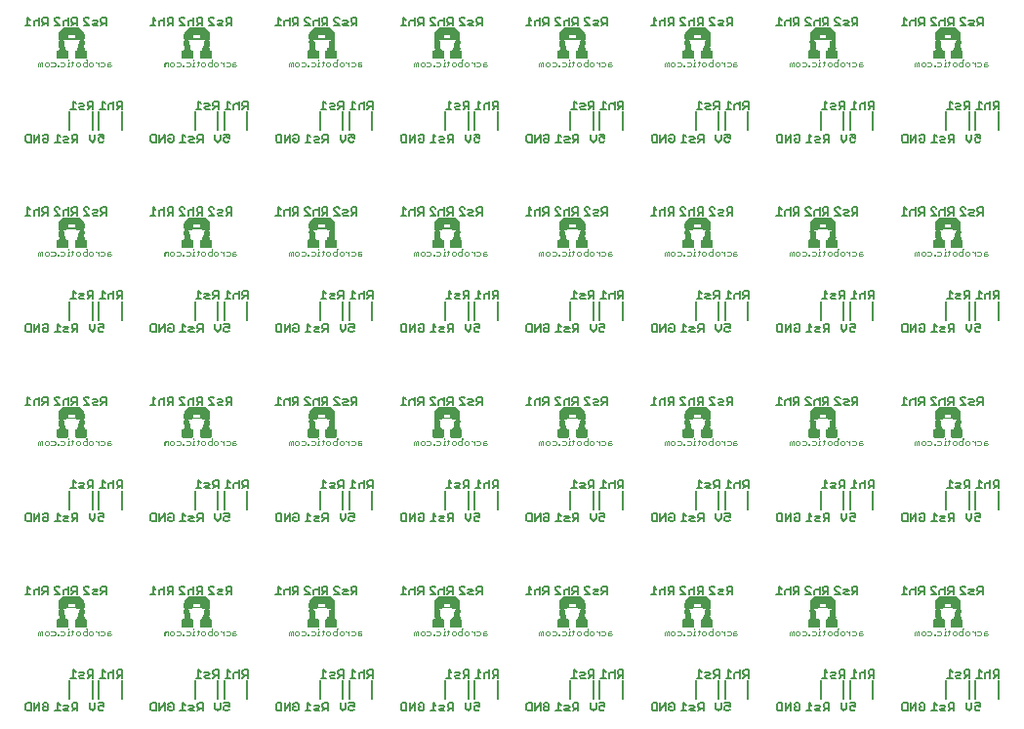
<source format=gbo>
G75*
%MOIN*%
%OFA0B0*%
%FSLAX24Y24*%
%IPPOS*%
%LPD*%
%AMOC8*
5,1,8,0,0,1.08239X$1,22.5*
%
%ADD10C,0.0040*%
%ADD11C,0.0050*%
%ADD12C,0.0080*%
%ADD13R,0.0337X0.0000*%
%ADD14R,0.0337X0.0000*%
%ADD15R,0.0344X0.0001*%
%ADD16R,0.0348X0.0000*%
%ADD17R,0.0347X0.0000*%
%ADD18R,0.0350X0.0000*%
%ADD19R,0.0350X0.0000*%
%ADD20R,0.0352X0.0001*%
%ADD21R,0.0355X0.0000*%
%ADD22R,0.0354X0.0000*%
%ADD23R,0.0356X0.0001*%
%ADD24R,0.0359X0.0000*%
%ADD25R,0.0360X0.0000*%
%ADD26R,0.0361X0.0001*%
%ADD27R,0.0363X0.0000*%
%ADD28R,0.0362X0.0000*%
%ADD29R,0.0365X0.0001*%
%ADD30R,0.0364X0.0001*%
%ADD31R,0.0365X0.0000*%
%ADD32R,0.0366X0.0000*%
%ADD33R,0.0366X0.0000*%
%ADD34R,0.0367X0.0001*%
%ADD35R,0.0369X0.0000*%
%ADD36R,0.0370X0.0001*%
%ADD37R,0.0369X0.0001*%
%ADD38R,0.0370X0.0000*%
%ADD39R,0.0371X0.0000*%
%ADD40R,0.0371X0.0000*%
%ADD41R,0.0372X0.0001*%
%ADD42R,0.0372X0.0001*%
%ADD43R,0.0373X0.0000*%
%ADD44R,0.0373X0.0000*%
%ADD45R,0.0374X0.0001*%
%ADD46R,0.0374X0.0001*%
%ADD47R,0.0375X0.0000*%
%ADD48R,0.0374X0.0000*%
%ADD49R,0.0375X0.0000*%
%ADD50R,0.0375X0.0000*%
%ADD51R,0.0375X0.0001*%
%ADD52R,0.0376X0.0001*%
%ADD53R,0.0376X0.0000*%
%ADD54R,0.0377X0.0001*%
%ADD55R,0.0376X0.0001*%
%ADD56R,0.0377X0.0000*%
%ADD57R,0.0378X0.0000*%
%ADD58R,0.0378X0.0000*%
%ADD59R,0.0379X0.0001*%
%ADD60R,0.0379X0.0000*%
%ADD61R,0.0379X0.0000*%
%ADD62R,0.0380X0.0001*%
%ADD63R,0.0379X0.0001*%
%ADD64R,0.0380X0.0000*%
%ADD65R,0.0379X0.0000*%
%ADD66R,0.0380X0.0000*%
%ADD67R,0.0380X0.0000*%
%ADD68R,0.0380X0.0001*%
%ADD69R,0.0381X0.0001*%
%ADD70R,0.0381X0.0000*%
%ADD71R,0.0381X0.0001*%
%ADD72R,0.0381X0.0001*%
%ADD73R,0.0381X0.0000*%
%ADD74R,0.0382X0.0001*%
%ADD75R,0.0381X0.0001*%
%ADD76R,0.0382X0.0000*%
%ADD77R,0.0382X0.0000*%
%ADD78R,0.0382X0.0001*%
%ADD79R,0.0382X0.0000*%
%ADD80R,0.0383X0.0000*%
%ADD81R,0.0383X0.0001*%
%ADD82R,0.0383X0.0001*%
%ADD83R,0.0383X0.0000*%
%ADD84R,0.0382X0.0001*%
%ADD85R,0.0379X0.0001*%
%ADD86R,0.0381X0.0000*%
%ADD87R,0.0378X0.0001*%
%ADD88R,0.0377X0.0000*%
%ADD89R,0.0376X0.0000*%
%ADD90R,0.0374X0.0000*%
%ADD91R,0.0377X0.0001*%
%ADD92R,0.0372X0.0000*%
%ADD93R,0.0371X0.0001*%
%ADD94R,0.0376X0.0001*%
%ADD95R,0.0371X0.0000*%
%ADD96R,0.0376X0.0000*%
%ADD97R,0.0370X0.0000*%
%ADD98R,0.0369X0.0001*%
%ADD99R,0.0374X0.0001*%
%ADD100R,0.0368X0.0000*%
%ADD101R,0.0374X0.0000*%
%ADD102R,0.0367X0.0001*%
%ADD103R,0.0373X0.0001*%
%ADD104R,0.0366X0.0000*%
%ADD105R,0.0372X0.0000*%
%ADD106R,0.0365X0.0000*%
%ADD107R,0.0371X0.0000*%
%ADD108R,0.0364X0.0001*%
%ADD109R,0.0371X0.0001*%
%ADD110R,0.0362X0.0000*%
%ADD111R,0.0369X0.0000*%
%ADD112R,0.0360X0.0001*%
%ADD113R,0.0369X0.0001*%
%ADD114R,0.0359X0.0000*%
%ADD115R,0.0367X0.0000*%
%ADD116R,0.0357X0.0000*%
%ADD117R,0.0355X0.0001*%
%ADD118R,0.0365X0.0001*%
%ADD119R,0.0354X0.0000*%
%ADD120R,0.0364X0.0000*%
%ADD121R,0.0351X0.0001*%
%ADD122R,0.0363X0.0001*%
%ADD123R,0.0348X0.0000*%
%ADD124R,0.0361X0.0000*%
%ADD125R,0.0345X0.0000*%
%ADD126R,0.0340X0.0001*%
%ADD127R,0.0359X0.0001*%
%ADD128R,0.0258X0.0000*%
%ADD129R,0.0356X0.0000*%
%ADD130R,0.0257X0.0001*%
%ADD131R,0.0354X0.0001*%
%ADD132R,0.0257X0.0000*%
%ADD133R,0.0352X0.0000*%
%ADD134R,0.0347X0.0001*%
%ADD135R,0.0257X0.0000*%
%ADD136R,0.0344X0.0000*%
%ADD137R,0.0257X0.0001*%
%ADD138R,0.0338X0.0001*%
%ADD139R,0.0239X0.0000*%
%ADD140R,0.0256X0.0000*%
%ADD141R,0.0256X0.0001*%
%ADD142R,0.0239X0.0001*%
%ADD143R,0.0239X0.0001*%
%ADD144R,0.0256X0.0000*%
%ADD145R,0.0239X0.0000*%
%ADD146R,0.0256X0.0001*%
%ADD147R,0.0255X0.0000*%
%ADD148R,0.0238X0.0000*%
%ADD149R,0.0255X0.0001*%
%ADD150R,0.0238X0.0001*%
%ADD151R,0.0255X0.0000*%
%ADD152R,0.0255X0.0001*%
%ADD153R,0.0238X0.0001*%
%ADD154R,0.0238X0.0000*%
%ADD155R,0.0255X0.0000*%
%ADD156R,0.0238X0.0000*%
%ADD157R,0.0255X0.0001*%
%ADD158R,0.0238X0.0001*%
%ADD159R,0.0254X0.0000*%
%ADD160R,0.0254X0.0001*%
%ADD161R,0.0237X0.0000*%
%ADD162R,0.0254X0.0001*%
%ADD163R,0.0237X0.0001*%
%ADD164R,0.0254X0.0000*%
%ADD165R,0.0253X0.0000*%
%ADD166R,0.0236X0.0000*%
%ADD167R,0.0253X0.0001*%
%ADD168R,0.0236X0.0001*%
%ADD169R,0.0253X0.0000*%
%ADD170R,0.0253X0.0001*%
%ADD171R,0.0236X0.0001*%
%ADD172R,0.0236X0.0000*%
%ADD173R,0.0252X0.0001*%
%ADD174R,0.0252X0.0000*%
%ADD175R,0.0235X0.0000*%
%ADD176R,0.0235X0.0001*%
%ADD177R,0.0251X0.0000*%
%ADD178R,0.0251X0.0001*%
%ADD179R,0.0235X0.0001*%
%ADD180R,0.0235X0.0000*%
%ADD181R,0.0251X0.0001*%
%ADD182R,0.0251X0.0000*%
%ADD183R,0.0234X0.0000*%
%ADD184R,0.0250X0.0001*%
%ADD185R,0.0234X0.0001*%
%ADD186R,0.0250X0.0000*%
%ADD187R,0.0250X0.0000*%
%ADD188R,0.0234X0.0000*%
%ADD189R,0.0250X0.0001*%
%ADD190R,0.0234X0.0001*%
%ADD191R,0.0250X0.0001*%
%ADD192R,0.0250X0.0000*%
%ADD193R,0.0233X0.0000*%
%ADD194R,0.0249X0.0001*%
%ADD195R,0.0233X0.0001*%
%ADD196R,0.0249X0.0000*%
%ADD197R,0.0233X0.0001*%
%ADD198R,0.0233X0.0000*%
%ADD199R,0.0249X0.0000*%
%ADD200R,0.0249X0.0001*%
%ADD201R,0.0232X0.0000*%
%ADD202R,0.0248X0.0001*%
%ADD203R,0.0232X0.0001*%
%ADD204R,0.0248X0.0000*%
%ADD205R,0.0248X0.0001*%
%ADD206R,0.0232X0.0001*%
%ADD207R,0.0248X0.0000*%
%ADD208R,0.0232X0.0000*%
%ADD209R,0.0247X0.0000*%
%ADD210R,0.0231X0.0000*%
%ADD211R,0.0247X0.0001*%
%ADD212R,0.0231X0.0001*%
%ADD213R,0.0246X0.0001*%
%ADD214R,0.0246X0.0000*%
%ADD215R,0.0231X0.0000*%
%ADD216R,0.0231X0.0001*%
%ADD217R,0.0246X0.0000*%
%ADD218R,0.0246X0.0001*%
%ADD219R,0.0230X0.0000*%
%ADD220R,0.0245X0.0000*%
%ADD221R,0.0245X0.0001*%
%ADD222R,0.0230X0.0001*%
%ADD223R,0.0245X0.0001*%
%ADD224R,0.0230X0.0001*%
%ADD225R,0.0245X0.0000*%
%ADD226R,0.0230X0.0000*%
%ADD227R,0.0245X0.0000*%
%ADD228R,0.0229X0.0000*%
%ADD229R,0.0245X0.0001*%
%ADD230R,0.0229X0.0001*%
%ADD231R,0.0244X0.0000*%
%ADD232R,0.0244X0.0001*%
%ADD233R,0.0229X0.0001*%
%ADD234R,0.0229X0.0000*%
%ADD235R,0.0244X0.0000*%
%ADD236R,0.0228X0.0000*%
%ADD237R,0.0244X0.0001*%
%ADD238R,0.0228X0.0001*%
%ADD239R,0.0243X0.0000*%
%ADD240R,0.0243X0.0001*%
%ADD241R,0.0243X0.0000*%
%ADD242R,0.0228X0.0000*%
%ADD243R,0.0243X0.0001*%
%ADD244R,0.0228X0.0001*%
%ADD245R,0.0242X0.0000*%
%ADD246R,0.0227X0.0000*%
%ADD247R,0.0242X0.0001*%
%ADD248R,0.0227X0.0001*%
%ADD249R,0.0241X0.0000*%
%ADD250R,0.0241X0.0001*%
%ADD251R,0.0227X0.0001*%
%ADD252R,0.0227X0.0000*%
%ADD253R,0.0241X0.0001*%
%ADD254R,0.0241X0.0000*%
%ADD255R,0.0226X0.0000*%
%ADD256R,0.0226X0.0001*%
%ADD257R,0.0240X0.0000*%
%ADD258R,0.0240X0.0001*%
%ADD259R,0.0226X0.0001*%
%ADD260R,0.0240X0.0000*%
%ADD261R,0.0226X0.0000*%
%ADD262R,0.0240X0.0001*%
%ADD263R,0.0225X0.0000*%
%ADD264R,0.0240X0.0001*%
%ADD265R,0.0225X0.0001*%
%ADD266R,0.0240X0.0000*%
%ADD267R,0.0225X0.0000*%
%ADD268R,0.0225X0.0001*%
%ADD269R,0.0239X0.0001*%
%ADD270R,0.0239X0.0000*%
%ADD271R,0.0224X0.0000*%
%ADD272R,0.0224X0.0001*%
%ADD273R,0.0224X0.0001*%
%ADD274R,0.0224X0.0000*%
%ADD275R,0.0223X0.0000*%
%ADD276R,0.0237X0.0001*%
%ADD277R,0.0223X0.0001*%
%ADD278R,0.0237X0.0000*%
%ADD279R,0.0223X0.0001*%
%ADD280R,0.0223X0.0000*%
%ADD281R,0.0236X0.0000*%
%ADD282R,0.0222X0.0000*%
%ADD283R,0.0236X0.0001*%
%ADD284R,0.0222X0.0001*%
%ADD285R,0.0222X0.0000*%
%ADD286R,0.0222X0.0001*%
%ADD287R,0.0221X0.0000*%
%ADD288R,0.0235X0.0000*%
%ADD289R,0.0235X0.0001*%
%ADD290R,0.0221X0.0001*%
%ADD291R,0.0221X0.0001*%
%ADD292R,0.0221X0.0000*%
%ADD293R,0.0234X0.0000*%
%ADD294R,0.0220X0.0000*%
%ADD295R,0.0234X0.0001*%
%ADD296R,0.0220X0.0001*%
%ADD297R,0.0220X0.0001*%
%ADD298R,0.0220X0.0000*%
%ADD299R,0.0219X0.0000*%
%ADD300R,0.0219X0.0001*%
%ADD301R,0.0232X0.0000*%
%ADD302R,0.0232X0.0001*%
%ADD303R,0.0219X0.0000*%
%ADD304R,0.0219X0.0001*%
%ADD305R,0.0231X0.0000*%
%ADD306R,0.0218X0.0000*%
%ADD307R,0.0231X0.0001*%
%ADD308R,0.0218X0.0001*%
%ADD309R,0.0218X0.0001*%
%ADD310R,0.0218X0.0000*%
%ADD311R,0.0217X0.0000*%
%ADD312R,0.0217X0.0001*%
%ADD313R,0.0230X0.0000*%
%ADD314R,0.0230X0.0001*%
%ADD315R,0.0217X0.0001*%
%ADD316R,0.0217X0.0000*%
%ADD317R,0.0216X0.0000*%
%ADD318R,0.0229X0.0001*%
%ADD319R,0.0216X0.0001*%
%ADD320R,0.0229X0.0000*%
%ADD321R,0.0216X0.0000*%
%ADD322R,0.0216X0.0001*%
%ADD323R,0.0215X0.0000*%
%ADD324R,0.0227X0.0001*%
%ADD325R,0.0215X0.0001*%
%ADD326R,0.0227X0.0000*%
%ADD327R,0.0215X0.0001*%
%ADD328R,0.0215X0.0000*%
%ADD329R,0.0214X0.0000*%
%ADD330R,0.0226X0.0001*%
%ADD331R,0.0214X0.0001*%
%ADD332R,0.0226X0.0000*%
%ADD333R,0.0214X0.0001*%
%ADD334R,0.0214X0.0000*%
%ADD335R,0.0213X0.0000*%
%ADD336R,0.0213X0.0001*%
%ADD337R,0.0225X0.0001*%
%ADD338R,0.0225X0.0000*%
%ADD339R,0.0213X0.0000*%
%ADD340R,0.0213X0.0001*%
%ADD341R,0.0213X0.0000*%
%ADD342R,0.0224X0.0000*%
%ADD343R,0.0224X0.0001*%
%ADD344R,0.0213X0.0001*%
%ADD345R,0.0212X0.0001*%
%ADD346R,0.0212X0.0000*%
%ADD347R,0.0211X0.0000*%
%ADD348R,0.0211X0.0001*%
%ADD349R,0.0222X0.0000*%
%ADD350R,0.0222X0.0001*%
%ADD351R,0.0211X0.0001*%
%ADD352R,0.0211X0.0000*%
%ADD353R,0.0210X0.0000*%
%ADD354R,0.0210X0.0001*%
%ADD355R,0.0221X0.0000*%
%ADD356R,0.0221X0.0001*%
%ADD357R,0.0210X0.0000*%
%ADD358R,0.0210X0.0001*%
%ADD359R,0.0209X0.0000*%
%ADD360R,0.0209X0.0001*%
%ADD361R,0.0220X0.0000*%
%ADD362R,0.0220X0.0001*%
%ADD363R,0.0209X0.0001*%
%ADD364R,0.0209X0.0000*%
%ADD365R,0.0208X0.0000*%
%ADD366R,0.0208X0.0001*%
%ADD367R,0.0219X0.0000*%
%ADD368R,0.0219X0.0001*%
%ADD369R,0.0208X0.0001*%
%ADD370R,0.0208X0.0000*%
%ADD371R,0.0208X0.0000*%
%ADD372R,0.0208X0.0001*%
%ADD373R,0.0217X0.0000*%
%ADD374R,0.0207X0.0000*%
%ADD375R,0.0217X0.0001*%
%ADD376R,0.0207X0.0001*%
%ADD377R,0.0206X0.0000*%
%ADD378R,0.0216X0.0001*%
%ADD379R,0.0206X0.0001*%
%ADD380R,0.0216X0.0000*%
%ADD381R,0.0206X0.0001*%
%ADD382R,0.0206X0.0000*%
%ADD383R,0.0205X0.0000*%
%ADD384R,0.0205X0.0001*%
%ADD385R,0.0215X0.0001*%
%ADD386R,0.0205X0.0001*%
%ADD387R,0.0215X0.0000*%
%ADD388R,0.0205X0.0000*%
%ADD389R,0.0204X0.0000*%
%ADD390R,0.0204X0.0001*%
%ADD391R,0.0214X0.0001*%
%ADD392R,0.0214X0.0000*%
%ADD393R,0.0204X0.0000*%
%ADD394R,0.0204X0.0001*%
%ADD395R,0.0203X0.0000*%
%ADD396R,0.0203X0.0001*%
%ADD397R,0.0212X0.0001*%
%ADD398R,0.0203X0.0001*%
%ADD399R,0.0212X0.0000*%
%ADD400R,0.0203X0.0000*%
%ADD401R,0.0203X0.0000*%
%ADD402R,0.0203X0.0001*%
%ADD403R,0.0211X0.0000*%
%ADD404R,0.0211X0.0001*%
%ADD405R,0.0202X0.0001*%
%ADD406R,0.0202X0.0000*%
%ADD407R,0.0201X0.0000*%
%ADD408R,0.0201X0.0001*%
%ADD409R,0.0210X0.0000*%
%ADD410R,0.0201X0.0000*%
%ADD411R,0.0210X0.0001*%
%ADD412R,0.0201X0.0001*%
%ADD413R,0.0200X0.0000*%
%ADD414R,0.0200X0.0001*%
%ADD415R,0.0209X0.0000*%
%ADD416R,0.0209X0.0001*%
%ADD417R,0.0200X0.0001*%
%ADD418R,0.0200X0.0000*%
%ADD419R,0.0199X0.0000*%
%ADD420R,0.0199X0.0001*%
%ADD421R,0.0199X0.0001*%
%ADD422R,0.0207X0.0000*%
%ADD423R,0.0199X0.0000*%
%ADD424R,0.0207X0.0001*%
%ADD425R,0.0198X0.0000*%
%ADD426R,0.0198X0.0001*%
%ADD427R,0.0206X0.0000*%
%ADD428R,0.0198X0.0000*%
%ADD429R,0.0206X0.0001*%
%ADD430R,0.0198X0.0001*%
%ADD431R,0.0198X0.0000*%
%ADD432R,0.0198X0.0001*%
%ADD433R,0.0197X0.0001*%
%ADD434R,0.0205X0.0000*%
%ADD435R,0.0197X0.0000*%
%ADD436R,0.0205X0.0001*%
%ADD437R,0.0196X0.0000*%
%ADD438R,0.0196X0.0001*%
%ADD439R,0.0204X0.0001*%
%ADD440R,0.0196X0.0001*%
%ADD441R,0.0204X0.0000*%
%ADD442R,0.0196X0.0000*%
%ADD443R,0.0195X0.0000*%
%ADD444R,0.0195X0.0001*%
%ADD445R,0.0195X0.0000*%
%ADD446R,0.0202X0.0001*%
%ADD447R,0.0195X0.0001*%
%ADD448R,0.0202X0.0000*%
%ADD449R,0.0194X0.0000*%
%ADD450R,0.0194X0.0001*%
%ADD451R,0.0201X0.0001*%
%ADD452R,0.0194X0.0001*%
%ADD453R,0.0201X0.0000*%
%ADD454R,0.0194X0.0000*%
%ADD455R,0.0193X0.0000*%
%ADD456R,0.0193X0.0001*%
%ADD457R,0.0193X0.0001*%
%ADD458R,0.0193X0.0000*%
%ADD459R,0.0200X0.0001*%
%ADD460R,0.0200X0.0000*%
%ADD461R,0.0192X0.0000*%
%ADD462R,0.0192X0.0001*%
%ADD463R,0.0199X0.0000*%
%ADD464R,0.0192X0.0000*%
%ADD465R,0.0199X0.0001*%
%ADD466R,0.0192X0.0001*%
%ADD467R,0.0191X0.0000*%
%ADD468R,0.0191X0.0001*%
%ADD469R,0.0191X0.0001*%
%ADD470R,0.0191X0.0000*%
%ADD471R,0.0197X0.0000*%
%ADD472R,0.0197X0.0001*%
%ADD473R,0.0190X0.0000*%
%ADD474R,0.0190X0.0001*%
%ADD475R,0.0190X0.0001*%
%ADD476R,0.0196X0.0000*%
%ADD477R,0.0190X0.0000*%
%ADD478R,0.0196X0.0001*%
%ADD479R,0.0189X0.0000*%
%ADD480R,0.0189X0.0001*%
%ADD481R,0.0189X0.0000*%
%ADD482R,0.0189X0.0001*%
%ADD483R,0.0195X0.0000*%
%ADD484R,0.0195X0.0001*%
%ADD485R,0.0188X0.0000*%
%ADD486R,0.0188X0.0001*%
%ADD487R,0.0188X0.0001*%
%ADD488R,0.0194X0.0000*%
%ADD489R,0.0188X0.0000*%
%ADD490R,0.0194X0.0001*%
%ADD491R,0.0187X0.0000*%
%ADD492R,0.0187X0.0001*%
%ADD493R,0.0187X0.0001*%
%ADD494R,0.0187X0.0000*%
%ADD495R,0.0192X0.0000*%
%ADD496R,0.0186X0.0000*%
%ADD497R,0.0192X0.0001*%
%ADD498R,0.0186X0.0001*%
%ADD499R,0.0186X0.0000*%
%ADD500R,0.0191X0.0001*%
%ADD501R,0.0186X0.0001*%
%ADD502R,0.0191X0.0000*%
%ADD503R,0.0185X0.0000*%
%ADD504R,0.0185X0.0001*%
%ADD505R,0.0185X0.0001*%
%ADD506R,0.0185X0.0000*%
%ADD507R,0.0190X0.0001*%
%ADD508R,0.0190X0.0000*%
%ADD509R,0.0184X0.0000*%
%ADD510R,0.0184X0.0001*%
%ADD511R,0.0184X0.0001*%
%ADD512R,0.0184X0.0000*%
%ADD513R,0.0189X0.0001*%
%ADD514R,0.0189X0.0000*%
%ADD515R,0.0183X0.0000*%
%ADD516R,0.0183X0.0001*%
%ADD517R,0.0183X0.0000*%
%ADD518R,0.0183X0.0001*%
%ADD519R,0.0187X0.0001*%
%ADD520R,0.0187X0.0000*%
%ADD521R,0.0182X0.0000*%
%ADD522R,0.0182X0.0001*%
%ADD523R,0.0182X0.0001*%
%ADD524R,0.0182X0.0000*%
%ADD525R,0.0186X0.0000*%
%ADD526R,0.0186X0.0001*%
%ADD527R,0.0181X0.0000*%
%ADD528R,0.0181X0.0001*%
%ADD529R,0.0181X0.0001*%
%ADD530R,0.0181X0.0000*%
%ADD531R,0.0185X0.0000*%
%ADD532R,0.0180X0.0000*%
%ADD533R,0.0185X0.0001*%
%ADD534R,0.0180X0.0001*%
%ADD535R,0.0180X0.0000*%
%ADD536R,0.0180X0.0001*%
%ADD537R,0.0184X0.0000*%
%ADD538R,0.0184X0.0001*%
%ADD539R,0.0179X0.0000*%
%ADD540R,0.0179X0.0001*%
%ADD541R,0.0179X0.0001*%
%ADD542R,0.0179X0.0000*%
%ADD543R,0.0182X0.0000*%
%ADD544R,0.0178X0.0000*%
%ADD545R,0.0182X0.0001*%
%ADD546R,0.0178X0.0001*%
%ADD547R,0.0178X0.0001*%
%ADD548R,0.0178X0.0000*%
%ADD549R,0.0181X0.0000*%
%ADD550R,0.0177X0.0000*%
%ADD551R,0.0181X0.0001*%
%ADD552R,0.0177X0.0001*%
%ADD553R,0.0177X0.0000*%
%ADD554R,0.0177X0.0001*%
%ADD555R,0.0180X0.0000*%
%ADD556R,0.0176X0.0000*%
%ADD557R,0.0180X0.0001*%
%ADD558R,0.0176X0.0001*%
%ADD559R,0.0176X0.0001*%
%ADD560R,0.0176X0.0000*%
%ADD561R,0.0179X0.0001*%
%ADD562R,0.0179X0.0000*%
%ADD563R,0.0175X0.0000*%
%ADD564R,0.0175X0.0001*%
%ADD565R,0.0175X0.0001*%
%ADD566R,0.0175X0.0000*%
%ADD567R,0.0174X0.0000*%
%ADD568R,0.0177X0.0001*%
%ADD569R,0.0174X0.0001*%
%ADD570R,0.0177X0.0000*%
%ADD571R,0.0174X0.0000*%
%ADD572R,0.0174X0.0001*%
%ADD573R,0.0176X0.0001*%
%ADD574R,0.0176X0.0000*%
%ADD575R,0.0173X0.0000*%
%ADD576R,0.0173X0.0001*%
%ADD577R,0.0173X0.0001*%
%ADD578R,0.0173X0.0000*%
%ADD579R,0.0173X0.0000*%
%ADD580R,0.0175X0.0001*%
%ADD581R,0.0173X0.0001*%
%ADD582R,0.0175X0.0000*%
%ADD583R,0.0172X0.0001*%
%ADD584R,0.0172X0.0000*%
%ADD585R,0.0174X0.0000*%
%ADD586R,0.0171X0.0000*%
%ADD587R,0.0174X0.0001*%
%ADD588R,0.0171X0.0001*%
%ADD589R,0.0171X0.0000*%
%ADD590R,0.0171X0.0001*%
%ADD591R,0.0170X0.0000*%
%ADD592R,0.0172X0.0000*%
%ADD593R,0.0172X0.0001*%
%ADD594R,0.0170X0.0001*%
%ADD595R,0.0170X0.0001*%
%ADD596R,0.0170X0.0000*%
%ADD597R,0.0171X0.0000*%
%ADD598R,0.0169X0.0000*%
%ADD599R,0.0171X0.0001*%
%ADD600R,0.0169X0.0001*%
%ADD601R,0.0169X0.0001*%
%ADD602R,0.0169X0.0000*%
%ADD603R,0.0168X0.0000*%
%ADD604R,0.0168X0.0001*%
%ADD605R,0.0170X0.0000*%
%ADD606R,0.0170X0.0001*%
%ADD607R,0.0168X0.0000*%
%ADD608R,0.0168X0.0001*%
%ADD609R,0.0169X0.0000*%
%ADD610R,0.0168X0.0000*%
%ADD611R,0.0169X0.0001*%
%ADD612R,0.0168X0.0001*%
%ADD613R,0.0167X0.0001*%
%ADD614R,0.0167X0.0000*%
%ADD615R,0.0166X0.0000*%
%ADD616R,0.0166X0.0001*%
%ADD617R,0.0167X0.0000*%
%ADD618R,0.0167X0.0001*%
%ADD619R,0.0166X0.0001*%
%ADD620R,0.0166X0.0000*%
%ADD621R,0.0165X0.0000*%
%ADD622R,0.0166X0.0001*%
%ADD623R,0.0165X0.0001*%
%ADD624R,0.0166X0.0000*%
%ADD625R,0.0165X0.0000*%
%ADD626R,0.0165X0.0001*%
%ADD627R,0.0164X0.0000*%
%ADD628R,0.0165X0.0001*%
%ADD629R,0.0164X0.0001*%
%ADD630R,0.0165X0.0000*%
%ADD631R,0.0164X0.0001*%
%ADD632R,0.0164X0.0000*%
%ADD633R,0.0163X0.0000*%
%ADD634R,0.0164X0.0001*%
%ADD635R,0.0163X0.0001*%
%ADD636R,0.0164X0.0000*%
%ADD637R,0.0163X0.0001*%
%ADD638R,0.0163X0.0000*%
%ADD639R,0.0163X0.0000*%
%ADD640R,0.0163X0.0001*%
%ADD641R,0.0162X0.0001*%
%ADD642R,0.0162X0.0000*%
%ADD643R,0.0162X0.0000*%
%ADD644R,0.0161X0.0001*%
%ADD645R,0.0162X0.0001*%
%ADD646R,0.0161X0.0000*%
%ADD647R,0.0161X0.0000*%
%ADD648R,0.0161X0.0001*%
%ADD649R,0.0160X0.0001*%
%ADD650R,0.0161X0.0001*%
%ADD651R,0.0160X0.0000*%
%ADD652R,0.0161X0.0000*%
%ADD653R,0.0160X0.0000*%
%ADD654R,0.0160X0.0001*%
%ADD655R,0.0160X0.0000*%
%ADD656R,0.0160X0.0001*%
%ADD657R,0.0159X0.0001*%
%ADD658R,0.0159X0.0000*%
%ADD659R,0.0159X0.0000*%
%ADD660R,0.0159X0.0001*%
%ADD661R,0.0159X0.0000*%
%ADD662R,0.0159X0.0001*%
%ADD663R,0.0158X0.0000*%
%ADD664R,0.0158X0.0001*%
%ADD665R,0.0158X0.0000*%
%ADD666R,0.0158X0.0000*%
%ADD667R,0.0158X0.0001*%
%ADD668R,0.0158X0.0001*%
%ADD669R,0.0157X0.0000*%
%ADD670R,0.0157X0.0001*%
%ADD671R,0.0156X0.0000*%
%ADD672R,0.0156X0.0001*%
%ADD673R,0.0156X0.0000*%
%ADD674R,0.0156X0.0001*%
%ADD675R,0.0157X0.0001*%
%ADD676R,0.0155X0.0000*%
%ADD677R,0.0157X0.0000*%
%ADD678R,0.0155X0.0001*%
%ADD679R,0.0155X0.0001*%
%ADD680R,0.0155X0.0000*%
%ADD681R,0.0155X0.0000*%
%ADD682R,0.0156X0.0000*%
%ADD683R,0.0155X0.0001*%
%ADD684R,0.0156X0.0001*%
%ADD685R,0.0154X0.0000*%
%ADD686R,0.0154X0.0001*%
%ADD687R,0.0154X0.0001*%
%ADD688R,0.0154X0.0000*%
%ADD689R,0.0153X0.0000*%
%ADD690R,0.0153X0.0001*%
%ADD691R,0.0154X0.0000*%
%ADD692R,0.0152X0.0001*%
%ADD693R,0.0154X0.0001*%
%ADD694R,0.0152X0.0000*%
%ADD695R,0.0152X0.0001*%
%ADD696R,0.0152X0.0000*%
%ADD697R,0.0151X0.0000*%
%ADD698R,0.0153X0.0000*%
%ADD699R,0.0151X0.0001*%
%ADD700R,0.0153X0.0001*%
%ADD701R,0.0151X0.0001*%
%ADD702R,0.0151X0.0000*%
%ADD703R,0.0150X0.0001*%
%ADD704R,0.0150X0.0000*%
%ADD705R,0.0150X0.0000*%
%ADD706R,0.0150X0.0001*%
%ADD707R,0.0150X0.0001*%
%ADD708R,0.0152X0.0001*%
%ADD709R,0.0150X0.0000*%
%ADD710R,0.0152X0.0000*%
%ADD711R,0.0149X0.0000*%
%ADD712R,0.0149X0.0001*%
%ADD713R,0.0149X0.0000*%
%ADD714R,0.0149X0.0001*%
%ADD715R,0.0151X0.0001*%
%ADD716R,0.0151X0.0000*%
%ADD717R,0.0148X0.0001*%
%ADD718R,0.0148X0.0000*%
%ADD719R,0.0260X0.0000*%
%ADD720R,0.0259X0.0000*%
%ADD721R,0.0260X0.0001*%
%ADD722R,0.0259X0.0001*%
%ADD723R,0.0868X0.0000*%
%ADD724R,0.0868X0.0001*%
%ADD725R,0.0321X0.0000*%
%ADD726R,0.0305X0.0000*%
%ADD727R,0.0321X0.0001*%
%ADD728R,0.0305X0.0001*%
%ADD729R,0.0867X0.0000*%
%ADD730R,0.0867X0.0001*%
%ADD731R,0.0867X0.0000*%
%ADD732R,0.0867X0.0001*%
%ADD733R,0.0866X0.0000*%
%ADD734R,0.0866X0.0000*%
%ADD735R,0.0866X0.0001*%
%ADD736R,0.0866X0.0000*%
%ADD737R,0.0866X0.0001*%
%ADD738R,0.0865X0.0000*%
%ADD739R,0.0865X0.0001*%
%ADD740R,0.0864X0.0001*%
%ADD741R,0.0864X0.0000*%
%ADD742R,0.0864X0.0001*%
%ADD743R,0.0864X0.0000*%
%ADD744R,0.0864X0.0001*%
%ADD745R,0.0864X0.0000*%
%ADD746R,0.0863X0.0001*%
%ADD747R,0.0863X0.0000*%
%ADD748R,0.0862X0.0001*%
%ADD749R,0.0862X0.0000*%
%ADD750R,0.0862X0.0001*%
%ADD751R,0.0862X0.0000*%
%ADD752R,0.0861X0.0001*%
%ADD753R,0.0861X0.0000*%
%ADD754R,0.0861X0.0001*%
%ADD755R,0.0860X0.0001*%
%ADD756R,0.0860X0.0000*%
%ADD757R,0.0859X0.0000*%
%ADD758R,0.0859X0.0001*%
%ADD759R,0.0858X0.0000*%
%ADD760R,0.0858X0.0001*%
%ADD761R,0.0857X0.0001*%
%ADD762R,0.0857X0.0000*%
%ADD763R,0.0856X0.0000*%
%ADD764R,0.0856X0.0001*%
%ADD765R,0.0855X0.0000*%
%ADD766R,0.0855X0.0001*%
%ADD767R,0.0855X0.0000*%
%ADD768R,0.0855X0.0001*%
%ADD769R,0.0854X0.0000*%
%ADD770R,0.0854X0.0001*%
%ADD771R,0.0853X0.0000*%
%ADD772R,0.0853X0.0001*%
%ADD773R,0.0853X0.0000*%
%ADD774R,0.0853X0.0000*%
%ADD775R,0.0852X0.0001*%
%ADD776R,0.0852X0.0000*%
%ADD777R,0.0852X0.0001*%
%ADD778R,0.0851X0.0000*%
%ADD779R,0.0850X0.0001*%
%ADD780R,0.0850X0.0000*%
%ADD781R,0.0850X0.0001*%
%ADD782R,0.0849X0.0000*%
%ADD783R,0.0848X0.0001*%
%ADD784R,0.0848X0.0000*%
%ADD785R,0.0848X0.0001*%
%ADD786R,0.0848X0.0000*%
%ADD787R,0.0847X0.0000*%
%ADD788R,0.0847X0.0001*%
%ADD789R,0.0846X0.0000*%
%ADD790R,0.0846X0.0001*%
%ADD791R,0.0845X0.0000*%
%ADD792R,0.0845X0.0000*%
%ADD793R,0.0845X0.0001*%
%ADD794R,0.0843X0.0000*%
%ADD795R,0.0843X0.0001*%
%ADD796R,0.0841X0.0000*%
%ADD797R,0.0840X0.0000*%
%ADD798R,0.0839X0.0001*%
%ADD799R,0.0838X0.0000*%
%ADD800R,0.0837X0.0001*%
%ADD801R,0.0836X0.0000*%
%ADD802R,0.0835X0.0000*%
%ADD803R,0.0834X0.0001*%
%ADD804R,0.0833X0.0000*%
%ADD805R,0.0832X0.0001*%
%ADD806R,0.0831X0.0000*%
%ADD807R,0.0830X0.0000*%
%ADD808R,0.0829X0.0001*%
%ADD809R,0.0828X0.0000*%
%ADD810R,0.0827X0.0001*%
%ADD811R,0.0826X0.0000*%
%ADD812R,0.0825X0.0000*%
%ADD813R,0.0824X0.0001*%
%ADD814R,0.0823X0.0000*%
%ADD815R,0.0822X0.0001*%
%ADD816R,0.0821X0.0000*%
%ADD817R,0.0820X0.0000*%
%ADD818R,0.0819X0.0001*%
%ADD819R,0.0818X0.0000*%
%ADD820R,0.0817X0.0001*%
%ADD821R,0.0816X0.0000*%
%ADD822R,0.0815X0.0000*%
%ADD823R,0.0814X0.0001*%
%ADD824R,0.0813X0.0000*%
%ADD825R,0.0812X0.0001*%
%ADD826R,0.0811X0.0000*%
%ADD827R,0.0810X0.0000*%
%ADD828R,0.0808X0.0001*%
%ADD829R,0.0808X0.0000*%
%ADD830R,0.0807X0.0001*%
%ADD831R,0.0805X0.0000*%
%ADD832R,0.0805X0.0000*%
%ADD833R,0.0803X0.0001*%
%ADD834R,0.0803X0.0000*%
%ADD835R,0.0802X0.0001*%
%ADD836R,0.0800X0.0000*%
%ADD837R,0.0800X0.0000*%
%ADD838R,0.0798X0.0001*%
%ADD839R,0.0798X0.0000*%
%ADD840R,0.0797X0.0001*%
%ADD841R,0.0795X0.0000*%
%ADD842R,0.0795X0.0000*%
%ADD843R,0.0793X0.0001*%
%ADD844R,0.0793X0.0000*%
%ADD845R,0.0791X0.0001*%
%ADD846R,0.0790X0.0000*%
%ADD847R,0.0789X0.0000*%
%ADD848R,0.0788X0.0001*%
%ADD849R,0.0787X0.0000*%
%ADD850R,0.0786X0.0001*%
%ADD851R,0.0785X0.0000*%
%ADD852R,0.0784X0.0000*%
%ADD853R,0.0783X0.0001*%
%ADD854R,0.0782X0.0000*%
%ADD855R,0.0781X0.0001*%
%ADD856R,0.0780X0.0000*%
%ADD857R,0.0779X0.0000*%
%ADD858R,0.0778X0.0001*%
%ADD859R,0.0777X0.0000*%
%ADD860R,0.0776X0.0001*%
%ADD861R,0.0775X0.0000*%
%ADD862R,0.0774X0.0000*%
%ADD863R,0.0773X0.0001*%
%ADD864R,0.0772X0.0000*%
%ADD865R,0.0771X0.0001*%
%ADD866R,0.0770X0.0000*%
%ADD867R,0.0769X0.0000*%
%ADD868R,0.0768X0.0001*%
%ADD869R,0.0767X0.0000*%
%ADD870R,0.0766X0.0001*%
%ADD871R,0.0765X0.0000*%
%ADD872R,0.0764X0.0000*%
%ADD873R,0.0763X0.0001*%
%ADD874R,0.0762X0.0000*%
%ADD875R,0.0761X0.0001*%
%ADD876R,0.0760X0.0000*%
%ADD877R,0.0758X0.0000*%
%ADD878R,0.0757X0.0001*%
%ADD879R,0.0757X0.0000*%
%ADD880R,0.0755X0.0001*%
%ADD881R,0.0755X0.0000*%
%ADD882R,0.0753X0.0000*%
%ADD883R,0.0752X0.0001*%
%ADD884R,0.0752X0.0000*%
%ADD885R,0.0750X0.0001*%
%ADD886R,0.0750X0.0000*%
%ADD887R,0.0748X0.0000*%
%ADD888R,0.0747X0.0001*%
%ADD889R,0.0747X0.0000*%
%ADD890R,0.0745X0.0001*%
%ADD891R,0.0745X0.0000*%
%ADD892R,0.0743X0.0000*%
%ADD893R,0.0742X0.0001*%
%ADD894R,0.0741X0.0000*%
%ADD895R,0.0740X0.0001*%
%ADD896R,0.0739X0.0000*%
%ADD897R,0.0738X0.0000*%
%ADD898R,0.0737X0.0001*%
%ADD899R,0.0736X0.0000*%
%ADD900R,0.0735X0.0001*%
%ADD901R,0.0734X0.0000*%
%ADD902R,0.0733X0.0000*%
%ADD903R,0.0732X0.0001*%
%ADD904R,0.0731X0.0000*%
%ADD905R,0.0730X0.0001*%
%ADD906R,0.0729X0.0000*%
%ADD907R,0.0728X0.0000*%
%ADD908R,0.0727X0.0001*%
%ADD909R,0.0726X0.0000*%
%ADD910R,0.0725X0.0001*%
%ADD911R,0.0724X0.0000*%
%ADD912R,0.0723X0.0000*%
%ADD913R,0.0722X0.0001*%
%ADD914R,0.0721X0.0000*%
%ADD915R,0.0720X0.0001*%
%ADD916R,0.0719X0.0000*%
%ADD917R,0.0718X0.0000*%
%ADD918R,0.0717X0.0001*%
%ADD919R,0.0716X0.0000*%
%ADD920R,0.0715X0.0001*%
%ADD921R,0.0714X0.0000*%
%ADD922R,0.0713X0.0000*%
%ADD923R,0.0712X0.0001*%
%ADD924R,0.0711X0.0000*%
%ADD925R,0.0710X0.0001*%
%ADD926R,0.0709X0.0000*%
%ADD927R,0.0707X0.0000*%
%ADD928R,0.0707X0.0001*%
%ADD929R,0.0705X0.0000*%
%ADD930R,0.0705X0.0001*%
%ADD931R,0.0703X0.0000*%
%ADD932R,0.0703X0.0000*%
%ADD933R,0.0702X0.0001*%
%ADD934R,0.0700X0.0000*%
%ADD935R,0.0700X0.0001*%
%ADD936R,0.0698X0.0000*%
%ADD937R,0.0698X0.0000*%
%ADD938R,0.0697X0.0001*%
%ADD939R,0.0695X0.0000*%
%ADD940R,0.0695X0.0001*%
%ADD941R,0.0693X0.0000*%
%ADD942R,0.0692X0.0000*%
%ADD943R,0.0691X0.0001*%
%ADD944R,0.0690X0.0000*%
%ADD945R,0.0689X0.0001*%
%ADD946R,0.0688X0.0000*%
%ADD947R,0.0687X0.0000*%
%ADD948R,0.0686X0.0001*%
%ADD949R,0.0685X0.0000*%
%ADD950R,0.0684X0.0001*%
%ADD951R,0.0683X0.0000*%
%ADD952R,0.0682X0.0000*%
%ADD953R,0.0681X0.0001*%
%ADD954R,0.0680X0.0000*%
%ADD955R,0.0679X0.0001*%
%ADD956R,0.0678X0.0000*%
%ADD957R,0.0677X0.0000*%
%ADD958R,0.0676X0.0001*%
%ADD959R,0.0675X0.0000*%
%ADD960R,0.0674X0.0001*%
%ADD961R,0.0673X0.0000*%
%ADD962R,0.0672X0.0000*%
%ADD963R,0.0671X0.0001*%
%ADD964R,0.0670X0.0000*%
%ADD965R,0.0669X0.0001*%
%ADD966R,0.0668X0.0000*%
%ADD967R,0.0667X0.0000*%
%ADD968R,0.0666X0.0001*%
%ADD969R,0.0665X0.0000*%
%ADD970R,0.0664X0.0001*%
%ADD971R,0.0663X0.0000*%
%ADD972R,0.0662X0.0000*%
%ADD973R,0.0661X0.0001*%
%ADD974R,0.0660X0.0000*%
%ADD975R,0.0659X0.0001*%
%ADD976R,0.0658X0.0000*%
%ADD977R,0.0657X0.0000*%
%ADD978R,0.0655X0.0001*%
%ADD979R,0.0655X0.0000*%
%ADD980R,0.0653X0.0001*%
%ADD981R,0.0653X0.0000*%
%ADD982R,0.0652X0.0000*%
%ADD983R,0.0650X0.0001*%
%ADD984R,0.0650X0.0000*%
%ADD985R,0.0648X0.0001*%
%ADD986R,0.0648X0.0000*%
%ADD987R,0.0647X0.0000*%
%ADD988R,0.0645X0.0001*%
%ADD989R,0.0645X0.0000*%
%ADD990R,0.0643X0.0001*%
%ADD991R,0.0642X0.0000*%
%ADD992R,0.0641X0.0000*%
%ADD993R,0.0640X0.0001*%
%ADD994R,0.0639X0.0000*%
%ADD995R,0.0638X0.0001*%
%ADD996R,0.0637X0.0000*%
%ADD997R,0.0636X0.0000*%
%ADD998R,0.0635X0.0001*%
%ADD999R,0.0634X0.0000*%
%ADD1000R,0.0633X0.0001*%
%ADD1001R,0.0632X0.0000*%
%ADD1002R,0.0631X0.0000*%
%ADD1003R,0.0630X0.0001*%
%ADD1004R,0.0629X0.0000*%
%ADD1005R,0.0628X0.0001*%
%ADD1006R,0.0627X0.0000*%
%ADD1007R,0.0626X0.0000*%
%ADD1008R,0.0625X0.0001*%
%ADD1009R,0.0624X0.0000*%
%ADD1010R,0.0623X0.0001*%
%ADD1011R,0.0622X0.0000*%
%ADD1012R,0.0621X0.0000*%
%ADD1013R,0.0620X0.0001*%
%ADD1014R,0.0619X0.0000*%
%ADD1015R,0.0618X0.0001*%
%ADD1016R,0.0617X0.0000*%
%ADD1017R,0.0616X0.0000*%
%ADD1018R,0.0615X0.0001*%
%ADD1019R,0.0614X0.0000*%
%ADD1020R,0.0613X0.0001*%
%ADD1021R,0.0612X0.0000*%
%ADD1022R,0.0611X0.0000*%
%ADD1023R,0.0610X0.0001*%
%ADD1024R,0.0609X0.0000*%
%ADD1025R,0.0607X0.0001*%
%ADD1026R,0.0607X0.0000*%
%ADD1027R,0.0605X0.0000*%
%ADD1028R,0.0605X0.0001*%
%ADD1029R,0.0603X0.0000*%
%ADD1030R,0.0602X0.0001*%
%ADD1031R,0.0602X0.0000*%
%ADD1032R,0.0600X0.0000*%
%ADD1033R,0.0600X0.0001*%
%ADD1034R,0.0598X0.0000*%
%ADD1035R,0.0597X0.0001*%
%ADD1036R,0.0597X0.0000*%
%ADD1037R,0.0595X0.0000*%
%ADD1038R,0.0595X0.0001*%
%ADD1039R,0.0593X0.0000*%
%ADD1040R,0.0592X0.0001*%
%ADD1041R,0.0591X0.0000*%
%ADD1042R,0.0590X0.0000*%
%ADD1043R,0.0589X0.0001*%
%ADD1044R,0.0588X0.0000*%
%ADD1045R,0.0587X0.0001*%
%ADD1046R,0.0586X0.0000*%
%ADD1047R,0.0585X0.0000*%
%ADD1048R,0.0584X0.0001*%
%ADD1049R,0.0583X0.0000*%
%ADD1050R,0.0582X0.0001*%
%ADD1051R,0.0581X0.0000*%
%ADD1052R,0.0580X0.0000*%
%ADD1053R,0.0579X0.0001*%
%ADD1054R,0.0578X0.0000*%
%ADD1055R,0.0577X0.0001*%
%ADD1056R,0.0576X0.0000*%
%ADD1057R,0.0575X0.0000*%
%ADD1058R,0.0574X0.0001*%
%ADD1059R,0.0573X0.0000*%
%ADD1060R,0.0571X0.0001*%
%ADD1061R,0.0568X0.0000*%
%ADD1062R,0.0565X0.0000*%
%ADD1063R,0.0563X0.0001*%
%ADD1064R,0.0560X0.0000*%
%ADD1065R,0.0557X0.0001*%
%ADD1066R,0.0554X0.0000*%
%ADD1067R,0.0551X0.0000*%
%ADD1068R,0.0548X0.0001*%
%ADD1069R,0.0545X0.0000*%
%ADD1070R,0.0542X0.0001*%
%ADD1071R,0.0537X0.0000*%
%ADD1072R,0.0533X0.0000*%
%ADD1073R,0.0530X0.0001*%
%ADD1074R,0.0526X0.0000*%
%ADD1075R,0.0522X0.0001*%
%ADD1076R,0.0518X0.0000*%
%ADD1077R,0.0513X0.0000*%
%ADD1078R,0.0508X0.0001*%
%ADD1079R,0.0503X0.0000*%
%ADD1080R,0.0496X0.0001*%
%ADD1081R,0.0489X0.0000*%
%ADD1082R,0.0477X0.0000*%
%ADD1083C,0.0000*%
D10*
X003817Y003710D02*
X003817Y003810D01*
X003851Y003843D01*
X003884Y003810D01*
X003884Y003710D01*
X003951Y003710D02*
X003951Y003843D01*
X003917Y003843D01*
X003884Y003810D01*
X004038Y003810D02*
X004071Y003843D01*
X004138Y003843D01*
X004172Y003810D01*
X004172Y003743D01*
X004138Y003710D01*
X004071Y003710D01*
X004038Y003743D01*
X004038Y003810D01*
X004259Y003843D02*
X004359Y003843D01*
X004393Y003810D01*
X004393Y003743D01*
X004359Y003710D01*
X004259Y003710D01*
X004470Y003710D02*
X004503Y003710D01*
X004503Y003743D01*
X004470Y003743D01*
X004470Y003710D01*
X004591Y003710D02*
X004691Y003710D01*
X004724Y003743D01*
X004724Y003810D01*
X004691Y003843D01*
X004591Y003843D01*
X004838Y003843D02*
X004838Y003710D01*
X004871Y003710D02*
X004805Y003710D01*
X004838Y003843D02*
X004871Y003843D01*
X004838Y003910D02*
X004838Y003944D01*
X004952Y003843D02*
X005019Y003843D01*
X004985Y003877D02*
X004985Y003743D01*
X004952Y003710D01*
X005106Y003743D02*
X005106Y003810D01*
X005140Y003843D01*
X005206Y003843D01*
X005240Y003810D01*
X005240Y003743D01*
X005206Y003710D01*
X005140Y003710D01*
X005106Y003743D01*
X005327Y003743D02*
X005327Y003810D01*
X005361Y003843D01*
X005461Y003843D01*
X005461Y003910D02*
X005461Y003710D01*
X005361Y003710D01*
X005327Y003743D01*
X005548Y003743D02*
X005548Y003810D01*
X005582Y003843D01*
X005648Y003843D01*
X005682Y003810D01*
X005682Y003743D01*
X005648Y003710D01*
X005582Y003710D01*
X005548Y003743D01*
X005766Y003843D02*
X005799Y003843D01*
X005866Y003777D01*
X005866Y003843D02*
X005866Y003710D01*
X005953Y003710D02*
X006053Y003710D01*
X006087Y003743D01*
X006087Y003810D01*
X006053Y003843D01*
X005953Y003843D01*
X006174Y003810D02*
X006174Y003710D01*
X006274Y003710D01*
X006308Y003743D01*
X006274Y003777D01*
X006174Y003777D01*
X006174Y003810D02*
X006208Y003843D01*
X006274Y003843D01*
X008093Y003810D02*
X008093Y003710D01*
X008159Y003710D02*
X008159Y003810D01*
X008126Y003843D01*
X008093Y003810D01*
X008159Y003810D02*
X008193Y003843D01*
X008226Y003843D01*
X008226Y003710D01*
X008314Y003743D02*
X008314Y003810D01*
X008347Y003843D01*
X008414Y003843D01*
X008447Y003810D01*
X008447Y003743D01*
X008414Y003710D01*
X008347Y003710D01*
X008314Y003743D01*
X008535Y003710D02*
X008635Y003710D01*
X008668Y003743D01*
X008668Y003810D01*
X008635Y003843D01*
X008535Y003843D01*
X008745Y003743D02*
X008745Y003710D01*
X008779Y003710D01*
X008779Y003743D01*
X008745Y003743D01*
X008866Y003710D02*
X008966Y003710D01*
X009000Y003743D01*
X009000Y003810D01*
X008966Y003843D01*
X008866Y003843D01*
X009114Y003843D02*
X009114Y003710D01*
X009147Y003710D02*
X009080Y003710D01*
X009114Y003843D02*
X009147Y003843D01*
X009114Y003910D02*
X009114Y003944D01*
X009228Y003843D02*
X009294Y003843D01*
X009261Y003877D02*
X009261Y003743D01*
X009228Y003710D01*
X009382Y003743D02*
X009382Y003810D01*
X009415Y003843D01*
X009482Y003843D01*
X009515Y003810D01*
X009515Y003743D01*
X009482Y003710D01*
X009415Y003710D01*
X009382Y003743D01*
X009603Y003743D02*
X009603Y003810D01*
X009636Y003843D01*
X009736Y003843D01*
X009736Y003910D02*
X009736Y003710D01*
X009636Y003710D01*
X009603Y003743D01*
X009824Y003743D02*
X009824Y003810D01*
X009857Y003843D01*
X009924Y003843D01*
X009957Y003810D01*
X009957Y003743D01*
X009924Y003710D01*
X009857Y003710D01*
X009824Y003743D01*
X010041Y003843D02*
X010075Y003843D01*
X010141Y003777D01*
X010141Y003843D02*
X010141Y003710D01*
X010229Y003710D02*
X010329Y003710D01*
X010362Y003743D01*
X010362Y003810D01*
X010329Y003843D01*
X010229Y003843D01*
X010450Y003810D02*
X010450Y003710D01*
X010550Y003710D01*
X010583Y003743D01*
X010550Y003777D01*
X010450Y003777D01*
X010450Y003810D02*
X010483Y003843D01*
X010550Y003843D01*
X012368Y003810D02*
X012368Y003710D01*
X012435Y003710D02*
X012435Y003810D01*
X012402Y003843D01*
X012368Y003810D01*
X012435Y003810D02*
X012468Y003843D01*
X012502Y003843D01*
X012502Y003710D01*
X012589Y003743D02*
X012589Y003810D01*
X012623Y003843D01*
X012689Y003843D01*
X012723Y003810D01*
X012723Y003743D01*
X012689Y003710D01*
X012623Y003710D01*
X012589Y003743D01*
X012810Y003710D02*
X012910Y003710D01*
X012944Y003743D01*
X012944Y003810D01*
X012910Y003843D01*
X012810Y003843D01*
X013021Y003743D02*
X013021Y003710D01*
X013054Y003710D01*
X013054Y003743D01*
X013021Y003743D01*
X013142Y003710D02*
X013242Y003710D01*
X013275Y003743D01*
X013275Y003810D01*
X013242Y003843D01*
X013142Y003843D01*
X013389Y003843D02*
X013389Y003710D01*
X013356Y003710D02*
X013423Y003710D01*
X013503Y003710D02*
X013537Y003743D01*
X013537Y003877D01*
X013570Y003843D02*
X013503Y003843D01*
X013423Y003843D02*
X013389Y003843D01*
X013389Y003910D02*
X013389Y003944D01*
X013657Y003810D02*
X013691Y003843D01*
X013758Y003843D01*
X013791Y003810D01*
X013791Y003743D01*
X013758Y003710D01*
X013691Y003710D01*
X013657Y003743D01*
X013657Y003810D01*
X013878Y003810D02*
X013912Y003843D01*
X014012Y003843D01*
X014012Y003910D02*
X014012Y003710D01*
X013912Y003710D01*
X013878Y003743D01*
X013878Y003810D01*
X014099Y003810D02*
X014133Y003843D01*
X014199Y003843D01*
X014233Y003810D01*
X014233Y003743D01*
X014199Y003710D01*
X014133Y003710D01*
X014099Y003743D01*
X014099Y003810D01*
X014317Y003843D02*
X014350Y003843D01*
X014417Y003777D01*
X014417Y003843D02*
X014417Y003710D01*
X014505Y003710D02*
X014605Y003710D01*
X014638Y003743D01*
X014638Y003810D01*
X014605Y003843D01*
X014505Y003843D01*
X014726Y003810D02*
X014726Y003710D01*
X014826Y003710D01*
X014859Y003743D01*
X014826Y003777D01*
X014726Y003777D01*
X014726Y003810D02*
X014759Y003843D01*
X014826Y003843D01*
X016644Y003810D02*
X016644Y003710D01*
X016711Y003710D02*
X016711Y003810D01*
X016677Y003843D01*
X016644Y003810D01*
X016711Y003810D02*
X016744Y003843D01*
X016777Y003843D01*
X016777Y003710D01*
X016865Y003743D02*
X016865Y003810D01*
X016898Y003843D01*
X016965Y003843D01*
X016998Y003810D01*
X016998Y003743D01*
X016965Y003710D01*
X016898Y003710D01*
X016865Y003743D01*
X017086Y003710D02*
X017186Y003710D01*
X017219Y003743D01*
X017219Y003810D01*
X017186Y003843D01*
X017086Y003843D01*
X017296Y003743D02*
X017296Y003710D01*
X017330Y003710D01*
X017330Y003743D01*
X017296Y003743D01*
X017417Y003710D02*
X017517Y003710D01*
X017551Y003743D01*
X017551Y003810D01*
X017517Y003843D01*
X017417Y003843D01*
X017665Y003843D02*
X017665Y003710D01*
X017698Y003710D02*
X017631Y003710D01*
X017665Y003843D02*
X017698Y003843D01*
X017665Y003910D02*
X017665Y003944D01*
X017779Y003843D02*
X017845Y003843D01*
X017812Y003877D02*
X017812Y003743D01*
X017779Y003710D01*
X017933Y003743D02*
X017933Y003810D01*
X017966Y003843D01*
X018033Y003843D01*
X018066Y003810D01*
X018066Y003743D01*
X018033Y003710D01*
X017966Y003710D01*
X017933Y003743D01*
X018154Y003743D02*
X018154Y003810D01*
X018187Y003843D01*
X018287Y003843D01*
X018287Y003910D02*
X018287Y003710D01*
X018187Y003710D01*
X018154Y003743D01*
X018375Y003743D02*
X018375Y003810D01*
X018408Y003843D01*
X018475Y003843D01*
X018508Y003810D01*
X018508Y003743D01*
X018475Y003710D01*
X018408Y003710D01*
X018375Y003743D01*
X018593Y003843D02*
X018626Y003843D01*
X018693Y003777D01*
X018693Y003843D02*
X018693Y003710D01*
X018780Y003710D02*
X018880Y003710D01*
X018914Y003743D01*
X018914Y003810D01*
X018880Y003843D01*
X018780Y003843D01*
X019001Y003810D02*
X019001Y003710D01*
X019101Y003710D01*
X019135Y003743D01*
X019101Y003777D01*
X019001Y003777D01*
X019001Y003810D02*
X019034Y003843D01*
X019101Y003843D01*
X020920Y003810D02*
X020920Y003710D01*
X020986Y003710D02*
X020986Y003810D01*
X020953Y003843D01*
X020920Y003810D01*
X020986Y003810D02*
X021020Y003843D01*
X021053Y003843D01*
X021053Y003710D01*
X021140Y003743D02*
X021140Y003810D01*
X021174Y003843D01*
X021241Y003843D01*
X021274Y003810D01*
X021274Y003743D01*
X021241Y003710D01*
X021174Y003710D01*
X021140Y003743D01*
X021361Y003710D02*
X021462Y003710D01*
X021495Y003743D01*
X021495Y003810D01*
X021462Y003843D01*
X021361Y003843D01*
X021572Y003743D02*
X021572Y003710D01*
X021605Y003710D01*
X021605Y003743D01*
X021572Y003743D01*
X021693Y003710D02*
X021793Y003710D01*
X021826Y003743D01*
X021826Y003810D01*
X021793Y003843D01*
X021693Y003843D01*
X021940Y003843D02*
X021940Y003710D01*
X021907Y003710D02*
X021974Y003710D01*
X022054Y003710D02*
X022088Y003743D01*
X022088Y003877D01*
X022121Y003843D02*
X022054Y003843D01*
X021974Y003843D02*
X021940Y003843D01*
X021940Y003910D02*
X021940Y003944D01*
X022209Y003810D02*
X022242Y003843D01*
X022309Y003843D01*
X022342Y003810D01*
X022342Y003743D01*
X022309Y003710D01*
X022242Y003710D01*
X022209Y003743D01*
X022209Y003810D01*
X022430Y003810D02*
X022463Y003843D01*
X022563Y003843D01*
X022563Y003910D02*
X022563Y003710D01*
X022463Y003710D01*
X022430Y003743D01*
X022430Y003810D01*
X022651Y003810D02*
X022684Y003843D01*
X022751Y003843D01*
X022784Y003810D01*
X022784Y003743D01*
X022751Y003710D01*
X022684Y003710D01*
X022651Y003743D01*
X022651Y003810D01*
X022868Y003843D02*
X022901Y003843D01*
X022968Y003777D01*
X022968Y003843D02*
X022968Y003710D01*
X023056Y003710D02*
X023156Y003710D01*
X023189Y003743D01*
X023189Y003810D01*
X023156Y003843D01*
X023056Y003843D01*
X023277Y003810D02*
X023277Y003710D01*
X023377Y003710D01*
X023410Y003743D01*
X023377Y003777D01*
X023277Y003777D01*
X023277Y003810D02*
X023310Y003843D01*
X023377Y003843D01*
X025195Y003810D02*
X025195Y003710D01*
X025262Y003710D02*
X025262Y003810D01*
X025228Y003843D01*
X025195Y003810D01*
X025262Y003810D02*
X025295Y003843D01*
X025329Y003843D01*
X025329Y003710D01*
X025416Y003743D02*
X025416Y003810D01*
X025449Y003843D01*
X025516Y003843D01*
X025550Y003810D01*
X025550Y003743D01*
X025516Y003710D01*
X025449Y003710D01*
X025416Y003743D01*
X025637Y003710D02*
X025737Y003710D01*
X025771Y003743D01*
X025771Y003810D01*
X025737Y003843D01*
X025637Y003843D01*
X025848Y003743D02*
X025848Y003710D01*
X025881Y003710D01*
X025881Y003743D01*
X025848Y003743D01*
X025969Y003710D02*
X026069Y003710D01*
X026102Y003743D01*
X026102Y003810D01*
X026069Y003843D01*
X025969Y003843D01*
X026216Y003843D02*
X026216Y003710D01*
X026249Y003710D02*
X026183Y003710D01*
X026216Y003843D02*
X026249Y003843D01*
X026216Y003910D02*
X026216Y003944D01*
X026330Y003843D02*
X026397Y003843D01*
X026363Y003877D02*
X026363Y003743D01*
X026330Y003710D01*
X026484Y003743D02*
X026484Y003810D01*
X026518Y003843D01*
X026584Y003843D01*
X026618Y003810D01*
X026618Y003743D01*
X026584Y003710D01*
X026518Y003710D01*
X026484Y003743D01*
X026705Y003743D02*
X026705Y003810D01*
X026739Y003843D01*
X026839Y003843D01*
X026839Y003910D02*
X026839Y003710D01*
X026739Y003710D01*
X026705Y003743D01*
X026926Y003743D02*
X026926Y003810D01*
X026960Y003843D01*
X027026Y003843D01*
X027060Y003810D01*
X027060Y003743D01*
X027026Y003710D01*
X026960Y003710D01*
X026926Y003743D01*
X027144Y003843D02*
X027177Y003843D01*
X027244Y003777D01*
X027244Y003843D02*
X027244Y003710D01*
X027331Y003710D02*
X027431Y003710D01*
X027465Y003743D01*
X027465Y003810D01*
X027431Y003843D01*
X027331Y003843D01*
X027552Y003810D02*
X027552Y003710D01*
X027652Y003710D01*
X027686Y003743D01*
X027652Y003777D01*
X027552Y003777D01*
X027552Y003810D02*
X027586Y003843D01*
X027652Y003843D01*
X029471Y003810D02*
X029471Y003710D01*
X029537Y003710D02*
X029537Y003810D01*
X029504Y003843D01*
X029471Y003810D01*
X029537Y003810D02*
X029571Y003843D01*
X029604Y003843D01*
X029604Y003710D01*
X029692Y003743D02*
X029692Y003810D01*
X029725Y003843D01*
X029792Y003843D01*
X029825Y003810D01*
X029825Y003743D01*
X029792Y003710D01*
X029725Y003710D01*
X029692Y003743D01*
X029913Y003710D02*
X030013Y003710D01*
X030046Y003743D01*
X030046Y003810D01*
X030013Y003843D01*
X029913Y003843D01*
X030123Y003743D02*
X030123Y003710D01*
X030157Y003710D01*
X030157Y003743D01*
X030123Y003743D01*
X030244Y003710D02*
X030344Y003710D01*
X030378Y003743D01*
X030378Y003810D01*
X030344Y003843D01*
X030244Y003843D01*
X030492Y003843D02*
X030492Y003710D01*
X030525Y003710D02*
X030458Y003710D01*
X030492Y003843D02*
X030525Y003843D01*
X030492Y003910D02*
X030492Y003944D01*
X030606Y003843D02*
X030672Y003843D01*
X030639Y003877D02*
X030639Y003743D01*
X030606Y003710D01*
X030760Y003743D02*
X030760Y003810D01*
X030793Y003843D01*
X030860Y003843D01*
X030893Y003810D01*
X030893Y003743D01*
X030860Y003710D01*
X030793Y003710D01*
X030760Y003743D01*
X030981Y003743D02*
X030981Y003810D01*
X031014Y003843D01*
X031114Y003843D01*
X031114Y003910D02*
X031114Y003710D01*
X031014Y003710D01*
X030981Y003743D01*
X031202Y003743D02*
X031202Y003810D01*
X031235Y003843D01*
X031302Y003843D01*
X031335Y003810D01*
X031335Y003743D01*
X031302Y003710D01*
X031235Y003710D01*
X031202Y003743D01*
X031419Y003843D02*
X031453Y003843D01*
X031519Y003777D01*
X031519Y003843D02*
X031519Y003710D01*
X031607Y003710D02*
X031707Y003710D01*
X031740Y003743D01*
X031740Y003810D01*
X031707Y003843D01*
X031607Y003843D01*
X031828Y003810D02*
X031828Y003710D01*
X031928Y003710D01*
X031961Y003743D01*
X031928Y003777D01*
X031828Y003777D01*
X031828Y003810D02*
X031861Y003843D01*
X031928Y003843D01*
X033746Y003810D02*
X033746Y003710D01*
X033813Y003710D02*
X033813Y003810D01*
X033780Y003843D01*
X033746Y003810D01*
X033813Y003810D02*
X033846Y003843D01*
X033880Y003843D01*
X033880Y003710D01*
X033967Y003743D02*
X033967Y003810D01*
X034001Y003843D01*
X034067Y003843D01*
X034101Y003810D01*
X034101Y003743D01*
X034067Y003710D01*
X034001Y003710D01*
X033967Y003743D01*
X034188Y003710D02*
X034288Y003710D01*
X034322Y003743D01*
X034322Y003810D01*
X034288Y003843D01*
X034188Y003843D01*
X034399Y003743D02*
X034399Y003710D01*
X034432Y003710D01*
X034432Y003743D01*
X034399Y003743D01*
X034520Y003710D02*
X034620Y003710D01*
X034653Y003743D01*
X034653Y003810D01*
X034620Y003843D01*
X034520Y003843D01*
X034767Y003843D02*
X034767Y003710D01*
X034734Y003710D02*
X034801Y003710D01*
X034881Y003710D02*
X034914Y003743D01*
X034914Y003877D01*
X034881Y003843D02*
X034948Y003843D01*
X035035Y003810D02*
X035069Y003843D01*
X035135Y003843D01*
X035169Y003810D01*
X035169Y003743D01*
X035135Y003710D01*
X035069Y003710D01*
X035035Y003743D01*
X035035Y003810D01*
X035256Y003810D02*
X035290Y003843D01*
X035390Y003843D01*
X035390Y003910D02*
X035390Y003710D01*
X035290Y003710D01*
X035256Y003743D01*
X035256Y003810D01*
X035477Y003810D02*
X035511Y003843D01*
X035577Y003843D01*
X035611Y003810D01*
X035611Y003743D01*
X035577Y003710D01*
X035511Y003710D01*
X035477Y003743D01*
X035477Y003810D01*
X035695Y003843D02*
X035728Y003843D01*
X035795Y003777D01*
X035795Y003843D02*
X035795Y003710D01*
X035882Y003710D02*
X035983Y003710D01*
X036016Y003743D01*
X036016Y003810D01*
X035983Y003843D01*
X035882Y003843D01*
X036103Y003810D02*
X036103Y003710D01*
X036204Y003710D01*
X036237Y003743D01*
X036204Y003777D01*
X036103Y003777D01*
X036103Y003810D02*
X036137Y003843D01*
X036204Y003843D01*
X034801Y003843D02*
X034767Y003843D01*
X034767Y003910D02*
X034767Y003944D01*
X034767Y010186D02*
X034767Y010319D01*
X034801Y010319D01*
X034767Y010386D02*
X034767Y010419D01*
X034881Y010319D02*
X034948Y010319D01*
X034914Y010352D02*
X034914Y010219D01*
X034881Y010186D01*
X034801Y010186D02*
X034734Y010186D01*
X034653Y010219D02*
X034620Y010186D01*
X034520Y010186D01*
X034432Y010186D02*
X034399Y010186D01*
X034399Y010219D01*
X034432Y010219D01*
X034432Y010186D01*
X034322Y010219D02*
X034288Y010186D01*
X034188Y010186D01*
X034101Y010219D02*
X034067Y010186D01*
X034001Y010186D01*
X033967Y010219D01*
X033967Y010286D01*
X034001Y010319D01*
X034067Y010319D01*
X034101Y010286D01*
X034101Y010219D01*
X034188Y010319D02*
X034288Y010319D01*
X034322Y010286D01*
X034322Y010219D01*
X034520Y010319D02*
X034620Y010319D01*
X034653Y010286D01*
X034653Y010219D01*
X035035Y010219D02*
X035035Y010286D01*
X035069Y010319D01*
X035135Y010319D01*
X035169Y010286D01*
X035169Y010219D01*
X035135Y010186D01*
X035069Y010186D01*
X035035Y010219D01*
X035256Y010219D02*
X035256Y010286D01*
X035290Y010319D01*
X035390Y010319D01*
X035390Y010386D02*
X035390Y010186D01*
X035290Y010186D01*
X035256Y010219D01*
X035477Y010219D02*
X035477Y010286D01*
X035511Y010319D01*
X035577Y010319D01*
X035611Y010286D01*
X035611Y010219D01*
X035577Y010186D01*
X035511Y010186D01*
X035477Y010219D01*
X035695Y010319D02*
X035728Y010319D01*
X035795Y010252D01*
X035795Y010186D02*
X035795Y010319D01*
X035882Y010319D02*
X035983Y010319D01*
X036016Y010286D01*
X036016Y010219D01*
X035983Y010186D01*
X035882Y010186D01*
X036103Y010186D02*
X036204Y010186D01*
X036237Y010219D01*
X036204Y010252D01*
X036103Y010252D01*
X036103Y010286D02*
X036103Y010186D01*
X036103Y010286D02*
X036137Y010319D01*
X036204Y010319D01*
X033880Y010319D02*
X033846Y010319D01*
X033813Y010286D01*
X033780Y010319D01*
X033746Y010286D01*
X033746Y010186D01*
X033813Y010186D02*
X033813Y010286D01*
X033880Y010319D02*
X033880Y010186D01*
X031961Y010219D02*
X031928Y010252D01*
X031828Y010252D01*
X031828Y010286D02*
X031828Y010186D01*
X031928Y010186D01*
X031961Y010219D01*
X031928Y010319D02*
X031861Y010319D01*
X031828Y010286D01*
X031740Y010286D02*
X031740Y010219D01*
X031707Y010186D01*
X031607Y010186D01*
X031519Y010186D02*
X031519Y010319D01*
X031453Y010319D02*
X031419Y010319D01*
X031453Y010319D02*
X031519Y010252D01*
X031607Y010319D02*
X031707Y010319D01*
X031740Y010286D01*
X031335Y010286D02*
X031335Y010219D01*
X031302Y010186D01*
X031235Y010186D01*
X031202Y010219D01*
X031202Y010286D01*
X031235Y010319D01*
X031302Y010319D01*
X031335Y010286D01*
X031114Y010319D02*
X031014Y010319D01*
X030981Y010286D01*
X030981Y010219D01*
X031014Y010186D01*
X031114Y010186D01*
X031114Y010386D01*
X030893Y010286D02*
X030893Y010219D01*
X030860Y010186D01*
X030793Y010186D01*
X030760Y010219D01*
X030760Y010286D01*
X030793Y010319D01*
X030860Y010319D01*
X030893Y010286D01*
X030672Y010319D02*
X030606Y010319D01*
X030639Y010352D02*
X030639Y010219D01*
X030606Y010186D01*
X030525Y010186D02*
X030458Y010186D01*
X030492Y010186D02*
X030492Y010319D01*
X030525Y010319D01*
X030492Y010386D02*
X030492Y010419D01*
X030378Y010286D02*
X030378Y010219D01*
X030344Y010186D01*
X030244Y010186D01*
X030157Y010186D02*
X030123Y010186D01*
X030123Y010219D01*
X030157Y010219D01*
X030157Y010186D01*
X030046Y010219D02*
X030013Y010186D01*
X029913Y010186D01*
X029825Y010219D02*
X029792Y010186D01*
X029725Y010186D01*
X029692Y010219D01*
X029692Y010286D01*
X029725Y010319D01*
X029792Y010319D01*
X029825Y010286D01*
X029825Y010219D01*
X029913Y010319D02*
X030013Y010319D01*
X030046Y010286D01*
X030046Y010219D01*
X030244Y010319D02*
X030344Y010319D01*
X030378Y010286D01*
X029604Y010319D02*
X029571Y010319D01*
X029537Y010286D01*
X029504Y010319D01*
X029471Y010286D01*
X029471Y010186D01*
X029537Y010186D02*
X029537Y010286D01*
X029604Y010319D02*
X029604Y010186D01*
X027686Y010219D02*
X027652Y010252D01*
X027552Y010252D01*
X027552Y010286D02*
X027552Y010186D01*
X027652Y010186D01*
X027686Y010219D01*
X027652Y010319D02*
X027586Y010319D01*
X027552Y010286D01*
X027465Y010286D02*
X027465Y010219D01*
X027431Y010186D01*
X027331Y010186D01*
X027244Y010186D02*
X027244Y010319D01*
X027244Y010252D02*
X027177Y010319D01*
X027144Y010319D01*
X027060Y010286D02*
X027060Y010219D01*
X027026Y010186D01*
X026960Y010186D01*
X026926Y010219D01*
X026926Y010286D01*
X026960Y010319D01*
X027026Y010319D01*
X027060Y010286D01*
X026839Y010319D02*
X026739Y010319D01*
X026705Y010286D01*
X026705Y010219D01*
X026739Y010186D01*
X026839Y010186D01*
X026839Y010386D01*
X026618Y010286D02*
X026618Y010219D01*
X026584Y010186D01*
X026518Y010186D01*
X026484Y010219D01*
X026484Y010286D01*
X026518Y010319D01*
X026584Y010319D01*
X026618Y010286D01*
X026397Y010319D02*
X026330Y010319D01*
X026363Y010352D02*
X026363Y010219D01*
X026330Y010186D01*
X026249Y010186D02*
X026183Y010186D01*
X026216Y010186D02*
X026216Y010319D01*
X026249Y010319D01*
X026216Y010386D02*
X026216Y010419D01*
X026102Y010286D02*
X026102Y010219D01*
X026069Y010186D01*
X025969Y010186D01*
X025881Y010186D02*
X025848Y010186D01*
X025848Y010219D01*
X025881Y010219D01*
X025881Y010186D01*
X025771Y010219D02*
X025737Y010186D01*
X025637Y010186D01*
X025550Y010219D02*
X025516Y010186D01*
X025449Y010186D01*
X025416Y010219D01*
X025416Y010286D01*
X025449Y010319D01*
X025516Y010319D01*
X025550Y010286D01*
X025550Y010219D01*
X025637Y010319D02*
X025737Y010319D01*
X025771Y010286D01*
X025771Y010219D01*
X025969Y010319D02*
X026069Y010319D01*
X026102Y010286D01*
X025329Y010319D02*
X025295Y010319D01*
X025262Y010286D01*
X025228Y010319D01*
X025195Y010286D01*
X025195Y010186D01*
X025262Y010186D02*
X025262Y010286D01*
X025329Y010319D02*
X025329Y010186D01*
X023410Y010219D02*
X023377Y010252D01*
X023277Y010252D01*
X023277Y010286D02*
X023277Y010186D01*
X023377Y010186D01*
X023410Y010219D01*
X023377Y010319D02*
X023310Y010319D01*
X023277Y010286D01*
X023189Y010286D02*
X023189Y010219D01*
X023156Y010186D01*
X023056Y010186D01*
X022968Y010186D02*
X022968Y010319D01*
X022901Y010319D02*
X022868Y010319D01*
X022901Y010319D02*
X022968Y010252D01*
X023056Y010319D02*
X023156Y010319D01*
X023189Y010286D01*
X022784Y010286D02*
X022784Y010219D01*
X022751Y010186D01*
X022684Y010186D01*
X022651Y010219D01*
X022651Y010286D01*
X022684Y010319D01*
X022751Y010319D01*
X022784Y010286D01*
X022563Y010319D02*
X022463Y010319D01*
X022430Y010286D01*
X022430Y010219D01*
X022463Y010186D01*
X022563Y010186D01*
X022563Y010386D01*
X022342Y010286D02*
X022342Y010219D01*
X022309Y010186D01*
X022242Y010186D01*
X022209Y010219D01*
X022209Y010286D01*
X022242Y010319D01*
X022309Y010319D01*
X022342Y010286D01*
X022121Y010319D02*
X022054Y010319D01*
X022088Y010352D02*
X022088Y010219D01*
X022054Y010186D01*
X021974Y010186D02*
X021907Y010186D01*
X021940Y010186D02*
X021940Y010319D01*
X021974Y010319D01*
X021940Y010386D02*
X021940Y010419D01*
X021826Y010286D02*
X021826Y010219D01*
X021793Y010186D01*
X021693Y010186D01*
X021605Y010186D02*
X021572Y010186D01*
X021572Y010219D01*
X021605Y010219D01*
X021605Y010186D01*
X021495Y010219D02*
X021462Y010186D01*
X021361Y010186D01*
X021274Y010219D02*
X021241Y010186D01*
X021174Y010186D01*
X021140Y010219D01*
X021140Y010286D01*
X021174Y010319D01*
X021241Y010319D01*
X021274Y010286D01*
X021274Y010219D01*
X021361Y010319D02*
X021462Y010319D01*
X021495Y010286D01*
X021495Y010219D01*
X021693Y010319D02*
X021793Y010319D01*
X021826Y010286D01*
X021053Y010319D02*
X021020Y010319D01*
X020986Y010286D01*
X020953Y010319D01*
X020920Y010286D01*
X020920Y010186D01*
X020986Y010186D02*
X020986Y010286D01*
X021053Y010319D02*
X021053Y010186D01*
X019135Y010219D02*
X019101Y010252D01*
X019001Y010252D01*
X019001Y010286D02*
X019001Y010186D01*
X019101Y010186D01*
X019135Y010219D01*
X019101Y010319D02*
X019034Y010319D01*
X019001Y010286D01*
X018914Y010286D02*
X018914Y010219D01*
X018880Y010186D01*
X018780Y010186D01*
X018693Y010186D02*
X018693Y010319D01*
X018693Y010252D02*
X018626Y010319D01*
X018593Y010319D01*
X018508Y010286D02*
X018508Y010219D01*
X018475Y010186D01*
X018408Y010186D01*
X018375Y010219D01*
X018375Y010286D01*
X018408Y010319D01*
X018475Y010319D01*
X018508Y010286D01*
X018287Y010319D02*
X018187Y010319D01*
X018154Y010286D01*
X018154Y010219D01*
X018187Y010186D01*
X018287Y010186D01*
X018287Y010386D01*
X018066Y010286D02*
X018066Y010219D01*
X018033Y010186D01*
X017966Y010186D01*
X017933Y010219D01*
X017933Y010286D01*
X017966Y010319D01*
X018033Y010319D01*
X018066Y010286D01*
X017845Y010319D02*
X017779Y010319D01*
X017812Y010352D02*
X017812Y010219D01*
X017779Y010186D01*
X017698Y010186D02*
X017631Y010186D01*
X017665Y010186D02*
X017665Y010319D01*
X017698Y010319D01*
X017665Y010386D02*
X017665Y010419D01*
X017551Y010286D02*
X017551Y010219D01*
X017517Y010186D01*
X017417Y010186D01*
X017330Y010186D02*
X017296Y010186D01*
X017296Y010219D01*
X017330Y010219D01*
X017330Y010186D01*
X017219Y010219D02*
X017186Y010186D01*
X017086Y010186D01*
X016998Y010219D02*
X016965Y010186D01*
X016898Y010186D01*
X016865Y010219D01*
X016865Y010286D01*
X016898Y010319D01*
X016965Y010319D01*
X016998Y010286D01*
X016998Y010219D01*
X017086Y010319D02*
X017186Y010319D01*
X017219Y010286D01*
X017219Y010219D01*
X017417Y010319D02*
X017517Y010319D01*
X017551Y010286D01*
X016777Y010319D02*
X016744Y010319D01*
X016711Y010286D01*
X016677Y010319D01*
X016644Y010286D01*
X016644Y010186D01*
X016711Y010186D02*
X016711Y010286D01*
X016777Y010319D02*
X016777Y010186D01*
X014859Y010219D02*
X014826Y010252D01*
X014726Y010252D01*
X014726Y010286D02*
X014726Y010186D01*
X014826Y010186D01*
X014859Y010219D01*
X014826Y010319D02*
X014759Y010319D01*
X014726Y010286D01*
X014638Y010286D02*
X014638Y010219D01*
X014605Y010186D01*
X014505Y010186D01*
X014417Y010186D02*
X014417Y010319D01*
X014417Y010252D02*
X014350Y010319D01*
X014317Y010319D01*
X014233Y010286D02*
X014233Y010219D01*
X014199Y010186D01*
X014133Y010186D01*
X014099Y010219D01*
X014099Y010286D01*
X014133Y010319D01*
X014199Y010319D01*
X014233Y010286D01*
X014012Y010319D02*
X013912Y010319D01*
X013878Y010286D01*
X013878Y010219D01*
X013912Y010186D01*
X014012Y010186D01*
X014012Y010386D01*
X013791Y010286D02*
X013791Y010219D01*
X013758Y010186D01*
X013691Y010186D01*
X013657Y010219D01*
X013657Y010286D01*
X013691Y010319D01*
X013758Y010319D01*
X013791Y010286D01*
X013570Y010319D02*
X013503Y010319D01*
X013537Y010352D02*
X013537Y010219D01*
X013503Y010186D01*
X013423Y010186D02*
X013356Y010186D01*
X013389Y010186D02*
X013389Y010319D01*
X013423Y010319D01*
X013389Y010386D02*
X013389Y010419D01*
X013275Y010286D02*
X013275Y010219D01*
X013242Y010186D01*
X013142Y010186D01*
X013054Y010186D02*
X013021Y010186D01*
X013021Y010219D01*
X013054Y010219D01*
X013054Y010186D01*
X012944Y010219D02*
X012910Y010186D01*
X012810Y010186D01*
X012723Y010219D02*
X012689Y010186D01*
X012623Y010186D01*
X012589Y010219D01*
X012589Y010286D01*
X012623Y010319D01*
X012689Y010319D01*
X012723Y010286D01*
X012723Y010219D01*
X012810Y010319D02*
X012910Y010319D01*
X012944Y010286D01*
X012944Y010219D01*
X013142Y010319D02*
X013242Y010319D01*
X013275Y010286D01*
X012502Y010319D02*
X012468Y010319D01*
X012435Y010286D01*
X012402Y010319D01*
X012368Y010286D01*
X012368Y010186D01*
X012435Y010186D02*
X012435Y010286D01*
X012502Y010319D02*
X012502Y010186D01*
X010583Y010219D02*
X010550Y010252D01*
X010450Y010252D01*
X010450Y010286D02*
X010450Y010186D01*
X010550Y010186D01*
X010583Y010219D01*
X010550Y010319D02*
X010483Y010319D01*
X010450Y010286D01*
X010362Y010286D02*
X010362Y010219D01*
X010329Y010186D01*
X010229Y010186D01*
X010141Y010186D02*
X010141Y010319D01*
X010075Y010319D02*
X010041Y010319D01*
X010075Y010319D02*
X010141Y010252D01*
X010229Y010319D02*
X010329Y010319D01*
X010362Y010286D01*
X009957Y010286D02*
X009957Y010219D01*
X009924Y010186D01*
X009857Y010186D01*
X009824Y010219D01*
X009824Y010286D01*
X009857Y010319D01*
X009924Y010319D01*
X009957Y010286D01*
X009736Y010319D02*
X009636Y010319D01*
X009603Y010286D01*
X009603Y010219D01*
X009636Y010186D01*
X009736Y010186D01*
X009736Y010386D01*
X009515Y010286D02*
X009515Y010219D01*
X009482Y010186D01*
X009415Y010186D01*
X009382Y010219D01*
X009382Y010286D01*
X009415Y010319D01*
X009482Y010319D01*
X009515Y010286D01*
X009294Y010319D02*
X009228Y010319D01*
X009261Y010352D02*
X009261Y010219D01*
X009228Y010186D01*
X009147Y010186D02*
X009080Y010186D01*
X009114Y010186D02*
X009114Y010319D01*
X009147Y010319D01*
X009114Y010386D02*
X009114Y010419D01*
X009000Y010286D02*
X009000Y010219D01*
X008966Y010186D01*
X008866Y010186D01*
X008779Y010186D02*
X008745Y010186D01*
X008745Y010219D01*
X008779Y010219D01*
X008779Y010186D01*
X008668Y010219D02*
X008635Y010186D01*
X008535Y010186D01*
X008447Y010219D02*
X008414Y010186D01*
X008347Y010186D01*
X008314Y010219D01*
X008314Y010286D01*
X008347Y010319D01*
X008414Y010319D01*
X008447Y010286D01*
X008447Y010219D01*
X008535Y010319D02*
X008635Y010319D01*
X008668Y010286D01*
X008668Y010219D01*
X008866Y010319D02*
X008966Y010319D01*
X009000Y010286D01*
X008226Y010319D02*
X008193Y010319D01*
X008159Y010286D01*
X008126Y010319D01*
X008093Y010286D01*
X008093Y010186D01*
X008159Y010186D02*
X008159Y010286D01*
X008226Y010319D02*
X008226Y010186D01*
X006308Y010219D02*
X006274Y010252D01*
X006174Y010252D01*
X006174Y010286D02*
X006174Y010186D01*
X006274Y010186D01*
X006308Y010219D01*
X006274Y010319D02*
X006208Y010319D01*
X006174Y010286D01*
X006087Y010286D02*
X006087Y010219D01*
X006053Y010186D01*
X005953Y010186D01*
X005866Y010186D02*
X005866Y010319D01*
X005866Y010252D02*
X005799Y010319D01*
X005766Y010319D01*
X005682Y010286D02*
X005682Y010219D01*
X005648Y010186D01*
X005582Y010186D01*
X005548Y010219D01*
X005548Y010286D01*
X005582Y010319D01*
X005648Y010319D01*
X005682Y010286D01*
X005461Y010319D02*
X005361Y010319D01*
X005327Y010286D01*
X005327Y010219D01*
X005361Y010186D01*
X005461Y010186D01*
X005461Y010386D01*
X005240Y010286D02*
X005240Y010219D01*
X005206Y010186D01*
X005140Y010186D01*
X005106Y010219D01*
X005106Y010286D01*
X005140Y010319D01*
X005206Y010319D01*
X005240Y010286D01*
X005019Y010319D02*
X004952Y010319D01*
X004985Y010352D02*
X004985Y010219D01*
X004952Y010186D01*
X004871Y010186D02*
X004805Y010186D01*
X004838Y010186D02*
X004838Y010319D01*
X004871Y010319D01*
X004838Y010386D02*
X004838Y010419D01*
X004724Y010286D02*
X004724Y010219D01*
X004691Y010186D01*
X004591Y010186D01*
X004503Y010186D02*
X004470Y010186D01*
X004470Y010219D01*
X004503Y010219D01*
X004503Y010186D01*
X004393Y010219D02*
X004359Y010186D01*
X004259Y010186D01*
X004172Y010219D02*
X004138Y010186D01*
X004071Y010186D01*
X004038Y010219D01*
X004038Y010286D01*
X004071Y010319D01*
X004138Y010319D01*
X004172Y010286D01*
X004172Y010219D01*
X004259Y010319D02*
X004359Y010319D01*
X004393Y010286D01*
X004393Y010219D01*
X004591Y010319D02*
X004691Y010319D01*
X004724Y010286D01*
X003951Y010319D02*
X003917Y010319D01*
X003884Y010286D01*
X003851Y010319D01*
X003817Y010286D01*
X003817Y010186D01*
X003884Y010186D02*
X003884Y010286D01*
X003951Y010319D02*
X003951Y010186D01*
X005953Y010319D02*
X006053Y010319D01*
X006087Y010286D01*
X014505Y010319D02*
X014605Y010319D01*
X014638Y010286D01*
X018780Y010319D02*
X018880Y010319D01*
X018914Y010286D01*
X027331Y010319D02*
X027431Y010319D01*
X027465Y010286D01*
X027431Y016661D02*
X027331Y016661D01*
X027244Y016661D02*
X027244Y016795D01*
X027177Y016795D02*
X027144Y016795D01*
X027177Y016795D02*
X027244Y016728D01*
X027331Y016795D02*
X027431Y016795D01*
X027465Y016761D01*
X027465Y016695D01*
X027431Y016661D01*
X027552Y016661D02*
X027652Y016661D01*
X027686Y016695D01*
X027652Y016728D01*
X027552Y016728D01*
X027552Y016761D02*
X027552Y016661D01*
X027552Y016761D02*
X027586Y016795D01*
X027652Y016795D01*
X027060Y016761D02*
X027060Y016695D01*
X027026Y016661D01*
X026960Y016661D01*
X026926Y016695D01*
X026926Y016761D01*
X026960Y016795D01*
X027026Y016795D01*
X027060Y016761D01*
X026839Y016795D02*
X026739Y016795D01*
X026705Y016761D01*
X026705Y016695D01*
X026739Y016661D01*
X026839Y016661D01*
X026839Y016861D01*
X026618Y016761D02*
X026618Y016695D01*
X026584Y016661D01*
X026518Y016661D01*
X026484Y016695D01*
X026484Y016761D01*
X026518Y016795D01*
X026584Y016795D01*
X026618Y016761D01*
X026397Y016795D02*
X026330Y016795D01*
X026363Y016828D02*
X026363Y016695D01*
X026330Y016661D01*
X026249Y016661D02*
X026183Y016661D01*
X026216Y016661D02*
X026216Y016795D01*
X026249Y016795D01*
X026216Y016861D02*
X026216Y016895D01*
X026102Y016761D02*
X026102Y016695D01*
X026069Y016661D01*
X025969Y016661D01*
X025881Y016661D02*
X025848Y016661D01*
X025848Y016695D01*
X025881Y016695D01*
X025881Y016661D01*
X025771Y016695D02*
X025737Y016661D01*
X025637Y016661D01*
X025550Y016695D02*
X025516Y016661D01*
X025449Y016661D01*
X025416Y016695D01*
X025416Y016761D01*
X025449Y016795D01*
X025516Y016795D01*
X025550Y016761D01*
X025550Y016695D01*
X025637Y016795D02*
X025737Y016795D01*
X025771Y016761D01*
X025771Y016695D01*
X025969Y016795D02*
X026069Y016795D01*
X026102Y016761D01*
X025329Y016795D02*
X025295Y016795D01*
X025262Y016761D01*
X025228Y016795D01*
X025195Y016761D01*
X025195Y016661D01*
X025262Y016661D02*
X025262Y016761D01*
X025329Y016795D02*
X025329Y016661D01*
X023410Y016695D02*
X023377Y016728D01*
X023277Y016728D01*
X023277Y016761D02*
X023277Y016661D01*
X023377Y016661D01*
X023410Y016695D01*
X023377Y016795D02*
X023310Y016795D01*
X023277Y016761D01*
X023189Y016761D02*
X023189Y016695D01*
X023156Y016661D01*
X023056Y016661D01*
X022968Y016661D02*
X022968Y016795D01*
X022901Y016795D02*
X022868Y016795D01*
X022901Y016795D02*
X022968Y016728D01*
X023056Y016795D02*
X023156Y016795D01*
X023189Y016761D01*
X022784Y016761D02*
X022784Y016695D01*
X022751Y016661D01*
X022684Y016661D01*
X022651Y016695D01*
X022651Y016761D01*
X022684Y016795D01*
X022751Y016795D01*
X022784Y016761D01*
X022563Y016795D02*
X022463Y016795D01*
X022430Y016761D01*
X022430Y016695D01*
X022463Y016661D01*
X022563Y016661D01*
X022563Y016861D01*
X022342Y016761D02*
X022342Y016695D01*
X022309Y016661D01*
X022242Y016661D01*
X022209Y016695D01*
X022209Y016761D01*
X022242Y016795D01*
X022309Y016795D01*
X022342Y016761D01*
X022121Y016795D02*
X022054Y016795D01*
X022088Y016828D02*
X022088Y016695D01*
X022054Y016661D01*
X021974Y016661D02*
X021907Y016661D01*
X021940Y016661D02*
X021940Y016795D01*
X021974Y016795D01*
X021940Y016861D02*
X021940Y016895D01*
X021826Y016761D02*
X021826Y016695D01*
X021793Y016661D01*
X021693Y016661D01*
X021605Y016661D02*
X021572Y016661D01*
X021572Y016695D01*
X021605Y016695D01*
X021605Y016661D01*
X021495Y016695D02*
X021462Y016661D01*
X021361Y016661D01*
X021274Y016695D02*
X021241Y016661D01*
X021174Y016661D01*
X021140Y016695D01*
X021140Y016761D01*
X021174Y016795D01*
X021241Y016795D01*
X021274Y016761D01*
X021274Y016695D01*
X021361Y016795D02*
X021462Y016795D01*
X021495Y016761D01*
X021495Y016695D01*
X021693Y016795D02*
X021793Y016795D01*
X021826Y016761D01*
X021053Y016795D02*
X021020Y016795D01*
X020986Y016761D01*
X020953Y016795D01*
X020920Y016761D01*
X020920Y016661D01*
X020986Y016661D02*
X020986Y016761D01*
X021053Y016795D02*
X021053Y016661D01*
X019135Y016695D02*
X019101Y016728D01*
X019001Y016728D01*
X019001Y016761D02*
X019001Y016661D01*
X019101Y016661D01*
X019135Y016695D01*
X019101Y016795D02*
X019034Y016795D01*
X019001Y016761D01*
X018914Y016761D02*
X018914Y016695D01*
X018880Y016661D01*
X018780Y016661D01*
X018693Y016661D02*
X018693Y016795D01*
X018693Y016728D02*
X018626Y016795D01*
X018593Y016795D01*
X018508Y016761D02*
X018508Y016695D01*
X018475Y016661D01*
X018408Y016661D01*
X018375Y016695D01*
X018375Y016761D01*
X018408Y016795D01*
X018475Y016795D01*
X018508Y016761D01*
X018287Y016795D02*
X018187Y016795D01*
X018154Y016761D01*
X018154Y016695D01*
X018187Y016661D01*
X018287Y016661D01*
X018287Y016861D01*
X018066Y016761D02*
X018066Y016695D01*
X018033Y016661D01*
X017966Y016661D01*
X017933Y016695D01*
X017933Y016761D01*
X017966Y016795D01*
X018033Y016795D01*
X018066Y016761D01*
X017845Y016795D02*
X017779Y016795D01*
X017812Y016828D02*
X017812Y016695D01*
X017779Y016661D01*
X017698Y016661D02*
X017631Y016661D01*
X017665Y016661D02*
X017665Y016795D01*
X017698Y016795D01*
X017665Y016861D02*
X017665Y016895D01*
X017551Y016761D02*
X017551Y016695D01*
X017517Y016661D01*
X017417Y016661D01*
X017330Y016661D02*
X017296Y016661D01*
X017296Y016695D01*
X017330Y016695D01*
X017330Y016661D01*
X017219Y016695D02*
X017186Y016661D01*
X017086Y016661D01*
X016998Y016695D02*
X016965Y016661D01*
X016898Y016661D01*
X016865Y016695D01*
X016865Y016761D01*
X016898Y016795D01*
X016965Y016795D01*
X016998Y016761D01*
X016998Y016695D01*
X017086Y016795D02*
X017186Y016795D01*
X017219Y016761D01*
X017219Y016695D01*
X017417Y016795D02*
X017517Y016795D01*
X017551Y016761D01*
X016777Y016795D02*
X016744Y016795D01*
X016711Y016761D01*
X016677Y016795D01*
X016644Y016761D01*
X016644Y016661D01*
X016711Y016661D02*
X016711Y016761D01*
X016777Y016795D02*
X016777Y016661D01*
X014859Y016695D02*
X014826Y016728D01*
X014726Y016728D01*
X014726Y016761D02*
X014726Y016661D01*
X014826Y016661D01*
X014859Y016695D01*
X014826Y016795D02*
X014759Y016795D01*
X014726Y016761D01*
X014638Y016761D02*
X014638Y016695D01*
X014605Y016661D01*
X014505Y016661D01*
X014417Y016661D02*
X014417Y016795D01*
X014350Y016795D02*
X014317Y016795D01*
X014350Y016795D02*
X014417Y016728D01*
X014505Y016795D02*
X014605Y016795D01*
X014638Y016761D01*
X014233Y016761D02*
X014233Y016695D01*
X014199Y016661D01*
X014133Y016661D01*
X014099Y016695D01*
X014099Y016761D01*
X014133Y016795D01*
X014199Y016795D01*
X014233Y016761D01*
X014012Y016795D02*
X013912Y016795D01*
X013878Y016761D01*
X013878Y016695D01*
X013912Y016661D01*
X014012Y016661D01*
X014012Y016861D01*
X013791Y016761D02*
X013791Y016695D01*
X013758Y016661D01*
X013691Y016661D01*
X013657Y016695D01*
X013657Y016761D01*
X013691Y016795D01*
X013758Y016795D01*
X013791Y016761D01*
X013570Y016795D02*
X013503Y016795D01*
X013537Y016828D02*
X013537Y016695D01*
X013503Y016661D01*
X013423Y016661D02*
X013356Y016661D01*
X013389Y016661D02*
X013389Y016795D01*
X013423Y016795D01*
X013389Y016861D02*
X013389Y016895D01*
X013275Y016761D02*
X013275Y016695D01*
X013242Y016661D01*
X013142Y016661D01*
X013054Y016661D02*
X013021Y016661D01*
X013021Y016695D01*
X013054Y016695D01*
X013054Y016661D01*
X012944Y016695D02*
X012910Y016661D01*
X012810Y016661D01*
X012723Y016695D02*
X012689Y016661D01*
X012623Y016661D01*
X012589Y016695D01*
X012589Y016761D01*
X012623Y016795D01*
X012689Y016795D01*
X012723Y016761D01*
X012723Y016695D01*
X012810Y016795D02*
X012910Y016795D01*
X012944Y016761D01*
X012944Y016695D01*
X013142Y016795D02*
X013242Y016795D01*
X013275Y016761D01*
X012502Y016795D02*
X012468Y016795D01*
X012435Y016761D01*
X012402Y016795D01*
X012368Y016761D01*
X012368Y016661D01*
X012435Y016661D02*
X012435Y016761D01*
X012502Y016795D02*
X012502Y016661D01*
X010583Y016695D02*
X010550Y016728D01*
X010450Y016728D01*
X010450Y016761D02*
X010450Y016661D01*
X010550Y016661D01*
X010583Y016695D01*
X010550Y016795D02*
X010483Y016795D01*
X010450Y016761D01*
X010362Y016761D02*
X010362Y016695D01*
X010329Y016661D01*
X010229Y016661D01*
X010141Y016661D02*
X010141Y016795D01*
X010075Y016795D02*
X010041Y016795D01*
X010075Y016795D02*
X010141Y016728D01*
X010229Y016795D02*
X010329Y016795D01*
X010362Y016761D01*
X009957Y016761D02*
X009957Y016695D01*
X009924Y016661D01*
X009857Y016661D01*
X009824Y016695D01*
X009824Y016761D01*
X009857Y016795D01*
X009924Y016795D01*
X009957Y016761D01*
X009736Y016795D02*
X009636Y016795D01*
X009603Y016761D01*
X009603Y016695D01*
X009636Y016661D01*
X009736Y016661D01*
X009736Y016861D01*
X009515Y016761D02*
X009515Y016695D01*
X009482Y016661D01*
X009415Y016661D01*
X009382Y016695D01*
X009382Y016761D01*
X009415Y016795D01*
X009482Y016795D01*
X009515Y016761D01*
X009294Y016795D02*
X009228Y016795D01*
X009261Y016828D02*
X009261Y016695D01*
X009228Y016661D01*
X009147Y016661D02*
X009080Y016661D01*
X009114Y016661D02*
X009114Y016795D01*
X009147Y016795D01*
X009114Y016861D02*
X009114Y016895D01*
X009000Y016761D02*
X009000Y016695D01*
X008966Y016661D01*
X008866Y016661D01*
X008779Y016661D02*
X008745Y016661D01*
X008745Y016695D01*
X008779Y016695D01*
X008779Y016661D01*
X008668Y016695D02*
X008635Y016661D01*
X008535Y016661D01*
X008447Y016695D02*
X008414Y016661D01*
X008347Y016661D01*
X008314Y016695D01*
X008314Y016761D01*
X008347Y016795D01*
X008414Y016795D01*
X008447Y016761D01*
X008447Y016695D01*
X008535Y016795D02*
X008635Y016795D01*
X008668Y016761D01*
X008668Y016695D01*
X008866Y016795D02*
X008966Y016795D01*
X009000Y016761D01*
X008226Y016795D02*
X008193Y016795D01*
X008159Y016761D01*
X008126Y016795D01*
X008093Y016761D01*
X008093Y016661D01*
X008159Y016661D02*
X008159Y016761D01*
X008226Y016795D02*
X008226Y016661D01*
X006308Y016695D02*
X006274Y016728D01*
X006174Y016728D01*
X006174Y016761D02*
X006174Y016661D01*
X006274Y016661D01*
X006308Y016695D01*
X006274Y016795D02*
X006208Y016795D01*
X006174Y016761D01*
X006087Y016761D02*
X006087Y016695D01*
X006053Y016661D01*
X005953Y016661D01*
X005866Y016661D02*
X005866Y016795D01*
X005799Y016795D02*
X005766Y016795D01*
X005799Y016795D02*
X005866Y016728D01*
X005953Y016795D02*
X006053Y016795D01*
X006087Y016761D01*
X005682Y016761D02*
X005682Y016695D01*
X005648Y016661D01*
X005582Y016661D01*
X005548Y016695D01*
X005548Y016761D01*
X005582Y016795D01*
X005648Y016795D01*
X005682Y016761D01*
X005461Y016795D02*
X005361Y016795D01*
X005327Y016761D01*
X005327Y016695D01*
X005361Y016661D01*
X005461Y016661D01*
X005461Y016861D01*
X005240Y016761D02*
X005240Y016695D01*
X005206Y016661D01*
X005140Y016661D01*
X005106Y016695D01*
X005106Y016761D01*
X005140Y016795D01*
X005206Y016795D01*
X005240Y016761D01*
X005019Y016795D02*
X004952Y016795D01*
X004985Y016828D02*
X004985Y016695D01*
X004952Y016661D01*
X004871Y016661D02*
X004805Y016661D01*
X004838Y016661D02*
X004838Y016795D01*
X004871Y016795D01*
X004838Y016861D02*
X004838Y016895D01*
X004724Y016761D02*
X004724Y016695D01*
X004691Y016661D01*
X004591Y016661D01*
X004503Y016661D02*
X004470Y016661D01*
X004470Y016695D01*
X004503Y016695D01*
X004503Y016661D01*
X004393Y016695D02*
X004359Y016661D01*
X004259Y016661D01*
X004172Y016695D02*
X004138Y016661D01*
X004071Y016661D01*
X004038Y016695D01*
X004038Y016761D01*
X004071Y016795D01*
X004138Y016795D01*
X004172Y016761D01*
X004172Y016695D01*
X004259Y016795D02*
X004359Y016795D01*
X004393Y016761D01*
X004393Y016695D01*
X004591Y016795D02*
X004691Y016795D01*
X004724Y016761D01*
X003951Y016795D02*
X003917Y016795D01*
X003884Y016761D01*
X003851Y016795D01*
X003817Y016761D01*
X003817Y016661D01*
X003884Y016661D02*
X003884Y016761D01*
X003951Y016795D02*
X003951Y016661D01*
X003951Y023137D02*
X003951Y023270D01*
X003917Y023270D01*
X003884Y023237D01*
X003851Y023270D01*
X003817Y023237D01*
X003817Y023137D01*
X003884Y023137D02*
X003884Y023237D01*
X004038Y023237D02*
X004071Y023270D01*
X004138Y023270D01*
X004172Y023237D01*
X004172Y023170D01*
X004138Y023137D01*
X004071Y023137D01*
X004038Y023170D01*
X004038Y023237D01*
X004259Y023270D02*
X004359Y023270D01*
X004393Y023237D01*
X004393Y023170D01*
X004359Y023137D01*
X004259Y023137D01*
X004470Y023137D02*
X004503Y023137D01*
X004503Y023170D01*
X004470Y023170D01*
X004470Y023137D01*
X004591Y023137D02*
X004691Y023137D01*
X004724Y023170D01*
X004724Y023237D01*
X004691Y023270D01*
X004591Y023270D01*
X004838Y023270D02*
X004838Y023137D01*
X004871Y023137D02*
X004805Y023137D01*
X004838Y023270D02*
X004871Y023270D01*
X004838Y023337D02*
X004838Y023370D01*
X004952Y023270D02*
X005019Y023270D01*
X004985Y023304D02*
X004985Y023170D01*
X004952Y023137D01*
X005106Y023170D02*
X005106Y023237D01*
X005140Y023270D01*
X005206Y023270D01*
X005240Y023237D01*
X005240Y023170D01*
X005206Y023137D01*
X005140Y023137D01*
X005106Y023170D01*
X005327Y023170D02*
X005327Y023237D01*
X005361Y023270D01*
X005461Y023270D01*
X005461Y023337D02*
X005461Y023137D01*
X005361Y023137D01*
X005327Y023170D01*
X005548Y023170D02*
X005548Y023237D01*
X005582Y023270D01*
X005648Y023270D01*
X005682Y023237D01*
X005682Y023170D01*
X005648Y023137D01*
X005582Y023137D01*
X005548Y023170D01*
X005766Y023270D02*
X005799Y023270D01*
X005866Y023203D01*
X005866Y023137D02*
X005866Y023270D01*
X005953Y023270D02*
X006053Y023270D01*
X006087Y023237D01*
X006087Y023170D01*
X006053Y023137D01*
X005953Y023137D01*
X006174Y023137D02*
X006274Y023137D01*
X006308Y023170D01*
X006274Y023203D01*
X006174Y023203D01*
X006174Y023237D02*
X006174Y023137D01*
X006174Y023237D02*
X006208Y023270D01*
X006274Y023270D01*
X008093Y023237D02*
X008093Y023137D01*
X008159Y023137D02*
X008159Y023237D01*
X008126Y023270D01*
X008093Y023237D01*
X008159Y023237D02*
X008193Y023270D01*
X008226Y023270D01*
X008226Y023137D01*
X008314Y023170D02*
X008314Y023237D01*
X008347Y023270D01*
X008414Y023270D01*
X008447Y023237D01*
X008447Y023170D01*
X008414Y023137D01*
X008347Y023137D01*
X008314Y023170D01*
X008535Y023137D02*
X008635Y023137D01*
X008668Y023170D01*
X008668Y023237D01*
X008635Y023270D01*
X008535Y023270D01*
X008745Y023170D02*
X008745Y023137D01*
X008779Y023137D01*
X008779Y023170D01*
X008745Y023170D01*
X008866Y023137D02*
X008966Y023137D01*
X009000Y023170D01*
X009000Y023237D01*
X008966Y023270D01*
X008866Y023270D01*
X009114Y023270D02*
X009114Y023137D01*
X009147Y023137D02*
X009080Y023137D01*
X009114Y023270D02*
X009147Y023270D01*
X009114Y023337D02*
X009114Y023370D01*
X009228Y023270D02*
X009294Y023270D01*
X009261Y023304D02*
X009261Y023170D01*
X009228Y023137D01*
X009382Y023170D02*
X009382Y023237D01*
X009415Y023270D01*
X009482Y023270D01*
X009515Y023237D01*
X009515Y023170D01*
X009482Y023137D01*
X009415Y023137D01*
X009382Y023170D01*
X009603Y023170D02*
X009603Y023237D01*
X009636Y023270D01*
X009736Y023270D01*
X009736Y023337D02*
X009736Y023137D01*
X009636Y023137D01*
X009603Y023170D01*
X009824Y023170D02*
X009824Y023237D01*
X009857Y023270D01*
X009924Y023270D01*
X009957Y023237D01*
X009957Y023170D01*
X009924Y023137D01*
X009857Y023137D01*
X009824Y023170D01*
X010041Y023270D02*
X010075Y023270D01*
X010141Y023203D01*
X010141Y023137D02*
X010141Y023270D01*
X010229Y023270D02*
X010329Y023270D01*
X010362Y023237D01*
X010362Y023170D01*
X010329Y023137D01*
X010229Y023137D01*
X010450Y023137D02*
X010550Y023137D01*
X010583Y023170D01*
X010550Y023203D01*
X010450Y023203D01*
X010450Y023237D02*
X010450Y023137D01*
X010450Y023237D02*
X010483Y023270D01*
X010550Y023270D01*
X012368Y023237D02*
X012368Y023137D01*
X012435Y023137D02*
X012435Y023237D01*
X012402Y023270D01*
X012368Y023237D01*
X012435Y023237D02*
X012468Y023270D01*
X012502Y023270D01*
X012502Y023137D01*
X012589Y023170D02*
X012589Y023237D01*
X012623Y023270D01*
X012689Y023270D01*
X012723Y023237D01*
X012723Y023170D01*
X012689Y023137D01*
X012623Y023137D01*
X012589Y023170D01*
X012810Y023137D02*
X012910Y023137D01*
X012944Y023170D01*
X012944Y023237D01*
X012910Y023270D01*
X012810Y023270D01*
X013021Y023170D02*
X013021Y023137D01*
X013054Y023137D01*
X013054Y023170D01*
X013021Y023170D01*
X013142Y023137D02*
X013242Y023137D01*
X013275Y023170D01*
X013275Y023237D01*
X013242Y023270D01*
X013142Y023270D01*
X013389Y023270D02*
X013389Y023137D01*
X013356Y023137D02*
X013423Y023137D01*
X013503Y023137D02*
X013537Y023170D01*
X013537Y023304D01*
X013570Y023270D02*
X013503Y023270D01*
X013423Y023270D02*
X013389Y023270D01*
X013389Y023337D02*
X013389Y023370D01*
X013657Y023237D02*
X013691Y023270D01*
X013758Y023270D01*
X013791Y023237D01*
X013791Y023170D01*
X013758Y023137D01*
X013691Y023137D01*
X013657Y023170D01*
X013657Y023237D01*
X013878Y023237D02*
X013912Y023270D01*
X014012Y023270D01*
X014012Y023337D02*
X014012Y023137D01*
X013912Y023137D01*
X013878Y023170D01*
X013878Y023237D01*
X014099Y023237D02*
X014133Y023270D01*
X014199Y023270D01*
X014233Y023237D01*
X014233Y023170D01*
X014199Y023137D01*
X014133Y023137D01*
X014099Y023170D01*
X014099Y023237D01*
X014317Y023270D02*
X014350Y023270D01*
X014417Y023203D01*
X014417Y023137D02*
X014417Y023270D01*
X014505Y023270D02*
X014605Y023270D01*
X014638Y023237D01*
X014638Y023170D01*
X014605Y023137D01*
X014505Y023137D01*
X014726Y023137D02*
X014826Y023137D01*
X014859Y023170D01*
X014826Y023203D01*
X014726Y023203D01*
X014726Y023237D02*
X014726Y023137D01*
X014726Y023237D02*
X014759Y023270D01*
X014826Y023270D01*
X016644Y023237D02*
X016644Y023137D01*
X016711Y023137D02*
X016711Y023237D01*
X016677Y023270D01*
X016644Y023237D01*
X016711Y023237D02*
X016744Y023270D01*
X016777Y023270D01*
X016777Y023137D01*
X016865Y023170D02*
X016865Y023237D01*
X016898Y023270D01*
X016965Y023270D01*
X016998Y023237D01*
X016998Y023170D01*
X016965Y023137D01*
X016898Y023137D01*
X016865Y023170D01*
X017086Y023137D02*
X017186Y023137D01*
X017219Y023170D01*
X017219Y023237D01*
X017186Y023270D01*
X017086Y023270D01*
X017296Y023170D02*
X017296Y023137D01*
X017330Y023137D01*
X017330Y023170D01*
X017296Y023170D01*
X017417Y023137D02*
X017517Y023137D01*
X017551Y023170D01*
X017551Y023237D01*
X017517Y023270D01*
X017417Y023270D01*
X017665Y023270D02*
X017665Y023137D01*
X017698Y023137D02*
X017631Y023137D01*
X017665Y023270D02*
X017698Y023270D01*
X017665Y023337D02*
X017665Y023370D01*
X017779Y023270D02*
X017845Y023270D01*
X017812Y023304D02*
X017812Y023170D01*
X017779Y023137D01*
X017933Y023170D02*
X017933Y023237D01*
X017966Y023270D01*
X018033Y023270D01*
X018066Y023237D01*
X018066Y023170D01*
X018033Y023137D01*
X017966Y023137D01*
X017933Y023170D01*
X018154Y023170D02*
X018154Y023237D01*
X018187Y023270D01*
X018287Y023270D01*
X018287Y023337D02*
X018287Y023137D01*
X018187Y023137D01*
X018154Y023170D01*
X018375Y023170D02*
X018375Y023237D01*
X018408Y023270D01*
X018475Y023270D01*
X018508Y023237D01*
X018508Y023170D01*
X018475Y023137D01*
X018408Y023137D01*
X018375Y023170D01*
X018593Y023270D02*
X018626Y023270D01*
X018693Y023203D01*
X018693Y023137D02*
X018693Y023270D01*
X018780Y023270D02*
X018880Y023270D01*
X018914Y023237D01*
X018914Y023170D01*
X018880Y023137D01*
X018780Y023137D01*
X019001Y023137D02*
X019101Y023137D01*
X019135Y023170D01*
X019101Y023203D01*
X019001Y023203D01*
X019001Y023237D02*
X019001Y023137D01*
X019001Y023237D02*
X019034Y023270D01*
X019101Y023270D01*
X020920Y023237D02*
X020920Y023137D01*
X020986Y023137D02*
X020986Y023237D01*
X020953Y023270D01*
X020920Y023237D01*
X020986Y023237D02*
X021020Y023270D01*
X021053Y023270D01*
X021053Y023137D01*
X021140Y023170D02*
X021140Y023237D01*
X021174Y023270D01*
X021241Y023270D01*
X021274Y023237D01*
X021274Y023170D01*
X021241Y023137D01*
X021174Y023137D01*
X021140Y023170D01*
X021361Y023137D02*
X021462Y023137D01*
X021495Y023170D01*
X021495Y023237D01*
X021462Y023270D01*
X021361Y023270D01*
X021572Y023170D02*
X021572Y023137D01*
X021605Y023137D01*
X021605Y023170D01*
X021572Y023170D01*
X021693Y023137D02*
X021793Y023137D01*
X021826Y023170D01*
X021826Y023237D01*
X021793Y023270D01*
X021693Y023270D01*
X021940Y023270D02*
X021940Y023137D01*
X021907Y023137D02*
X021974Y023137D01*
X022054Y023137D02*
X022088Y023170D01*
X022088Y023304D01*
X022121Y023270D02*
X022054Y023270D01*
X021974Y023270D02*
X021940Y023270D01*
X021940Y023337D02*
X021940Y023370D01*
X022209Y023237D02*
X022242Y023270D01*
X022309Y023270D01*
X022342Y023237D01*
X022342Y023170D01*
X022309Y023137D01*
X022242Y023137D01*
X022209Y023170D01*
X022209Y023237D01*
X022430Y023237D02*
X022463Y023270D01*
X022563Y023270D01*
X022563Y023337D02*
X022563Y023137D01*
X022463Y023137D01*
X022430Y023170D01*
X022430Y023237D01*
X022651Y023237D02*
X022684Y023270D01*
X022751Y023270D01*
X022784Y023237D01*
X022784Y023170D01*
X022751Y023137D01*
X022684Y023137D01*
X022651Y023170D01*
X022651Y023237D01*
X022868Y023270D02*
X022901Y023270D01*
X022968Y023203D01*
X022968Y023137D02*
X022968Y023270D01*
X023056Y023270D02*
X023156Y023270D01*
X023189Y023237D01*
X023189Y023170D01*
X023156Y023137D01*
X023056Y023137D01*
X023277Y023137D02*
X023377Y023137D01*
X023410Y023170D01*
X023377Y023203D01*
X023277Y023203D01*
X023277Y023237D02*
X023277Y023137D01*
X023277Y023237D02*
X023310Y023270D01*
X023377Y023270D01*
X025195Y023237D02*
X025195Y023137D01*
X025262Y023137D02*
X025262Y023237D01*
X025228Y023270D01*
X025195Y023237D01*
X025262Y023237D02*
X025295Y023270D01*
X025329Y023270D01*
X025329Y023137D01*
X025416Y023170D02*
X025416Y023237D01*
X025449Y023270D01*
X025516Y023270D01*
X025550Y023237D01*
X025550Y023170D01*
X025516Y023137D01*
X025449Y023137D01*
X025416Y023170D01*
X025637Y023137D02*
X025737Y023137D01*
X025771Y023170D01*
X025771Y023237D01*
X025737Y023270D01*
X025637Y023270D01*
X025848Y023170D02*
X025848Y023137D01*
X025881Y023137D01*
X025881Y023170D01*
X025848Y023170D01*
X025969Y023137D02*
X026069Y023137D01*
X026102Y023170D01*
X026102Y023237D01*
X026069Y023270D01*
X025969Y023270D01*
X026216Y023270D02*
X026216Y023137D01*
X026249Y023137D02*
X026183Y023137D01*
X026216Y023270D02*
X026249Y023270D01*
X026216Y023337D02*
X026216Y023370D01*
X026330Y023270D02*
X026397Y023270D01*
X026363Y023304D02*
X026363Y023170D01*
X026330Y023137D01*
X026484Y023170D02*
X026484Y023237D01*
X026518Y023270D01*
X026584Y023270D01*
X026618Y023237D01*
X026618Y023170D01*
X026584Y023137D01*
X026518Y023137D01*
X026484Y023170D01*
X026705Y023170D02*
X026705Y023237D01*
X026739Y023270D01*
X026839Y023270D01*
X026839Y023337D02*
X026839Y023137D01*
X026739Y023137D01*
X026705Y023170D01*
X026926Y023170D02*
X026926Y023237D01*
X026960Y023270D01*
X027026Y023270D01*
X027060Y023237D01*
X027060Y023170D01*
X027026Y023137D01*
X026960Y023137D01*
X026926Y023170D01*
X027144Y023270D02*
X027177Y023270D01*
X027244Y023203D01*
X027244Y023137D02*
X027244Y023270D01*
X027331Y023270D02*
X027431Y023270D01*
X027465Y023237D01*
X027465Y023170D01*
X027431Y023137D01*
X027331Y023137D01*
X027552Y023137D02*
X027652Y023137D01*
X027686Y023170D01*
X027652Y023203D01*
X027552Y023203D01*
X027552Y023237D02*
X027552Y023137D01*
X027552Y023237D02*
X027586Y023270D01*
X027652Y023270D01*
X029471Y023237D02*
X029471Y023137D01*
X029537Y023137D02*
X029537Y023237D01*
X029504Y023270D01*
X029471Y023237D01*
X029537Y023237D02*
X029571Y023270D01*
X029604Y023270D01*
X029604Y023137D01*
X029692Y023170D02*
X029692Y023237D01*
X029725Y023270D01*
X029792Y023270D01*
X029825Y023237D01*
X029825Y023170D01*
X029792Y023137D01*
X029725Y023137D01*
X029692Y023170D01*
X029913Y023137D02*
X030013Y023137D01*
X030046Y023170D01*
X030046Y023237D01*
X030013Y023270D01*
X029913Y023270D01*
X030123Y023170D02*
X030123Y023137D01*
X030157Y023137D01*
X030157Y023170D01*
X030123Y023170D01*
X030244Y023137D02*
X030344Y023137D01*
X030378Y023170D01*
X030378Y023237D01*
X030344Y023270D01*
X030244Y023270D01*
X030492Y023270D02*
X030492Y023137D01*
X030525Y023137D02*
X030458Y023137D01*
X030492Y023270D02*
X030525Y023270D01*
X030492Y023337D02*
X030492Y023370D01*
X030606Y023270D02*
X030672Y023270D01*
X030639Y023304D02*
X030639Y023170D01*
X030606Y023137D01*
X030760Y023170D02*
X030760Y023237D01*
X030793Y023270D01*
X030860Y023270D01*
X030893Y023237D01*
X030893Y023170D01*
X030860Y023137D01*
X030793Y023137D01*
X030760Y023170D01*
X030981Y023170D02*
X030981Y023237D01*
X031014Y023270D01*
X031114Y023270D01*
X031114Y023337D02*
X031114Y023137D01*
X031014Y023137D01*
X030981Y023170D01*
X031202Y023170D02*
X031202Y023237D01*
X031235Y023270D01*
X031302Y023270D01*
X031335Y023237D01*
X031335Y023170D01*
X031302Y023137D01*
X031235Y023137D01*
X031202Y023170D01*
X031419Y023270D02*
X031453Y023270D01*
X031519Y023203D01*
X031519Y023137D02*
X031519Y023270D01*
X031607Y023270D02*
X031707Y023270D01*
X031740Y023237D01*
X031740Y023170D01*
X031707Y023137D01*
X031607Y023137D01*
X031828Y023137D02*
X031928Y023137D01*
X031961Y023170D01*
X031928Y023203D01*
X031828Y023203D01*
X031828Y023237D02*
X031828Y023137D01*
X031828Y023237D02*
X031861Y023270D01*
X031928Y023270D01*
X033746Y023237D02*
X033746Y023137D01*
X033813Y023137D02*
X033813Y023237D01*
X033780Y023270D01*
X033746Y023237D01*
X033813Y023237D02*
X033846Y023270D01*
X033880Y023270D01*
X033880Y023137D01*
X033967Y023170D02*
X033967Y023237D01*
X034001Y023270D01*
X034067Y023270D01*
X034101Y023237D01*
X034101Y023170D01*
X034067Y023137D01*
X034001Y023137D01*
X033967Y023170D01*
X034188Y023137D02*
X034288Y023137D01*
X034322Y023170D01*
X034322Y023237D01*
X034288Y023270D01*
X034188Y023270D01*
X034399Y023170D02*
X034399Y023137D01*
X034432Y023137D01*
X034432Y023170D01*
X034399Y023170D01*
X034520Y023137D02*
X034620Y023137D01*
X034653Y023170D01*
X034653Y023237D01*
X034620Y023270D01*
X034520Y023270D01*
X034767Y023270D02*
X034767Y023137D01*
X034734Y023137D02*
X034801Y023137D01*
X034881Y023137D02*
X034914Y023170D01*
X034914Y023304D01*
X034881Y023270D02*
X034948Y023270D01*
X035035Y023237D02*
X035069Y023270D01*
X035135Y023270D01*
X035169Y023237D01*
X035169Y023170D01*
X035135Y023137D01*
X035069Y023137D01*
X035035Y023170D01*
X035035Y023237D01*
X035256Y023237D02*
X035290Y023270D01*
X035390Y023270D01*
X035390Y023337D02*
X035390Y023137D01*
X035290Y023137D01*
X035256Y023170D01*
X035256Y023237D01*
X035477Y023237D02*
X035511Y023270D01*
X035577Y023270D01*
X035611Y023237D01*
X035611Y023170D01*
X035577Y023137D01*
X035511Y023137D01*
X035477Y023170D01*
X035477Y023237D01*
X035695Y023270D02*
X035728Y023270D01*
X035795Y023203D01*
X035795Y023137D02*
X035795Y023270D01*
X035882Y023270D02*
X035983Y023270D01*
X036016Y023237D01*
X036016Y023170D01*
X035983Y023137D01*
X035882Y023137D01*
X036103Y023137D02*
X036204Y023137D01*
X036237Y023170D01*
X036204Y023203D01*
X036103Y023203D01*
X036103Y023237D02*
X036103Y023137D01*
X036103Y023237D02*
X036137Y023270D01*
X036204Y023270D01*
X034801Y023270D02*
X034767Y023270D01*
X034767Y023337D02*
X034767Y023370D01*
X034767Y016895D02*
X034767Y016861D01*
X034767Y016795D02*
X034767Y016661D01*
X034734Y016661D02*
X034801Y016661D01*
X034881Y016661D02*
X034914Y016695D01*
X034914Y016828D01*
X034881Y016795D02*
X034948Y016795D01*
X035035Y016761D02*
X035069Y016795D01*
X035135Y016795D01*
X035169Y016761D01*
X035169Y016695D01*
X035135Y016661D01*
X035069Y016661D01*
X035035Y016695D01*
X035035Y016761D01*
X035256Y016761D02*
X035290Y016795D01*
X035390Y016795D01*
X035390Y016861D02*
X035390Y016661D01*
X035290Y016661D01*
X035256Y016695D01*
X035256Y016761D01*
X035477Y016761D02*
X035511Y016795D01*
X035577Y016795D01*
X035611Y016761D01*
X035611Y016695D01*
X035577Y016661D01*
X035511Y016661D01*
X035477Y016695D01*
X035477Y016761D01*
X035695Y016795D02*
X035728Y016795D01*
X035795Y016728D01*
X035795Y016661D02*
X035795Y016795D01*
X035882Y016795D02*
X035983Y016795D01*
X036016Y016761D01*
X036016Y016695D01*
X035983Y016661D01*
X035882Y016661D01*
X036103Y016661D02*
X036204Y016661D01*
X036237Y016695D01*
X036204Y016728D01*
X036103Y016728D01*
X036103Y016761D02*
X036103Y016661D01*
X036103Y016761D02*
X036137Y016795D01*
X036204Y016795D01*
X034801Y016795D02*
X034767Y016795D01*
X034653Y016761D02*
X034653Y016695D01*
X034620Y016661D01*
X034520Y016661D01*
X034432Y016661D02*
X034399Y016661D01*
X034399Y016695D01*
X034432Y016695D01*
X034432Y016661D01*
X034322Y016695D02*
X034288Y016661D01*
X034188Y016661D01*
X034101Y016695D02*
X034067Y016661D01*
X034001Y016661D01*
X033967Y016695D01*
X033967Y016761D01*
X034001Y016795D01*
X034067Y016795D01*
X034101Y016761D01*
X034101Y016695D01*
X034188Y016795D02*
X034288Y016795D01*
X034322Y016761D01*
X034322Y016695D01*
X034520Y016795D02*
X034620Y016795D01*
X034653Y016761D01*
X033880Y016795D02*
X033846Y016795D01*
X033813Y016761D01*
X033780Y016795D01*
X033746Y016761D01*
X033746Y016661D01*
X033813Y016661D02*
X033813Y016761D01*
X033880Y016795D02*
X033880Y016661D01*
X031961Y016695D02*
X031928Y016728D01*
X031828Y016728D01*
X031828Y016761D02*
X031828Y016661D01*
X031928Y016661D01*
X031961Y016695D01*
X031928Y016795D02*
X031861Y016795D01*
X031828Y016761D01*
X031740Y016761D02*
X031740Y016695D01*
X031707Y016661D01*
X031607Y016661D01*
X031519Y016661D02*
X031519Y016795D01*
X031453Y016795D02*
X031419Y016795D01*
X031453Y016795D02*
X031519Y016728D01*
X031607Y016795D02*
X031707Y016795D01*
X031740Y016761D01*
X031335Y016761D02*
X031335Y016695D01*
X031302Y016661D01*
X031235Y016661D01*
X031202Y016695D01*
X031202Y016761D01*
X031235Y016795D01*
X031302Y016795D01*
X031335Y016761D01*
X031114Y016795D02*
X031014Y016795D01*
X030981Y016761D01*
X030981Y016695D01*
X031014Y016661D01*
X031114Y016661D01*
X031114Y016861D01*
X030893Y016761D02*
X030893Y016695D01*
X030860Y016661D01*
X030793Y016661D01*
X030760Y016695D01*
X030760Y016761D01*
X030793Y016795D01*
X030860Y016795D01*
X030893Y016761D01*
X030672Y016795D02*
X030606Y016795D01*
X030639Y016828D02*
X030639Y016695D01*
X030606Y016661D01*
X030525Y016661D02*
X030458Y016661D01*
X030492Y016661D02*
X030492Y016795D01*
X030525Y016795D01*
X030492Y016861D02*
X030492Y016895D01*
X030378Y016761D02*
X030378Y016695D01*
X030344Y016661D01*
X030244Y016661D01*
X030157Y016661D02*
X030123Y016661D01*
X030123Y016695D01*
X030157Y016695D01*
X030157Y016661D01*
X030046Y016695D02*
X030013Y016661D01*
X029913Y016661D01*
X029825Y016695D02*
X029792Y016661D01*
X029725Y016661D01*
X029692Y016695D01*
X029692Y016761D01*
X029725Y016795D01*
X029792Y016795D01*
X029825Y016761D01*
X029825Y016695D01*
X029913Y016795D02*
X030013Y016795D01*
X030046Y016761D01*
X030046Y016695D01*
X030244Y016795D02*
X030344Y016795D01*
X030378Y016761D01*
X029604Y016795D02*
X029571Y016795D01*
X029537Y016761D01*
X029504Y016795D01*
X029471Y016761D01*
X029471Y016661D01*
X029537Y016661D02*
X029537Y016761D01*
X029604Y016795D02*
X029604Y016661D01*
X018914Y016761D02*
X018880Y016795D01*
X018780Y016795D01*
D11*
X003383Y001340D02*
X003383Y001160D01*
X003428Y001115D01*
X003563Y001115D01*
X003563Y001385D01*
X003428Y001385D01*
X003383Y001340D01*
X003678Y001385D02*
X003678Y001115D01*
X003858Y001385D01*
X003858Y001115D01*
X003973Y001160D02*
X003973Y001250D01*
X004063Y001250D01*
X004153Y001160D02*
X004108Y001115D01*
X004018Y001115D01*
X003973Y001160D01*
X004153Y001160D02*
X004153Y001340D01*
X004108Y001385D01*
X004018Y001385D01*
X003973Y001340D01*
X004383Y001115D02*
X004563Y001115D01*
X004473Y001115D02*
X004473Y001385D01*
X004563Y001295D01*
X004678Y001295D02*
X004813Y001295D01*
X004858Y001250D01*
X004813Y001205D01*
X004723Y001205D01*
X004678Y001160D01*
X004723Y001115D01*
X004858Y001115D01*
X004973Y001115D02*
X005063Y001205D01*
X005018Y001205D02*
X005153Y001205D01*
X005153Y001115D02*
X005153Y001385D01*
X005018Y001385D01*
X004973Y001340D01*
X004973Y001250D01*
X005018Y001205D01*
X005578Y001205D02*
X005578Y001385D01*
X005578Y001205D02*
X005668Y001115D01*
X005758Y001205D01*
X005758Y001385D01*
X005873Y001385D02*
X006053Y001385D01*
X006053Y001250D01*
X005963Y001295D01*
X005918Y001295D01*
X005873Y001250D01*
X005873Y001160D01*
X005918Y001115D01*
X006008Y001115D01*
X006053Y001160D01*
X006097Y002245D02*
X005917Y002245D01*
X006007Y002245D02*
X006007Y002515D01*
X006097Y002425D01*
X006212Y002380D02*
X006212Y002245D01*
X006212Y002380D02*
X006257Y002425D01*
X006347Y002425D01*
X006392Y002380D01*
X006507Y002380D02*
X006552Y002335D01*
X006687Y002335D01*
X006687Y002245D02*
X006687Y002515D01*
X006552Y002515D01*
X006507Y002470D01*
X006507Y002380D01*
X006597Y002335D02*
X006507Y002245D01*
X006392Y002245D02*
X006392Y002515D01*
X005687Y002515D02*
X005687Y002245D01*
X005687Y002335D02*
X005552Y002335D01*
X005507Y002380D01*
X005507Y002470D01*
X005552Y002515D01*
X005687Y002515D01*
X005597Y002335D02*
X005507Y002245D01*
X005392Y002245D02*
X005257Y002245D01*
X005212Y002290D01*
X005257Y002335D01*
X005347Y002335D01*
X005392Y002380D01*
X005347Y002425D01*
X005212Y002425D01*
X005097Y002425D02*
X005007Y002515D01*
X005007Y002245D01*
X005097Y002245D02*
X004917Y002245D01*
X007659Y001340D02*
X007659Y001160D01*
X007704Y001115D01*
X007839Y001115D01*
X007839Y001385D01*
X007704Y001385D01*
X007659Y001340D01*
X007954Y001385D02*
X007954Y001115D01*
X008134Y001385D01*
X008134Y001115D01*
X008248Y001160D02*
X008248Y001250D01*
X008338Y001250D01*
X008248Y001160D02*
X008293Y001115D01*
X008383Y001115D01*
X008428Y001160D01*
X008428Y001340D01*
X008383Y001385D01*
X008293Y001385D01*
X008248Y001340D01*
X008659Y001115D02*
X008839Y001115D01*
X008749Y001115D02*
X008749Y001385D01*
X008839Y001295D01*
X008954Y001295D02*
X009089Y001295D01*
X009134Y001250D01*
X009089Y001205D01*
X008999Y001205D01*
X008954Y001160D01*
X008999Y001115D01*
X009134Y001115D01*
X009248Y001115D02*
X009338Y001205D01*
X009293Y001205D02*
X009428Y001205D01*
X009428Y001115D02*
X009428Y001385D01*
X009293Y001385D01*
X009248Y001340D01*
X009248Y001250D01*
X009293Y001205D01*
X009854Y001205D02*
X009854Y001385D01*
X010034Y001385D02*
X010034Y001205D01*
X009944Y001115D01*
X009854Y001205D01*
X010148Y001160D02*
X010193Y001115D01*
X010283Y001115D01*
X010328Y001160D01*
X010328Y001250D02*
X010238Y001295D01*
X010193Y001295D01*
X010148Y001250D01*
X010148Y001160D01*
X010328Y001250D02*
X010328Y001385D01*
X010148Y001385D01*
X010193Y002245D02*
X010373Y002245D01*
X010283Y002245D02*
X010283Y002515D01*
X010373Y002425D01*
X010488Y002380D02*
X010488Y002245D01*
X010488Y002380D02*
X010533Y002425D01*
X010623Y002425D01*
X010668Y002380D01*
X010782Y002380D02*
X010827Y002335D01*
X010962Y002335D01*
X010872Y002335D02*
X010782Y002245D01*
X010668Y002245D02*
X010668Y002515D01*
X010782Y002470D02*
X010782Y002380D01*
X010782Y002470D02*
X010827Y002515D01*
X010962Y002515D01*
X010962Y002245D01*
X009962Y002245D02*
X009962Y002515D01*
X009827Y002515D01*
X009782Y002470D01*
X009782Y002380D01*
X009827Y002335D01*
X009962Y002335D01*
X009872Y002335D02*
X009782Y002245D01*
X009668Y002245D02*
X009533Y002245D01*
X009488Y002290D01*
X009533Y002335D01*
X009623Y002335D01*
X009668Y002380D01*
X009623Y002425D01*
X009488Y002425D01*
X009373Y002425D02*
X009283Y002515D01*
X009283Y002245D01*
X009373Y002245D02*
X009193Y002245D01*
X011935Y001340D02*
X011935Y001160D01*
X011980Y001115D01*
X012115Y001115D01*
X012115Y001385D01*
X011980Y001385D01*
X011935Y001340D01*
X012229Y001385D02*
X012229Y001115D01*
X012409Y001385D01*
X012409Y001115D01*
X012524Y001160D02*
X012524Y001250D01*
X012614Y001250D01*
X012704Y001340D02*
X012704Y001160D01*
X012659Y001115D01*
X012569Y001115D01*
X012524Y001160D01*
X012524Y001340D02*
X012569Y001385D01*
X012659Y001385D01*
X012704Y001340D01*
X012935Y001115D02*
X013115Y001115D01*
X013025Y001115D02*
X013025Y001385D01*
X013115Y001295D01*
X013229Y001295D02*
X013364Y001295D01*
X013409Y001250D01*
X013364Y001205D01*
X013274Y001205D01*
X013229Y001160D01*
X013274Y001115D01*
X013409Y001115D01*
X013524Y001115D02*
X013614Y001205D01*
X013569Y001205D02*
X013704Y001205D01*
X013704Y001115D02*
X013704Y001385D01*
X013569Y001385D01*
X013524Y001340D01*
X013524Y001250D01*
X013569Y001205D01*
X014129Y001205D02*
X014129Y001385D01*
X014129Y001205D02*
X014219Y001115D01*
X014309Y001205D01*
X014309Y001385D01*
X014424Y001385D02*
X014604Y001385D01*
X014604Y001250D01*
X014514Y001295D01*
X014469Y001295D01*
X014424Y001250D01*
X014424Y001160D01*
X014469Y001115D01*
X014559Y001115D01*
X014604Y001160D01*
X014649Y002245D02*
X014468Y002245D01*
X014559Y002245D02*
X014559Y002515D01*
X014649Y002425D01*
X014763Y002380D02*
X014763Y002245D01*
X014763Y002380D02*
X014808Y002425D01*
X014898Y002425D01*
X014943Y002380D01*
X015058Y002380D02*
X015103Y002335D01*
X015238Y002335D01*
X015238Y002245D02*
X015238Y002515D01*
X015103Y002515D01*
X015058Y002470D01*
X015058Y002380D01*
X015148Y002335D02*
X015058Y002245D01*
X014943Y002245D02*
X014943Y002515D01*
X014238Y002515D02*
X014238Y002245D01*
X014238Y002335D02*
X014103Y002335D01*
X014058Y002380D01*
X014058Y002470D01*
X014103Y002515D01*
X014238Y002515D01*
X014148Y002335D02*
X014058Y002245D01*
X013943Y002245D02*
X013808Y002245D01*
X013763Y002290D01*
X013808Y002335D01*
X013898Y002335D01*
X013943Y002380D01*
X013898Y002425D01*
X013763Y002425D01*
X013649Y002425D02*
X013559Y002515D01*
X013559Y002245D01*
X013649Y002245D02*
X013468Y002245D01*
X016210Y001340D02*
X016210Y001160D01*
X016255Y001115D01*
X016390Y001115D01*
X016390Y001385D01*
X016255Y001385D01*
X016210Y001340D01*
X016505Y001385D02*
X016505Y001115D01*
X016685Y001385D01*
X016685Y001115D01*
X016799Y001160D02*
X016799Y001250D01*
X016889Y001250D01*
X016799Y001160D02*
X016844Y001115D01*
X016935Y001115D01*
X016980Y001160D01*
X016980Y001340D01*
X016935Y001385D01*
X016844Y001385D01*
X016799Y001340D01*
X017210Y001115D02*
X017390Y001115D01*
X017300Y001115D02*
X017300Y001385D01*
X017390Y001295D01*
X017505Y001295D02*
X017640Y001295D01*
X017685Y001250D01*
X017640Y001205D01*
X017550Y001205D01*
X017505Y001160D01*
X017550Y001115D01*
X017685Y001115D01*
X017799Y001115D02*
X017889Y001205D01*
X017844Y001205D02*
X017980Y001205D01*
X017980Y001115D02*
X017980Y001385D01*
X017844Y001385D01*
X017799Y001340D01*
X017799Y001250D01*
X017844Y001205D01*
X018405Y001205D02*
X018405Y001385D01*
X018585Y001385D02*
X018585Y001205D01*
X018495Y001115D01*
X018405Y001205D01*
X018699Y001160D02*
X018744Y001115D01*
X018835Y001115D01*
X018880Y001160D01*
X018880Y001250D02*
X018789Y001295D01*
X018744Y001295D01*
X018699Y001250D01*
X018699Y001160D01*
X018880Y001250D02*
X018880Y001385D01*
X018699Y001385D01*
X018744Y002245D02*
X018924Y002245D01*
X018834Y002245D02*
X018834Y002515D01*
X018924Y002425D01*
X019039Y002380D02*
X019039Y002245D01*
X019039Y002380D02*
X019084Y002425D01*
X019174Y002425D01*
X019219Y002380D01*
X019333Y002380D02*
X019378Y002335D01*
X019514Y002335D01*
X019514Y002245D02*
X019514Y002515D01*
X019378Y002515D01*
X019333Y002470D01*
X019333Y002380D01*
X019423Y002335D02*
X019333Y002245D01*
X019219Y002245D02*
X019219Y002515D01*
X018514Y002515D02*
X018514Y002245D01*
X018514Y002335D02*
X018378Y002335D01*
X018333Y002380D01*
X018333Y002470D01*
X018378Y002515D01*
X018514Y002515D01*
X018423Y002335D02*
X018333Y002245D01*
X018219Y002245D02*
X018084Y002245D01*
X018039Y002290D01*
X018084Y002335D01*
X018174Y002335D01*
X018219Y002380D01*
X018174Y002425D01*
X018039Y002425D01*
X017924Y002425D02*
X017834Y002515D01*
X017834Y002245D01*
X017924Y002245D02*
X017744Y002245D01*
X020486Y001340D02*
X020486Y001160D01*
X020531Y001115D01*
X020666Y001115D01*
X020666Y001385D01*
X020531Y001385D01*
X020486Y001340D01*
X020780Y001385D02*
X020780Y001115D01*
X020961Y001385D01*
X020961Y001115D01*
X021075Y001160D02*
X021075Y001250D01*
X021165Y001250D01*
X021075Y001160D02*
X021120Y001115D01*
X021210Y001115D01*
X021255Y001160D01*
X021255Y001340D01*
X021210Y001385D01*
X021120Y001385D01*
X021075Y001340D01*
X021486Y001115D02*
X021666Y001115D01*
X021576Y001115D02*
X021576Y001385D01*
X021666Y001295D01*
X021780Y001295D02*
X021915Y001295D01*
X021961Y001250D01*
X021915Y001205D01*
X021825Y001205D01*
X021780Y001160D01*
X021825Y001115D01*
X021961Y001115D01*
X022075Y001115D02*
X022165Y001205D01*
X022120Y001205D02*
X022255Y001205D01*
X022255Y001115D02*
X022255Y001385D01*
X022120Y001385D01*
X022075Y001340D01*
X022075Y001250D01*
X022120Y001205D01*
X022680Y001205D02*
X022680Y001385D01*
X022680Y001205D02*
X022770Y001115D01*
X022861Y001205D01*
X022861Y001385D01*
X022975Y001385D02*
X023155Y001385D01*
X023155Y001250D01*
X023065Y001295D01*
X023020Y001295D01*
X022975Y001250D01*
X022975Y001160D01*
X023020Y001115D01*
X023110Y001115D01*
X023155Y001160D01*
X023200Y002245D02*
X023020Y002245D01*
X023110Y002245D02*
X023110Y002515D01*
X023200Y002425D01*
X023314Y002380D02*
X023314Y002245D01*
X023314Y002380D02*
X023359Y002425D01*
X023449Y002425D01*
X023494Y002380D01*
X023609Y002380D02*
X023654Y002335D01*
X023789Y002335D01*
X023699Y002335D02*
X023609Y002245D01*
X023494Y002245D02*
X023494Y002515D01*
X023609Y002470D02*
X023609Y002380D01*
X023609Y002470D02*
X023654Y002515D01*
X023789Y002515D01*
X023789Y002245D01*
X022789Y002245D02*
X022789Y002515D01*
X022654Y002515D01*
X022609Y002470D01*
X022609Y002380D01*
X022654Y002335D01*
X022789Y002335D01*
X022699Y002335D02*
X022609Y002245D01*
X022494Y002245D02*
X022359Y002245D01*
X022314Y002290D01*
X022359Y002335D01*
X022449Y002335D01*
X022494Y002380D01*
X022449Y002425D01*
X022314Y002425D01*
X022200Y002425D02*
X022110Y002515D01*
X022110Y002245D01*
X022200Y002245D02*
X022020Y002245D01*
X024761Y001340D02*
X024761Y001160D01*
X024806Y001115D01*
X024941Y001115D01*
X024941Y001385D01*
X024806Y001385D01*
X024761Y001340D01*
X025056Y001385D02*
X025056Y001115D01*
X025236Y001385D01*
X025236Y001115D01*
X025351Y001160D02*
X025351Y001250D01*
X025441Y001250D01*
X025531Y001160D02*
X025486Y001115D01*
X025396Y001115D01*
X025351Y001160D01*
X025531Y001160D02*
X025531Y001340D01*
X025486Y001385D01*
X025396Y001385D01*
X025351Y001340D01*
X025761Y001115D02*
X025941Y001115D01*
X025851Y001115D02*
X025851Y001385D01*
X025941Y001295D01*
X026056Y001295D02*
X026191Y001295D01*
X026236Y001250D01*
X026191Y001205D01*
X026101Y001205D01*
X026056Y001160D01*
X026101Y001115D01*
X026236Y001115D01*
X026351Y001115D02*
X026441Y001205D01*
X026396Y001205D02*
X026531Y001205D01*
X026531Y001115D02*
X026531Y001385D01*
X026396Y001385D01*
X026351Y001340D01*
X026351Y001250D01*
X026396Y001205D01*
X026956Y001205D02*
X026956Y001385D01*
X026956Y001205D02*
X027046Y001115D01*
X027136Y001205D01*
X027136Y001385D01*
X027251Y001385D02*
X027431Y001385D01*
X027431Y001250D01*
X027341Y001295D01*
X027296Y001295D01*
X027251Y001250D01*
X027251Y001160D01*
X027296Y001115D01*
X027386Y001115D01*
X027431Y001160D01*
X027475Y002245D02*
X027295Y002245D01*
X027385Y002245D02*
X027385Y002515D01*
X027475Y002425D01*
X027590Y002380D02*
X027590Y002245D01*
X027590Y002380D02*
X027635Y002425D01*
X027725Y002425D01*
X027770Y002380D01*
X027885Y002380D02*
X027930Y002335D01*
X028065Y002335D01*
X028065Y002245D02*
X028065Y002515D01*
X027930Y002515D01*
X027885Y002470D01*
X027885Y002380D01*
X027975Y002335D02*
X027885Y002245D01*
X027770Y002245D02*
X027770Y002515D01*
X027065Y002515D02*
X027065Y002245D01*
X027065Y002335D02*
X026930Y002335D01*
X026885Y002380D01*
X026885Y002470D01*
X026930Y002515D01*
X027065Y002515D01*
X026975Y002335D02*
X026885Y002245D01*
X026770Y002245D02*
X026635Y002245D01*
X026590Y002290D01*
X026635Y002335D01*
X026725Y002335D01*
X026770Y002380D01*
X026725Y002425D01*
X026590Y002425D01*
X026475Y002425D02*
X026385Y002515D01*
X026385Y002245D01*
X026475Y002245D02*
X026295Y002245D01*
X029037Y001340D02*
X029037Y001160D01*
X029082Y001115D01*
X029217Y001115D01*
X029217Y001385D01*
X029082Y001385D01*
X029037Y001340D01*
X029332Y001385D02*
X029332Y001115D01*
X029512Y001385D01*
X029512Y001115D01*
X029626Y001160D02*
X029626Y001250D01*
X029716Y001250D01*
X029626Y001160D02*
X029671Y001115D01*
X029761Y001115D01*
X029806Y001160D01*
X029806Y001340D01*
X029761Y001385D01*
X029671Y001385D01*
X029626Y001340D01*
X030037Y001115D02*
X030217Y001115D01*
X030127Y001115D02*
X030127Y001385D01*
X030217Y001295D01*
X030332Y001295D02*
X030467Y001295D01*
X030512Y001250D01*
X030467Y001205D01*
X030377Y001205D01*
X030332Y001160D01*
X030377Y001115D01*
X030512Y001115D01*
X030626Y001115D02*
X030716Y001205D01*
X030671Y001205D02*
X030806Y001205D01*
X030806Y001115D02*
X030806Y001385D01*
X030671Y001385D01*
X030626Y001340D01*
X030626Y001250D01*
X030671Y001205D01*
X031232Y001205D02*
X031232Y001385D01*
X031412Y001385D02*
X031412Y001205D01*
X031322Y001115D01*
X031232Y001205D01*
X031526Y001160D02*
X031571Y001115D01*
X031661Y001115D01*
X031706Y001160D01*
X031706Y001250D02*
X031616Y001295D01*
X031571Y001295D01*
X031526Y001250D01*
X031526Y001160D01*
X031706Y001250D02*
X031706Y001385D01*
X031526Y001385D01*
X031571Y002245D02*
X031751Y002245D01*
X031661Y002245D02*
X031661Y002515D01*
X031751Y002425D01*
X031865Y002380D02*
X031865Y002245D01*
X031865Y002380D02*
X031911Y002425D01*
X032001Y002425D01*
X032046Y002380D01*
X032160Y002380D02*
X032205Y002335D01*
X032340Y002335D01*
X032250Y002335D02*
X032160Y002245D01*
X032046Y002245D02*
X032046Y002515D01*
X032160Y002470D02*
X032160Y002380D01*
X032160Y002470D02*
X032205Y002515D01*
X032340Y002515D01*
X032340Y002245D01*
X031340Y002245D02*
X031340Y002515D01*
X031205Y002515D01*
X031160Y002470D01*
X031160Y002380D01*
X031205Y002335D01*
X031340Y002335D01*
X031250Y002335D02*
X031160Y002245D01*
X031046Y002245D02*
X030911Y002245D01*
X030865Y002290D01*
X030911Y002335D01*
X031001Y002335D01*
X031046Y002380D01*
X031001Y002425D01*
X030865Y002425D01*
X030751Y002425D02*
X030661Y002515D01*
X030661Y002245D01*
X030751Y002245D02*
X030571Y002245D01*
X033312Y001340D02*
X033312Y001160D01*
X033358Y001115D01*
X033493Y001115D01*
X033493Y001385D01*
X033358Y001385D01*
X033312Y001340D01*
X033607Y001385D02*
X033607Y001115D01*
X033787Y001385D01*
X033787Y001115D01*
X033902Y001160D02*
X033902Y001250D01*
X033992Y001250D01*
X034082Y001160D02*
X034037Y001115D01*
X033947Y001115D01*
X033902Y001160D01*
X034082Y001160D02*
X034082Y001340D01*
X034037Y001385D01*
X033947Y001385D01*
X033902Y001340D01*
X034312Y001115D02*
X034493Y001115D01*
X034403Y001115D02*
X034403Y001385D01*
X034493Y001295D01*
X034607Y001295D02*
X034742Y001295D01*
X034787Y001250D01*
X034742Y001205D01*
X034652Y001205D01*
X034607Y001160D01*
X034652Y001115D01*
X034787Y001115D01*
X034902Y001115D02*
X034992Y001205D01*
X034947Y001205D02*
X035082Y001205D01*
X035082Y001115D02*
X035082Y001385D01*
X034947Y001385D01*
X034902Y001340D01*
X034902Y001250D01*
X034947Y001205D01*
X035507Y001205D02*
X035507Y001385D01*
X035507Y001205D02*
X035597Y001115D01*
X035687Y001205D01*
X035687Y001385D01*
X035802Y001385D02*
X035982Y001385D01*
X035982Y001250D01*
X035892Y001295D01*
X035847Y001295D01*
X035802Y001250D01*
X035802Y001160D01*
X035847Y001115D01*
X035937Y001115D01*
X035982Y001160D01*
X036027Y002245D02*
X035846Y002245D01*
X035937Y002245D02*
X035937Y002515D01*
X036027Y002425D01*
X036141Y002380D02*
X036141Y002245D01*
X036141Y002380D02*
X036186Y002425D01*
X036276Y002425D01*
X036321Y002380D01*
X036436Y002380D02*
X036481Y002335D01*
X036616Y002335D01*
X036616Y002245D02*
X036616Y002515D01*
X036481Y002515D01*
X036436Y002470D01*
X036436Y002380D01*
X036526Y002335D02*
X036436Y002245D01*
X036321Y002245D02*
X036321Y002515D01*
X035616Y002515D02*
X035616Y002245D01*
X035616Y002335D02*
X035481Y002335D01*
X035436Y002380D01*
X035436Y002470D01*
X035481Y002515D01*
X035616Y002515D01*
X035526Y002335D02*
X035436Y002245D01*
X035321Y002245D02*
X035186Y002245D01*
X035141Y002290D01*
X035186Y002335D01*
X035276Y002335D01*
X035321Y002380D01*
X035276Y002425D01*
X035141Y002425D01*
X035027Y002425D02*
X034937Y002515D01*
X034937Y002245D01*
X035027Y002245D02*
X034846Y002245D01*
X034886Y005095D02*
X034976Y005185D01*
X034931Y005185D02*
X035066Y005185D01*
X035066Y005095D02*
X035066Y005365D01*
X034931Y005365D01*
X034886Y005320D01*
X034886Y005230D01*
X034931Y005185D01*
X034771Y005230D02*
X034726Y005275D01*
X034636Y005275D01*
X034591Y005230D01*
X034591Y005095D01*
X034477Y005095D02*
X034296Y005275D01*
X034296Y005320D01*
X034341Y005365D01*
X034432Y005365D01*
X034477Y005320D01*
X034477Y005095D02*
X034296Y005095D01*
X034066Y005095D02*
X034066Y005365D01*
X033931Y005365D01*
X033886Y005320D01*
X033886Y005230D01*
X033931Y005185D01*
X034066Y005185D01*
X033976Y005185D02*
X033886Y005095D01*
X033771Y005095D02*
X033771Y005365D01*
X033726Y005275D02*
X033636Y005275D01*
X033591Y005230D01*
X033591Y005095D01*
X033477Y005095D02*
X033296Y005095D01*
X033387Y005095D02*
X033387Y005365D01*
X033477Y005275D01*
X033726Y005275D02*
X033771Y005230D01*
X034771Y005365D02*
X034771Y005095D01*
X035296Y005095D02*
X035477Y005095D01*
X035296Y005275D01*
X035296Y005320D01*
X035341Y005365D01*
X035432Y005365D01*
X035477Y005320D01*
X035591Y005275D02*
X035726Y005275D01*
X035771Y005230D01*
X035726Y005185D01*
X035636Y005185D01*
X035591Y005140D01*
X035636Y005095D01*
X035771Y005095D01*
X035886Y005095D02*
X035976Y005185D01*
X035931Y005185D02*
X036066Y005185D01*
X036066Y005095D02*
X036066Y005365D01*
X035931Y005365D01*
X035886Y005320D01*
X035886Y005230D01*
X035931Y005185D01*
X035937Y007591D02*
X035847Y007591D01*
X035802Y007636D01*
X035802Y007726D01*
X035847Y007771D01*
X035892Y007771D01*
X035982Y007726D01*
X035982Y007861D01*
X035802Y007861D01*
X035687Y007861D02*
X035687Y007681D01*
X035597Y007591D01*
X035507Y007681D01*
X035507Y007861D01*
X035082Y007861D02*
X035082Y007591D01*
X035082Y007681D02*
X034947Y007681D01*
X034902Y007726D01*
X034902Y007816D01*
X034947Y007861D01*
X035082Y007861D01*
X034992Y007681D02*
X034902Y007591D01*
X034787Y007591D02*
X034652Y007591D01*
X034607Y007636D01*
X034652Y007681D01*
X034742Y007681D01*
X034787Y007726D01*
X034742Y007771D01*
X034607Y007771D01*
X034493Y007771D02*
X034403Y007861D01*
X034403Y007591D01*
X034493Y007591D02*
X034312Y007591D01*
X034082Y007636D02*
X034037Y007591D01*
X033947Y007591D01*
X033902Y007636D01*
X033902Y007726D01*
X033992Y007726D01*
X034082Y007816D02*
X034082Y007636D01*
X034082Y007816D02*
X034037Y007861D01*
X033947Y007861D01*
X033902Y007816D01*
X033787Y007861D02*
X033607Y007591D01*
X033607Y007861D01*
X033493Y007861D02*
X033493Y007591D01*
X033358Y007591D01*
X033312Y007636D01*
X033312Y007816D01*
X033358Y007861D01*
X033493Y007861D01*
X033787Y007861D02*
X033787Y007591D01*
X034846Y008721D02*
X035027Y008721D01*
X034937Y008721D02*
X034937Y008991D01*
X035027Y008901D01*
X035141Y008901D02*
X035276Y008901D01*
X035321Y008856D01*
X035276Y008811D01*
X035186Y008811D01*
X035141Y008766D01*
X035186Y008721D01*
X035321Y008721D01*
X035436Y008721D02*
X035526Y008811D01*
X035481Y008811D02*
X035616Y008811D01*
X035616Y008721D02*
X035616Y008991D01*
X035481Y008991D01*
X035436Y008946D01*
X035436Y008856D01*
X035481Y008811D01*
X035846Y008721D02*
X036027Y008721D01*
X035937Y008721D02*
X035937Y008991D01*
X036027Y008901D01*
X036141Y008856D02*
X036141Y008721D01*
X036141Y008856D02*
X036186Y008901D01*
X036276Y008901D01*
X036321Y008856D01*
X036436Y008856D02*
X036481Y008811D01*
X036616Y008811D01*
X036526Y008811D02*
X036436Y008721D01*
X036321Y008721D02*
X036321Y008991D01*
X036436Y008946D02*
X036436Y008856D01*
X036436Y008946D02*
X036481Y008991D01*
X036616Y008991D01*
X036616Y008721D01*
X035982Y007636D02*
X035937Y007591D01*
X032340Y008721D02*
X032340Y008991D01*
X032205Y008991D01*
X032160Y008946D01*
X032160Y008856D01*
X032205Y008811D01*
X032340Y008811D01*
X032250Y008811D02*
X032160Y008721D01*
X032046Y008721D02*
X032046Y008991D01*
X032001Y008901D02*
X031911Y008901D01*
X031865Y008856D01*
X031865Y008721D01*
X031751Y008721D02*
X031571Y008721D01*
X031661Y008721D02*
X031661Y008991D01*
X031751Y008901D01*
X032001Y008901D02*
X032046Y008856D01*
X031340Y008811D02*
X031205Y008811D01*
X031160Y008856D01*
X031160Y008946D01*
X031205Y008991D01*
X031340Y008991D01*
X031340Y008721D01*
X031250Y008811D02*
X031160Y008721D01*
X031046Y008721D02*
X030911Y008721D01*
X030865Y008766D01*
X030911Y008811D01*
X031001Y008811D01*
X031046Y008856D01*
X031001Y008901D01*
X030865Y008901D01*
X030751Y008901D02*
X030661Y008991D01*
X030661Y008721D01*
X030751Y008721D02*
X030571Y008721D01*
X030671Y007861D02*
X030626Y007816D01*
X030626Y007726D01*
X030671Y007681D01*
X030806Y007681D01*
X030716Y007681D02*
X030626Y007591D01*
X030512Y007591D02*
X030377Y007591D01*
X030332Y007636D01*
X030377Y007681D01*
X030467Y007681D01*
X030512Y007726D01*
X030467Y007771D01*
X030332Y007771D01*
X030217Y007771D02*
X030127Y007861D01*
X030127Y007591D01*
X030217Y007591D02*
X030037Y007591D01*
X029806Y007636D02*
X029806Y007816D01*
X029761Y007861D01*
X029671Y007861D01*
X029626Y007816D01*
X029626Y007726D02*
X029716Y007726D01*
X029626Y007726D02*
X029626Y007636D01*
X029671Y007591D01*
X029761Y007591D01*
X029806Y007636D01*
X029512Y007591D02*
X029512Y007861D01*
X029332Y007591D01*
X029332Y007861D01*
X029217Y007861D02*
X029217Y007591D01*
X029082Y007591D01*
X029037Y007636D01*
X029037Y007816D01*
X029082Y007861D01*
X029217Y007861D01*
X028065Y008721D02*
X028065Y008991D01*
X027930Y008991D01*
X027885Y008946D01*
X027885Y008856D01*
X027930Y008811D01*
X028065Y008811D01*
X027975Y008811D02*
X027885Y008721D01*
X027770Y008721D02*
X027770Y008991D01*
X027725Y008901D02*
X027635Y008901D01*
X027590Y008856D01*
X027590Y008721D01*
X027475Y008721D02*
X027295Y008721D01*
X027385Y008721D02*
X027385Y008991D01*
X027475Y008901D01*
X027725Y008901D02*
X027770Y008856D01*
X027065Y008811D02*
X026930Y008811D01*
X026885Y008856D01*
X026885Y008946D01*
X026930Y008991D01*
X027065Y008991D01*
X027065Y008721D01*
X026975Y008811D02*
X026885Y008721D01*
X026770Y008721D02*
X026635Y008721D01*
X026590Y008766D01*
X026635Y008811D01*
X026725Y008811D01*
X026770Y008856D01*
X026725Y008901D01*
X026590Y008901D01*
X026475Y008901D02*
X026385Y008991D01*
X026385Y008721D01*
X026475Y008721D02*
X026295Y008721D01*
X026396Y007861D02*
X026351Y007816D01*
X026351Y007726D01*
X026396Y007681D01*
X026531Y007681D01*
X026441Y007681D02*
X026351Y007591D01*
X026236Y007591D02*
X026101Y007591D01*
X026056Y007636D01*
X026101Y007681D01*
X026191Y007681D01*
X026236Y007726D01*
X026191Y007771D01*
X026056Y007771D01*
X025941Y007771D02*
X025851Y007861D01*
X025851Y007591D01*
X025941Y007591D02*
X025761Y007591D01*
X025531Y007636D02*
X025531Y007816D01*
X025486Y007861D01*
X025396Y007861D01*
X025351Y007816D01*
X025351Y007726D02*
X025441Y007726D01*
X025351Y007726D02*
X025351Y007636D01*
X025396Y007591D01*
X025486Y007591D01*
X025531Y007636D01*
X025236Y007591D02*
X025236Y007861D01*
X025056Y007591D01*
X025056Y007861D01*
X024941Y007861D02*
X024806Y007861D01*
X024761Y007816D01*
X024761Y007636D01*
X024806Y007591D01*
X024941Y007591D01*
X024941Y007861D01*
X023789Y008721D02*
X023789Y008991D01*
X023654Y008991D01*
X023609Y008946D01*
X023609Y008856D01*
X023654Y008811D01*
X023789Y008811D01*
X023699Y008811D02*
X023609Y008721D01*
X023494Y008721D02*
X023494Y008991D01*
X023449Y008901D02*
X023359Y008901D01*
X023314Y008856D01*
X023314Y008721D01*
X023200Y008721D02*
X023020Y008721D01*
X023110Y008721D02*
X023110Y008991D01*
X023200Y008901D01*
X023449Y008901D02*
X023494Y008856D01*
X022789Y008811D02*
X022654Y008811D01*
X022609Y008856D01*
X022609Y008946D01*
X022654Y008991D01*
X022789Y008991D01*
X022789Y008721D01*
X022699Y008811D02*
X022609Y008721D01*
X022494Y008721D02*
X022359Y008721D01*
X022314Y008766D01*
X022359Y008811D01*
X022449Y008811D01*
X022494Y008856D01*
X022449Y008901D01*
X022314Y008901D01*
X022200Y008901D02*
X022110Y008991D01*
X022110Y008721D01*
X022200Y008721D02*
X022020Y008721D01*
X022120Y007861D02*
X022075Y007816D01*
X022075Y007726D01*
X022120Y007681D01*
X022255Y007681D01*
X022165Y007681D02*
X022075Y007591D01*
X021961Y007591D02*
X021825Y007591D01*
X021780Y007636D01*
X021825Y007681D01*
X021915Y007681D01*
X021961Y007726D01*
X021915Y007771D01*
X021780Y007771D01*
X021666Y007771D02*
X021576Y007861D01*
X021576Y007591D01*
X021666Y007591D02*
X021486Y007591D01*
X021255Y007636D02*
X021255Y007816D01*
X021210Y007861D01*
X021120Y007861D01*
X021075Y007816D01*
X021075Y007726D02*
X021165Y007726D01*
X021075Y007726D02*
X021075Y007636D01*
X021120Y007591D01*
X021210Y007591D01*
X021255Y007636D01*
X020961Y007591D02*
X020961Y007861D01*
X020780Y007591D01*
X020780Y007861D01*
X020666Y007861D02*
X020531Y007861D01*
X020486Y007816D01*
X020486Y007636D01*
X020531Y007591D01*
X020666Y007591D01*
X020666Y007861D01*
X019514Y008721D02*
X019514Y008991D01*
X019378Y008991D01*
X019333Y008946D01*
X019333Y008856D01*
X019378Y008811D01*
X019514Y008811D01*
X019423Y008811D02*
X019333Y008721D01*
X019219Y008721D02*
X019219Y008991D01*
X019174Y008901D02*
X019084Y008901D01*
X019039Y008856D01*
X019039Y008721D01*
X018924Y008721D02*
X018744Y008721D01*
X018834Y008721D02*
X018834Y008991D01*
X018924Y008901D01*
X019174Y008901D02*
X019219Y008856D01*
X018514Y008811D02*
X018378Y008811D01*
X018333Y008856D01*
X018333Y008946D01*
X018378Y008991D01*
X018514Y008991D01*
X018514Y008721D01*
X018423Y008811D02*
X018333Y008721D01*
X018219Y008721D02*
X018084Y008721D01*
X018039Y008766D01*
X018084Y008811D01*
X018174Y008811D01*
X018219Y008856D01*
X018174Y008901D01*
X018039Y008901D01*
X017924Y008901D02*
X017834Y008991D01*
X017834Y008721D01*
X017924Y008721D02*
X017744Y008721D01*
X017844Y007861D02*
X017799Y007816D01*
X017799Y007726D01*
X017844Y007681D01*
X017980Y007681D01*
X017980Y007591D02*
X017980Y007861D01*
X017844Y007861D01*
X017889Y007681D02*
X017799Y007591D01*
X017685Y007591D02*
X017550Y007591D01*
X017505Y007636D01*
X017550Y007681D01*
X017640Y007681D01*
X017685Y007726D01*
X017640Y007771D01*
X017505Y007771D01*
X017390Y007771D02*
X017300Y007861D01*
X017300Y007591D01*
X017390Y007591D02*
X017210Y007591D01*
X016980Y007636D02*
X016935Y007591D01*
X016844Y007591D01*
X016799Y007636D01*
X016799Y007726D01*
X016889Y007726D01*
X016799Y007816D02*
X016844Y007861D01*
X016935Y007861D01*
X016980Y007816D01*
X016980Y007636D01*
X016685Y007591D02*
X016685Y007861D01*
X016505Y007591D01*
X016505Y007861D01*
X016390Y007861D02*
X016255Y007861D01*
X016210Y007816D01*
X016210Y007636D01*
X016255Y007591D01*
X016390Y007591D01*
X016390Y007861D01*
X015238Y008721D02*
X015238Y008991D01*
X015103Y008991D01*
X015058Y008946D01*
X015058Y008856D01*
X015103Y008811D01*
X015238Y008811D01*
X015148Y008811D02*
X015058Y008721D01*
X014943Y008721D02*
X014943Y008991D01*
X014898Y008901D02*
X014808Y008901D01*
X014763Y008856D01*
X014763Y008721D01*
X014649Y008721D02*
X014468Y008721D01*
X014559Y008721D02*
X014559Y008991D01*
X014649Y008901D01*
X014898Y008901D02*
X014943Y008856D01*
X014238Y008811D02*
X014103Y008811D01*
X014058Y008856D01*
X014058Y008946D01*
X014103Y008991D01*
X014238Y008991D01*
X014238Y008721D01*
X014148Y008811D02*
X014058Y008721D01*
X013943Y008721D02*
X013808Y008721D01*
X013763Y008766D01*
X013808Y008811D01*
X013898Y008811D01*
X013943Y008856D01*
X013898Y008901D01*
X013763Y008901D01*
X013649Y008901D02*
X013559Y008991D01*
X013559Y008721D01*
X013649Y008721D02*
X013468Y008721D01*
X013569Y007861D02*
X013524Y007816D01*
X013524Y007726D01*
X013569Y007681D01*
X013704Y007681D01*
X013614Y007681D02*
X013524Y007591D01*
X013409Y007591D02*
X013274Y007591D01*
X013229Y007636D01*
X013274Y007681D01*
X013364Y007681D01*
X013409Y007726D01*
X013364Y007771D01*
X013229Y007771D01*
X013115Y007771D02*
X013025Y007861D01*
X013025Y007591D01*
X013115Y007591D02*
X012935Y007591D01*
X012704Y007636D02*
X012659Y007591D01*
X012569Y007591D01*
X012524Y007636D01*
X012524Y007726D01*
X012614Y007726D01*
X012704Y007816D02*
X012704Y007636D01*
X012704Y007816D02*
X012659Y007861D01*
X012569Y007861D01*
X012524Y007816D01*
X012409Y007861D02*
X012229Y007591D01*
X012229Y007861D01*
X012115Y007861D02*
X011980Y007861D01*
X011935Y007816D01*
X011935Y007636D01*
X011980Y007591D01*
X012115Y007591D01*
X012115Y007861D01*
X012409Y007861D02*
X012409Y007591D01*
X013569Y007861D02*
X013704Y007861D01*
X013704Y007591D01*
X014129Y007681D02*
X014129Y007861D01*
X014309Y007861D02*
X014309Y007681D01*
X014219Y007591D01*
X014129Y007681D01*
X014424Y007726D02*
X014424Y007636D01*
X014469Y007591D01*
X014559Y007591D01*
X014604Y007636D01*
X014604Y007726D02*
X014514Y007771D01*
X014469Y007771D01*
X014424Y007726D01*
X014424Y007861D02*
X014604Y007861D01*
X014604Y007726D01*
X014553Y005365D02*
X014508Y005320D01*
X014508Y005230D01*
X014553Y005185D01*
X014688Y005185D01*
X014688Y005095D02*
X014688Y005365D01*
X014553Y005365D01*
X014598Y005185D02*
X014508Y005095D01*
X014393Y005095D02*
X014258Y005095D01*
X014213Y005140D01*
X014258Y005185D01*
X014348Y005185D01*
X014393Y005230D01*
X014348Y005275D01*
X014213Y005275D01*
X014099Y005320D02*
X014054Y005365D01*
X013964Y005365D01*
X013918Y005320D01*
X013918Y005275D01*
X014099Y005095D01*
X013918Y005095D01*
X013688Y005095D02*
X013688Y005365D01*
X013553Y005365D01*
X013508Y005320D01*
X013508Y005230D01*
X013553Y005185D01*
X013688Y005185D01*
X013598Y005185D02*
X013508Y005095D01*
X013393Y005095D02*
X013393Y005365D01*
X013348Y005275D02*
X013258Y005275D01*
X013213Y005230D01*
X013213Y005095D01*
X013099Y005095D02*
X012918Y005275D01*
X012918Y005320D01*
X012964Y005365D01*
X013054Y005365D01*
X013099Y005320D01*
X013099Y005095D02*
X012918Y005095D01*
X012688Y005095D02*
X012688Y005365D01*
X012553Y005365D01*
X012508Y005320D01*
X012508Y005230D01*
X012553Y005185D01*
X012688Y005185D01*
X012598Y005185D02*
X012508Y005095D01*
X012393Y005095D02*
X012393Y005365D01*
X012348Y005275D02*
X012258Y005275D01*
X012213Y005230D01*
X012213Y005095D01*
X012099Y005095D02*
X011918Y005095D01*
X012009Y005095D02*
X012009Y005365D01*
X012099Y005275D01*
X012348Y005275D02*
X012393Y005230D01*
X013348Y005275D02*
X013393Y005230D01*
X010412Y005185D02*
X010277Y005185D01*
X010232Y005230D01*
X010232Y005320D01*
X010277Y005365D01*
X010412Y005365D01*
X010412Y005095D01*
X010322Y005185D02*
X010232Y005095D01*
X010118Y005095D02*
X009983Y005095D01*
X009938Y005140D01*
X009983Y005185D01*
X010073Y005185D01*
X010118Y005230D01*
X010073Y005275D01*
X009938Y005275D01*
X009823Y005320D02*
X009778Y005365D01*
X009688Y005365D01*
X009643Y005320D01*
X009643Y005275D01*
X009823Y005095D01*
X009643Y005095D01*
X009412Y005095D02*
X009412Y005365D01*
X009277Y005365D01*
X009232Y005320D01*
X009232Y005230D01*
X009277Y005185D01*
X009412Y005185D01*
X009322Y005185D02*
X009232Y005095D01*
X009118Y005095D02*
X009118Y005365D01*
X009073Y005275D02*
X009118Y005230D01*
X009073Y005275D02*
X008983Y005275D01*
X008938Y005230D01*
X008938Y005095D01*
X008823Y005095D02*
X008643Y005275D01*
X008643Y005320D01*
X008688Y005365D01*
X008778Y005365D01*
X008823Y005320D01*
X008823Y005095D02*
X008643Y005095D01*
X008412Y005095D02*
X008412Y005365D01*
X008277Y005365D01*
X008232Y005320D01*
X008232Y005230D01*
X008277Y005185D01*
X008412Y005185D01*
X008322Y005185D02*
X008232Y005095D01*
X008118Y005095D02*
X008118Y005365D01*
X008073Y005275D02*
X007983Y005275D01*
X007938Y005230D01*
X007938Y005095D01*
X007823Y005095D02*
X007643Y005095D01*
X007733Y005095D02*
X007733Y005365D01*
X007823Y005275D01*
X008073Y005275D02*
X008118Y005230D01*
X006137Y005185D02*
X006002Y005185D01*
X005957Y005230D01*
X005957Y005320D01*
X006002Y005365D01*
X006137Y005365D01*
X006137Y005095D01*
X006047Y005185D02*
X005957Y005095D01*
X005842Y005095D02*
X005707Y005095D01*
X005662Y005140D01*
X005707Y005185D01*
X005797Y005185D01*
X005842Y005230D01*
X005797Y005275D01*
X005662Y005275D01*
X005547Y005320D02*
X005502Y005365D01*
X005412Y005365D01*
X005367Y005320D01*
X005367Y005275D01*
X005547Y005095D01*
X005367Y005095D01*
X005137Y005095D02*
X005137Y005365D01*
X005002Y005365D01*
X004957Y005320D01*
X004957Y005230D01*
X005002Y005185D01*
X005137Y005185D01*
X005047Y005185D02*
X004957Y005095D01*
X004842Y005095D02*
X004842Y005365D01*
X004797Y005275D02*
X004707Y005275D01*
X004662Y005230D01*
X004662Y005095D01*
X004547Y005095D02*
X004367Y005275D01*
X004367Y005320D01*
X004412Y005365D01*
X004502Y005365D01*
X004547Y005320D01*
X004547Y005095D02*
X004367Y005095D01*
X004137Y005095D02*
X004137Y005365D01*
X004002Y005365D01*
X003957Y005320D01*
X003957Y005230D01*
X004002Y005185D01*
X004137Y005185D01*
X004047Y005185D02*
X003957Y005095D01*
X003842Y005095D02*
X003842Y005365D01*
X003797Y005275D02*
X003707Y005275D01*
X003662Y005230D01*
X003662Y005095D01*
X003547Y005095D02*
X003367Y005095D01*
X003457Y005095D02*
X003457Y005365D01*
X003547Y005275D01*
X003797Y005275D02*
X003842Y005230D01*
X004797Y005275D02*
X004842Y005230D01*
X004858Y007591D02*
X004723Y007591D01*
X004678Y007636D01*
X004723Y007681D01*
X004813Y007681D01*
X004858Y007726D01*
X004813Y007771D01*
X004678Y007771D01*
X004563Y007771D02*
X004473Y007861D01*
X004473Y007591D01*
X004563Y007591D02*
X004383Y007591D01*
X004153Y007636D02*
X004153Y007816D01*
X004108Y007861D01*
X004018Y007861D01*
X003973Y007816D01*
X003973Y007726D02*
X004063Y007726D01*
X003973Y007726D02*
X003973Y007636D01*
X004018Y007591D01*
X004108Y007591D01*
X004153Y007636D01*
X003858Y007591D02*
X003858Y007861D01*
X003678Y007591D01*
X003678Y007861D01*
X003563Y007861D02*
X003428Y007861D01*
X003383Y007816D01*
X003383Y007636D01*
X003428Y007591D01*
X003563Y007591D01*
X003563Y007861D01*
X004973Y007816D02*
X004973Y007726D01*
X005018Y007681D01*
X005153Y007681D01*
X005063Y007681D02*
X004973Y007591D01*
X005153Y007591D02*
X005153Y007861D01*
X005018Y007861D01*
X004973Y007816D01*
X005578Y007861D02*
X005578Y007681D01*
X005668Y007591D01*
X005758Y007681D01*
X005758Y007861D01*
X005873Y007861D02*
X006053Y007861D01*
X006053Y007726D01*
X005963Y007771D01*
X005918Y007771D01*
X005873Y007726D01*
X005873Y007636D01*
X005918Y007591D01*
X006008Y007591D01*
X006053Y007636D01*
X006097Y008721D02*
X005917Y008721D01*
X006007Y008721D02*
X006007Y008991D01*
X006097Y008901D01*
X006212Y008856D02*
X006212Y008721D01*
X006212Y008856D02*
X006257Y008901D01*
X006347Y008901D01*
X006392Y008856D01*
X006507Y008856D02*
X006552Y008811D01*
X006687Y008811D01*
X006597Y008811D02*
X006507Y008721D01*
X006392Y008721D02*
X006392Y008991D01*
X006507Y008946D02*
X006507Y008856D01*
X006507Y008946D02*
X006552Y008991D01*
X006687Y008991D01*
X006687Y008721D01*
X005687Y008721D02*
X005687Y008991D01*
X005552Y008991D01*
X005507Y008946D01*
X005507Y008856D01*
X005552Y008811D01*
X005687Y008811D01*
X005597Y008811D02*
X005507Y008721D01*
X005392Y008721D02*
X005257Y008721D01*
X005212Y008766D01*
X005257Y008811D01*
X005347Y008811D01*
X005392Y008856D01*
X005347Y008901D01*
X005212Y008901D01*
X005097Y008901D02*
X005007Y008991D01*
X005007Y008721D01*
X005097Y008721D02*
X004917Y008721D01*
X007659Y007816D02*
X007659Y007636D01*
X007704Y007591D01*
X007839Y007591D01*
X007839Y007861D01*
X007704Y007861D01*
X007659Y007816D01*
X007954Y007861D02*
X007954Y007591D01*
X008134Y007861D01*
X008134Y007591D01*
X008248Y007636D02*
X008248Y007726D01*
X008338Y007726D01*
X008248Y007816D02*
X008293Y007861D01*
X008383Y007861D01*
X008428Y007816D01*
X008428Y007636D01*
X008383Y007591D01*
X008293Y007591D01*
X008248Y007636D01*
X008659Y007591D02*
X008839Y007591D01*
X008749Y007591D02*
X008749Y007861D01*
X008839Y007771D01*
X008954Y007771D02*
X009089Y007771D01*
X009134Y007726D01*
X009089Y007681D01*
X008999Y007681D01*
X008954Y007636D01*
X008999Y007591D01*
X009134Y007591D01*
X009248Y007591D02*
X009338Y007681D01*
X009293Y007681D02*
X009428Y007681D01*
X009428Y007591D02*
X009428Y007861D01*
X009293Y007861D01*
X009248Y007816D01*
X009248Y007726D01*
X009293Y007681D01*
X009854Y007681D02*
X009854Y007861D01*
X010034Y007861D02*
X010034Y007681D01*
X009944Y007591D01*
X009854Y007681D01*
X010148Y007726D02*
X010148Y007636D01*
X010193Y007591D01*
X010283Y007591D01*
X010328Y007636D01*
X010328Y007726D02*
X010238Y007771D01*
X010193Y007771D01*
X010148Y007726D01*
X010148Y007861D02*
X010328Y007861D01*
X010328Y007726D01*
X010373Y008721D02*
X010193Y008721D01*
X010283Y008721D02*
X010283Y008991D01*
X010373Y008901D01*
X010488Y008856D02*
X010488Y008721D01*
X010488Y008856D02*
X010533Y008901D01*
X010623Y008901D01*
X010668Y008856D01*
X010782Y008856D02*
X010827Y008811D01*
X010962Y008811D01*
X010872Y008811D02*
X010782Y008721D01*
X010668Y008721D02*
X010668Y008991D01*
X010782Y008946D02*
X010782Y008856D01*
X010782Y008946D02*
X010827Y008991D01*
X010962Y008991D01*
X010962Y008721D01*
X009962Y008721D02*
X009962Y008991D01*
X009827Y008991D01*
X009782Y008946D01*
X009782Y008856D01*
X009827Y008811D01*
X009962Y008811D01*
X009872Y008811D02*
X009782Y008721D01*
X009668Y008721D02*
X009533Y008721D01*
X009488Y008766D01*
X009533Y008811D01*
X009623Y008811D01*
X009668Y008856D01*
X009623Y008901D01*
X009488Y008901D01*
X009373Y008901D02*
X009283Y008991D01*
X009283Y008721D01*
X009373Y008721D02*
X009193Y008721D01*
X009232Y011571D02*
X009322Y011661D01*
X009277Y011661D02*
X009412Y011661D01*
X009412Y011571D02*
X009412Y011841D01*
X009277Y011841D01*
X009232Y011796D01*
X009232Y011706D01*
X009277Y011661D01*
X009118Y011706D02*
X009073Y011751D01*
X008983Y011751D01*
X008938Y011706D01*
X008938Y011571D01*
X008823Y011571D02*
X008643Y011751D01*
X008643Y011796D01*
X008688Y011841D01*
X008778Y011841D01*
X008823Y011796D01*
X008823Y011571D02*
X008643Y011571D01*
X008412Y011571D02*
X008412Y011841D01*
X008277Y011841D01*
X008232Y011796D01*
X008232Y011706D01*
X008277Y011661D01*
X008412Y011661D01*
X008322Y011661D02*
X008232Y011571D01*
X008118Y011571D02*
X008118Y011841D01*
X008073Y011751D02*
X007983Y011751D01*
X007938Y011706D01*
X007938Y011571D01*
X007823Y011571D02*
X007643Y011571D01*
X007733Y011571D02*
X007733Y011841D01*
X007823Y011751D01*
X008073Y011751D02*
X008118Y011706D01*
X009118Y011841D02*
X009118Y011571D01*
X009643Y011571D02*
X009823Y011571D01*
X009643Y011751D01*
X009643Y011796D01*
X009688Y011841D01*
X009778Y011841D01*
X009823Y011796D01*
X009938Y011751D02*
X010073Y011751D01*
X010118Y011706D01*
X010073Y011661D01*
X009983Y011661D01*
X009938Y011616D01*
X009983Y011571D01*
X010118Y011571D01*
X010232Y011571D02*
X010322Y011661D01*
X010277Y011661D02*
X010412Y011661D01*
X010412Y011571D02*
X010412Y011841D01*
X010277Y011841D01*
X010232Y011796D01*
X010232Y011706D01*
X010277Y011661D01*
X011918Y011571D02*
X012099Y011571D01*
X012009Y011571D02*
X012009Y011841D01*
X012099Y011751D01*
X012213Y011706D02*
X012213Y011571D01*
X012213Y011706D02*
X012258Y011751D01*
X012348Y011751D01*
X012393Y011706D01*
X012508Y011706D02*
X012553Y011661D01*
X012688Y011661D01*
X012598Y011661D02*
X012508Y011571D01*
X012393Y011571D02*
X012393Y011841D01*
X012508Y011796D02*
X012508Y011706D01*
X012508Y011796D02*
X012553Y011841D01*
X012688Y011841D01*
X012688Y011571D01*
X012918Y011571D02*
X013099Y011571D01*
X012918Y011751D01*
X012918Y011796D01*
X012964Y011841D01*
X013054Y011841D01*
X013099Y011796D01*
X013213Y011706D02*
X013213Y011571D01*
X013213Y011706D02*
X013258Y011751D01*
X013348Y011751D01*
X013393Y011706D01*
X013508Y011706D02*
X013553Y011661D01*
X013688Y011661D01*
X013598Y011661D02*
X013508Y011571D01*
X013393Y011571D02*
X013393Y011841D01*
X013508Y011796D02*
X013508Y011706D01*
X013508Y011796D02*
X013553Y011841D01*
X013688Y011841D01*
X013688Y011571D01*
X013918Y011571D02*
X014099Y011571D01*
X013918Y011751D01*
X013918Y011796D01*
X013964Y011841D01*
X014054Y011841D01*
X014099Y011796D01*
X014213Y011751D02*
X014348Y011751D01*
X014393Y011706D01*
X014348Y011661D01*
X014258Y011661D01*
X014213Y011616D01*
X014258Y011571D01*
X014393Y011571D01*
X014508Y011571D02*
X014598Y011661D01*
X014553Y011661D02*
X014688Y011661D01*
X014688Y011571D02*
X014688Y011841D01*
X014553Y011841D01*
X014508Y011796D01*
X014508Y011706D01*
X014553Y011661D01*
X016194Y011571D02*
X016374Y011571D01*
X016284Y011571D02*
X016284Y011841D01*
X016374Y011751D01*
X016489Y011706D02*
X016489Y011571D01*
X016489Y011706D02*
X016534Y011751D01*
X016624Y011751D01*
X016669Y011706D01*
X016783Y011706D02*
X016828Y011661D01*
X016964Y011661D01*
X016964Y011571D02*
X016964Y011841D01*
X016828Y011841D01*
X016783Y011796D01*
X016783Y011706D01*
X016873Y011661D02*
X016783Y011571D01*
X016669Y011571D02*
X016669Y011841D01*
X017194Y011796D02*
X017239Y011841D01*
X017329Y011841D01*
X017374Y011796D01*
X017489Y011706D02*
X017489Y011571D01*
X017374Y011571D02*
X017194Y011751D01*
X017194Y011796D01*
X017194Y011571D02*
X017374Y011571D01*
X017489Y011706D02*
X017534Y011751D01*
X017624Y011751D01*
X017669Y011706D01*
X017783Y011706D02*
X017828Y011661D01*
X017964Y011661D01*
X017964Y011571D02*
X017964Y011841D01*
X017828Y011841D01*
X017783Y011796D01*
X017783Y011706D01*
X017873Y011661D02*
X017783Y011571D01*
X017669Y011571D02*
X017669Y011841D01*
X018194Y011796D02*
X018239Y011841D01*
X018329Y011841D01*
X018374Y011796D01*
X018489Y011751D02*
X018624Y011751D01*
X018669Y011706D01*
X018624Y011661D01*
X018534Y011661D01*
X018489Y011616D01*
X018534Y011571D01*
X018669Y011571D01*
X018783Y011571D02*
X018873Y011661D01*
X018828Y011661D02*
X018964Y011661D01*
X018964Y011571D02*
X018964Y011841D01*
X018828Y011841D01*
X018783Y011796D01*
X018783Y011706D01*
X018828Y011661D01*
X018374Y011571D02*
X018194Y011751D01*
X018194Y011796D01*
X018194Y011571D02*
X018374Y011571D01*
X020470Y011571D02*
X020650Y011571D01*
X020560Y011571D02*
X020560Y011841D01*
X020650Y011751D01*
X020764Y011706D02*
X020764Y011571D01*
X020764Y011706D02*
X020809Y011751D01*
X020899Y011751D01*
X020944Y011706D01*
X021059Y011706D02*
X021104Y011661D01*
X021239Y011661D01*
X021149Y011661D02*
X021059Y011571D01*
X020944Y011571D02*
X020944Y011841D01*
X021059Y011796D02*
X021059Y011706D01*
X021059Y011796D02*
X021104Y011841D01*
X021239Y011841D01*
X021239Y011571D01*
X021470Y011571D02*
X021650Y011571D01*
X021470Y011751D01*
X021470Y011796D01*
X021515Y011841D01*
X021605Y011841D01*
X021650Y011796D01*
X021764Y011706D02*
X021764Y011571D01*
X021764Y011706D02*
X021809Y011751D01*
X021899Y011751D01*
X021944Y011706D01*
X022059Y011706D02*
X022104Y011661D01*
X022239Y011661D01*
X022149Y011661D02*
X022059Y011571D01*
X021944Y011571D02*
X021944Y011841D01*
X022059Y011796D02*
X022059Y011706D01*
X022059Y011796D02*
X022104Y011841D01*
X022239Y011841D01*
X022239Y011571D01*
X022470Y011571D02*
X022650Y011571D01*
X022470Y011751D01*
X022470Y011796D01*
X022515Y011841D01*
X022605Y011841D01*
X022650Y011796D01*
X022764Y011751D02*
X022899Y011751D01*
X022944Y011706D01*
X022899Y011661D01*
X022809Y011661D01*
X022764Y011616D01*
X022809Y011571D01*
X022944Y011571D01*
X023059Y011571D02*
X023149Y011661D01*
X023104Y011661D02*
X023239Y011661D01*
X023239Y011571D02*
X023239Y011841D01*
X023104Y011841D01*
X023059Y011796D01*
X023059Y011706D01*
X023104Y011661D01*
X024745Y011571D02*
X024925Y011571D01*
X024835Y011571D02*
X024835Y011841D01*
X024925Y011751D01*
X025040Y011706D02*
X025040Y011571D01*
X025040Y011706D02*
X025085Y011751D01*
X025175Y011751D01*
X025220Y011706D01*
X025335Y011706D02*
X025380Y011661D01*
X025515Y011661D01*
X025425Y011661D02*
X025335Y011571D01*
X025220Y011571D02*
X025220Y011841D01*
X025335Y011796D02*
X025335Y011706D01*
X025335Y011796D02*
X025380Y011841D01*
X025515Y011841D01*
X025515Y011571D01*
X025745Y011571D02*
X025925Y011571D01*
X025745Y011751D01*
X025745Y011796D01*
X025790Y011841D01*
X025880Y011841D01*
X025925Y011796D01*
X026040Y011706D02*
X026040Y011571D01*
X026040Y011706D02*
X026085Y011751D01*
X026175Y011751D01*
X026220Y011706D01*
X026335Y011706D02*
X026380Y011661D01*
X026515Y011661D01*
X026425Y011661D02*
X026335Y011571D01*
X026220Y011571D02*
X026220Y011841D01*
X026335Y011796D02*
X026335Y011706D01*
X026335Y011796D02*
X026380Y011841D01*
X026515Y011841D01*
X026515Y011571D01*
X026745Y011571D02*
X026925Y011571D01*
X026745Y011751D01*
X026745Y011796D01*
X026790Y011841D01*
X026880Y011841D01*
X026925Y011796D01*
X027040Y011751D02*
X027175Y011751D01*
X027220Y011706D01*
X027175Y011661D01*
X027085Y011661D01*
X027040Y011616D01*
X027085Y011571D01*
X027220Y011571D01*
X027335Y011571D02*
X027425Y011661D01*
X027380Y011661D02*
X027515Y011661D01*
X027515Y011571D02*
X027515Y011841D01*
X027380Y011841D01*
X027335Y011796D01*
X027335Y011706D01*
X027380Y011661D01*
X029021Y011571D02*
X029201Y011571D01*
X029111Y011571D02*
X029111Y011841D01*
X029201Y011751D01*
X029315Y011706D02*
X029315Y011571D01*
X029315Y011706D02*
X029361Y011751D01*
X029451Y011751D01*
X029496Y011706D01*
X029610Y011706D02*
X029655Y011661D01*
X029790Y011661D01*
X029700Y011661D02*
X029610Y011571D01*
X029496Y011571D02*
X029496Y011841D01*
X029610Y011796D02*
X029610Y011706D01*
X029610Y011796D02*
X029655Y011841D01*
X029790Y011841D01*
X029790Y011571D01*
X030021Y011571D02*
X030201Y011571D01*
X030021Y011751D01*
X030021Y011796D01*
X030066Y011841D01*
X030156Y011841D01*
X030201Y011796D01*
X030315Y011706D02*
X030315Y011571D01*
X030315Y011706D02*
X030361Y011751D01*
X030451Y011751D01*
X030496Y011706D01*
X030610Y011706D02*
X030655Y011661D01*
X030790Y011661D01*
X030700Y011661D02*
X030610Y011571D01*
X030496Y011571D02*
X030496Y011841D01*
X030610Y011796D02*
X030610Y011706D01*
X030610Y011796D02*
X030655Y011841D01*
X030790Y011841D01*
X030790Y011571D01*
X031021Y011571D02*
X031201Y011571D01*
X031021Y011751D01*
X031021Y011796D01*
X031066Y011841D01*
X031156Y011841D01*
X031201Y011796D01*
X031315Y011751D02*
X031451Y011751D01*
X031496Y011706D01*
X031451Y011661D01*
X031361Y011661D01*
X031315Y011616D01*
X031361Y011571D01*
X031496Y011571D01*
X031610Y011571D02*
X031700Y011661D01*
X031655Y011661D02*
X031790Y011661D01*
X031790Y011571D02*
X031790Y011841D01*
X031655Y011841D01*
X031610Y011796D01*
X031610Y011706D01*
X031655Y011661D01*
X033296Y011571D02*
X033477Y011571D01*
X033387Y011571D02*
X033387Y011841D01*
X033477Y011751D01*
X033591Y011706D02*
X033591Y011571D01*
X033591Y011706D02*
X033636Y011751D01*
X033726Y011751D01*
X033771Y011706D01*
X033886Y011706D02*
X033931Y011661D01*
X034066Y011661D01*
X033976Y011661D02*
X033886Y011571D01*
X033771Y011571D02*
X033771Y011841D01*
X033886Y011796D02*
X033886Y011706D01*
X033886Y011796D02*
X033931Y011841D01*
X034066Y011841D01*
X034066Y011571D01*
X034296Y011571D02*
X034477Y011571D01*
X034296Y011751D01*
X034296Y011796D01*
X034341Y011841D01*
X034432Y011841D01*
X034477Y011796D01*
X034591Y011706D02*
X034591Y011571D01*
X034591Y011706D02*
X034636Y011751D01*
X034726Y011751D01*
X034771Y011706D01*
X034886Y011706D02*
X034931Y011661D01*
X035066Y011661D01*
X034976Y011661D02*
X034886Y011571D01*
X034771Y011571D02*
X034771Y011841D01*
X034886Y011796D02*
X034886Y011706D01*
X034886Y011796D02*
X034931Y011841D01*
X035066Y011841D01*
X035066Y011571D01*
X035296Y011571D02*
X035477Y011571D01*
X035296Y011751D01*
X035296Y011796D01*
X035341Y011841D01*
X035432Y011841D01*
X035477Y011796D01*
X035591Y011751D02*
X035726Y011751D01*
X035771Y011706D01*
X035726Y011661D01*
X035636Y011661D01*
X035591Y011616D01*
X035636Y011571D01*
X035771Y011571D01*
X035886Y011571D02*
X035976Y011661D01*
X035931Y011661D02*
X036066Y011661D01*
X036066Y011571D02*
X036066Y011841D01*
X035931Y011841D01*
X035886Y011796D01*
X035886Y011706D01*
X035931Y011661D01*
X035937Y014066D02*
X035847Y014066D01*
X035802Y014111D01*
X035802Y014201D01*
X035847Y014246D01*
X035892Y014246D01*
X035982Y014201D01*
X035982Y014336D01*
X035802Y014336D01*
X035687Y014336D02*
X035687Y014156D01*
X035597Y014066D01*
X035507Y014156D01*
X035507Y014336D01*
X035082Y014336D02*
X035082Y014066D01*
X035082Y014156D02*
X034947Y014156D01*
X034902Y014201D01*
X034902Y014291D01*
X034947Y014336D01*
X035082Y014336D01*
X034992Y014156D02*
X034902Y014066D01*
X034787Y014066D02*
X034652Y014066D01*
X034607Y014111D01*
X034652Y014156D01*
X034742Y014156D01*
X034787Y014201D01*
X034742Y014246D01*
X034607Y014246D01*
X034493Y014246D02*
X034403Y014336D01*
X034403Y014066D01*
X034493Y014066D02*
X034312Y014066D01*
X034082Y014111D02*
X034037Y014066D01*
X033947Y014066D01*
X033902Y014111D01*
X033902Y014201D01*
X033992Y014201D01*
X034082Y014291D02*
X034082Y014111D01*
X034082Y014291D02*
X034037Y014336D01*
X033947Y014336D01*
X033902Y014291D01*
X033787Y014336D02*
X033607Y014066D01*
X033607Y014336D01*
X033493Y014336D02*
X033493Y014066D01*
X033358Y014066D01*
X033312Y014111D01*
X033312Y014291D01*
X033358Y014336D01*
X033493Y014336D01*
X033787Y014336D02*
X033787Y014066D01*
X034846Y015196D02*
X035027Y015196D01*
X034937Y015196D02*
X034937Y015466D01*
X035027Y015376D01*
X035141Y015376D02*
X035276Y015376D01*
X035321Y015331D01*
X035276Y015286D01*
X035186Y015286D01*
X035141Y015241D01*
X035186Y015196D01*
X035321Y015196D01*
X035436Y015196D02*
X035526Y015286D01*
X035481Y015286D02*
X035616Y015286D01*
X035616Y015196D02*
X035616Y015466D01*
X035481Y015466D01*
X035436Y015421D01*
X035436Y015331D01*
X035481Y015286D01*
X035846Y015196D02*
X036027Y015196D01*
X035937Y015196D02*
X035937Y015466D01*
X036027Y015376D01*
X036141Y015331D02*
X036141Y015196D01*
X036141Y015331D02*
X036186Y015376D01*
X036276Y015376D01*
X036321Y015331D01*
X036436Y015331D02*
X036481Y015286D01*
X036616Y015286D01*
X036616Y015196D02*
X036616Y015466D01*
X036481Y015466D01*
X036436Y015421D01*
X036436Y015331D01*
X036526Y015286D02*
X036436Y015196D01*
X036321Y015196D02*
X036321Y015466D01*
X035982Y014111D02*
X035937Y014066D01*
X032340Y015196D02*
X032340Y015466D01*
X032205Y015466D01*
X032160Y015421D01*
X032160Y015331D01*
X032205Y015286D01*
X032340Y015286D01*
X032250Y015286D02*
X032160Y015196D01*
X032046Y015196D02*
X032046Y015466D01*
X032001Y015376D02*
X031911Y015376D01*
X031865Y015331D01*
X031865Y015196D01*
X031751Y015196D02*
X031571Y015196D01*
X031661Y015196D02*
X031661Y015466D01*
X031751Y015376D01*
X032001Y015376D02*
X032046Y015331D01*
X031340Y015286D02*
X031205Y015286D01*
X031160Y015331D01*
X031160Y015421D01*
X031205Y015466D01*
X031340Y015466D01*
X031340Y015196D01*
X031250Y015286D02*
X031160Y015196D01*
X031046Y015196D02*
X030911Y015196D01*
X030865Y015241D01*
X030911Y015286D01*
X031001Y015286D01*
X031046Y015331D01*
X031001Y015376D01*
X030865Y015376D01*
X030751Y015376D02*
X030661Y015466D01*
X030661Y015196D01*
X030751Y015196D02*
X030571Y015196D01*
X030671Y014336D02*
X030626Y014291D01*
X030626Y014201D01*
X030671Y014156D01*
X030806Y014156D01*
X030716Y014156D02*
X030626Y014066D01*
X030512Y014066D02*
X030377Y014066D01*
X030332Y014111D01*
X030377Y014156D01*
X030467Y014156D01*
X030512Y014201D01*
X030467Y014246D01*
X030332Y014246D01*
X030217Y014246D02*
X030127Y014336D01*
X030127Y014066D01*
X030217Y014066D02*
X030037Y014066D01*
X029806Y014111D02*
X029806Y014291D01*
X029761Y014336D01*
X029671Y014336D01*
X029626Y014291D01*
X029626Y014201D02*
X029716Y014201D01*
X029626Y014201D02*
X029626Y014111D01*
X029671Y014066D01*
X029761Y014066D01*
X029806Y014111D01*
X029512Y014066D02*
X029512Y014336D01*
X029332Y014066D01*
X029332Y014336D01*
X029217Y014336D02*
X029217Y014066D01*
X029082Y014066D01*
X029037Y014111D01*
X029037Y014291D01*
X029082Y014336D01*
X029217Y014336D01*
X028065Y015196D02*
X028065Y015466D01*
X027930Y015466D01*
X027885Y015421D01*
X027885Y015331D01*
X027930Y015286D01*
X028065Y015286D01*
X027975Y015286D02*
X027885Y015196D01*
X027770Y015196D02*
X027770Y015466D01*
X027725Y015376D02*
X027635Y015376D01*
X027590Y015331D01*
X027590Y015196D01*
X027475Y015196D02*
X027295Y015196D01*
X027385Y015196D02*
X027385Y015466D01*
X027475Y015376D01*
X027725Y015376D02*
X027770Y015331D01*
X027065Y015286D02*
X026930Y015286D01*
X026885Y015331D01*
X026885Y015421D01*
X026930Y015466D01*
X027065Y015466D01*
X027065Y015196D01*
X026975Y015286D02*
X026885Y015196D01*
X026770Y015196D02*
X026635Y015196D01*
X026590Y015241D01*
X026635Y015286D01*
X026725Y015286D01*
X026770Y015331D01*
X026725Y015376D01*
X026590Y015376D01*
X026475Y015376D02*
X026385Y015466D01*
X026385Y015196D01*
X026475Y015196D02*
X026295Y015196D01*
X026396Y014336D02*
X026351Y014291D01*
X026351Y014201D01*
X026396Y014156D01*
X026531Y014156D01*
X026531Y014066D02*
X026531Y014336D01*
X026396Y014336D01*
X026441Y014156D02*
X026351Y014066D01*
X026236Y014066D02*
X026101Y014066D01*
X026056Y014111D01*
X026101Y014156D01*
X026191Y014156D01*
X026236Y014201D01*
X026191Y014246D01*
X026056Y014246D01*
X025941Y014246D02*
X025851Y014336D01*
X025851Y014066D01*
X025941Y014066D02*
X025761Y014066D01*
X025531Y014111D02*
X025531Y014291D01*
X025486Y014336D01*
X025396Y014336D01*
X025351Y014291D01*
X025351Y014201D02*
X025441Y014201D01*
X025351Y014201D02*
X025351Y014111D01*
X025396Y014066D01*
X025486Y014066D01*
X025531Y014111D01*
X025236Y014066D02*
X025236Y014336D01*
X025056Y014066D01*
X025056Y014336D01*
X024941Y014336D02*
X024806Y014336D01*
X024761Y014291D01*
X024761Y014111D01*
X024806Y014066D01*
X024941Y014066D01*
X024941Y014336D01*
X023789Y015196D02*
X023789Y015466D01*
X023654Y015466D01*
X023609Y015421D01*
X023609Y015331D01*
X023654Y015286D01*
X023789Y015286D01*
X023699Y015286D02*
X023609Y015196D01*
X023494Y015196D02*
X023494Y015466D01*
X023449Y015376D02*
X023359Y015376D01*
X023314Y015331D01*
X023314Y015196D01*
X023200Y015196D02*
X023020Y015196D01*
X023110Y015196D02*
X023110Y015466D01*
X023200Y015376D01*
X023449Y015376D02*
X023494Y015331D01*
X022789Y015286D02*
X022654Y015286D01*
X022609Y015331D01*
X022609Y015421D01*
X022654Y015466D01*
X022789Y015466D01*
X022789Y015196D01*
X022699Y015286D02*
X022609Y015196D01*
X022494Y015196D02*
X022359Y015196D01*
X022314Y015241D01*
X022359Y015286D01*
X022449Y015286D01*
X022494Y015331D01*
X022449Y015376D01*
X022314Y015376D01*
X022200Y015376D02*
X022110Y015466D01*
X022110Y015196D01*
X022200Y015196D02*
X022020Y015196D01*
X022120Y014336D02*
X022075Y014291D01*
X022075Y014201D01*
X022120Y014156D01*
X022255Y014156D01*
X022255Y014066D02*
X022255Y014336D01*
X022120Y014336D01*
X022165Y014156D02*
X022075Y014066D01*
X021961Y014066D02*
X021825Y014066D01*
X021780Y014111D01*
X021825Y014156D01*
X021915Y014156D01*
X021961Y014201D01*
X021915Y014246D01*
X021780Y014246D01*
X021666Y014246D02*
X021576Y014336D01*
X021576Y014066D01*
X021666Y014066D02*
X021486Y014066D01*
X021255Y014111D02*
X021255Y014291D01*
X021210Y014336D01*
X021120Y014336D01*
X021075Y014291D01*
X021075Y014201D02*
X021165Y014201D01*
X021075Y014201D02*
X021075Y014111D01*
X021120Y014066D01*
X021210Y014066D01*
X021255Y014111D01*
X020961Y014066D02*
X020961Y014336D01*
X020780Y014066D01*
X020780Y014336D01*
X020666Y014336D02*
X020531Y014336D01*
X020486Y014291D01*
X020486Y014111D01*
X020531Y014066D01*
X020666Y014066D01*
X020666Y014336D01*
X019514Y015196D02*
X019514Y015466D01*
X019378Y015466D01*
X019333Y015421D01*
X019333Y015331D01*
X019378Y015286D01*
X019514Y015286D01*
X019423Y015286D02*
X019333Y015196D01*
X019219Y015196D02*
X019219Y015466D01*
X019174Y015376D02*
X019084Y015376D01*
X019039Y015331D01*
X019039Y015196D01*
X018924Y015196D02*
X018744Y015196D01*
X018834Y015196D02*
X018834Y015466D01*
X018924Y015376D01*
X019174Y015376D02*
X019219Y015331D01*
X018514Y015286D02*
X018378Y015286D01*
X018333Y015331D01*
X018333Y015421D01*
X018378Y015466D01*
X018514Y015466D01*
X018514Y015196D01*
X018423Y015286D02*
X018333Y015196D01*
X018219Y015196D02*
X018084Y015196D01*
X018039Y015241D01*
X018084Y015286D01*
X018174Y015286D01*
X018219Y015331D01*
X018174Y015376D01*
X018039Y015376D01*
X017924Y015376D02*
X017834Y015466D01*
X017834Y015196D01*
X017924Y015196D02*
X017744Y015196D01*
X017844Y014336D02*
X017799Y014291D01*
X017799Y014201D01*
X017844Y014156D01*
X017980Y014156D01*
X017980Y014066D02*
X017980Y014336D01*
X017844Y014336D01*
X017889Y014156D02*
X017799Y014066D01*
X017685Y014066D02*
X017550Y014066D01*
X017505Y014111D01*
X017550Y014156D01*
X017640Y014156D01*
X017685Y014201D01*
X017640Y014246D01*
X017505Y014246D01*
X017390Y014246D02*
X017300Y014336D01*
X017300Y014066D01*
X017390Y014066D02*
X017210Y014066D01*
X016980Y014111D02*
X016935Y014066D01*
X016844Y014066D01*
X016799Y014111D01*
X016799Y014201D01*
X016889Y014201D01*
X016799Y014291D02*
X016844Y014336D01*
X016935Y014336D01*
X016980Y014291D01*
X016980Y014111D01*
X016685Y014066D02*
X016685Y014336D01*
X016505Y014066D01*
X016505Y014336D01*
X016390Y014336D02*
X016255Y014336D01*
X016210Y014291D01*
X016210Y014111D01*
X016255Y014066D01*
X016390Y014066D01*
X016390Y014336D01*
X015238Y015196D02*
X015238Y015466D01*
X015103Y015466D01*
X015058Y015421D01*
X015058Y015331D01*
X015103Y015286D01*
X015238Y015286D01*
X015148Y015286D02*
X015058Y015196D01*
X014943Y015196D02*
X014943Y015466D01*
X014898Y015376D02*
X014808Y015376D01*
X014763Y015331D01*
X014763Y015196D01*
X014649Y015196D02*
X014468Y015196D01*
X014559Y015196D02*
X014559Y015466D01*
X014649Y015376D01*
X014898Y015376D02*
X014943Y015331D01*
X014238Y015286D02*
X014103Y015286D01*
X014058Y015331D01*
X014058Y015421D01*
X014103Y015466D01*
X014238Y015466D01*
X014238Y015196D01*
X014148Y015286D02*
X014058Y015196D01*
X013943Y015196D02*
X013808Y015196D01*
X013763Y015241D01*
X013808Y015286D01*
X013898Y015286D01*
X013943Y015331D01*
X013898Y015376D01*
X013763Y015376D01*
X013649Y015376D02*
X013559Y015466D01*
X013559Y015196D01*
X013649Y015196D02*
X013468Y015196D01*
X013569Y014336D02*
X013524Y014291D01*
X013524Y014201D01*
X013569Y014156D01*
X013704Y014156D01*
X013704Y014066D02*
X013704Y014336D01*
X013569Y014336D01*
X013614Y014156D02*
X013524Y014066D01*
X013409Y014066D02*
X013274Y014066D01*
X013229Y014111D01*
X013274Y014156D01*
X013364Y014156D01*
X013409Y014201D01*
X013364Y014246D01*
X013229Y014246D01*
X013115Y014246D02*
X013025Y014336D01*
X013025Y014066D01*
X013115Y014066D02*
X012935Y014066D01*
X012704Y014111D02*
X012659Y014066D01*
X012569Y014066D01*
X012524Y014111D01*
X012524Y014201D01*
X012614Y014201D01*
X012704Y014291D02*
X012704Y014111D01*
X012704Y014291D02*
X012659Y014336D01*
X012569Y014336D01*
X012524Y014291D01*
X012409Y014336D02*
X012229Y014066D01*
X012229Y014336D01*
X012115Y014336D02*
X011980Y014336D01*
X011935Y014291D01*
X011935Y014111D01*
X011980Y014066D01*
X012115Y014066D01*
X012115Y014336D01*
X012409Y014336D02*
X012409Y014066D01*
X014129Y014156D02*
X014129Y014336D01*
X014129Y014156D02*
X014219Y014066D01*
X014309Y014156D01*
X014309Y014336D01*
X014424Y014336D02*
X014604Y014336D01*
X014604Y014201D01*
X014514Y014246D01*
X014469Y014246D01*
X014424Y014201D01*
X014424Y014111D01*
X014469Y014066D01*
X014559Y014066D01*
X014604Y014111D01*
X010962Y015196D02*
X010962Y015466D01*
X010827Y015466D01*
X010782Y015421D01*
X010782Y015331D01*
X010827Y015286D01*
X010962Y015286D01*
X010872Y015286D02*
X010782Y015196D01*
X010668Y015196D02*
X010668Y015466D01*
X010623Y015376D02*
X010668Y015331D01*
X010623Y015376D02*
X010533Y015376D01*
X010488Y015331D01*
X010488Y015196D01*
X010373Y015196D02*
X010193Y015196D01*
X010283Y015196D02*
X010283Y015466D01*
X010373Y015376D01*
X009962Y015286D02*
X009827Y015286D01*
X009782Y015331D01*
X009782Y015421D01*
X009827Y015466D01*
X009962Y015466D01*
X009962Y015196D01*
X009872Y015286D02*
X009782Y015196D01*
X009668Y015196D02*
X009533Y015196D01*
X009488Y015241D01*
X009533Y015286D01*
X009623Y015286D01*
X009668Y015331D01*
X009623Y015376D01*
X009488Y015376D01*
X009373Y015376D02*
X009283Y015466D01*
X009283Y015196D01*
X009373Y015196D02*
X009193Y015196D01*
X009293Y014336D02*
X009248Y014291D01*
X009248Y014201D01*
X009293Y014156D01*
X009428Y014156D01*
X009338Y014156D02*
X009248Y014066D01*
X009134Y014066D02*
X008999Y014066D01*
X008954Y014111D01*
X008999Y014156D01*
X009089Y014156D01*
X009134Y014201D01*
X009089Y014246D01*
X008954Y014246D01*
X008839Y014246D02*
X008749Y014336D01*
X008749Y014066D01*
X008839Y014066D02*
X008659Y014066D01*
X008428Y014111D02*
X008383Y014066D01*
X008293Y014066D01*
X008248Y014111D01*
X008248Y014201D01*
X008338Y014201D01*
X008248Y014291D02*
X008293Y014336D01*
X008383Y014336D01*
X008428Y014291D01*
X008428Y014111D01*
X008134Y014066D02*
X008134Y014336D01*
X007954Y014066D01*
X007954Y014336D01*
X007839Y014336D02*
X007839Y014066D01*
X007704Y014066D01*
X007659Y014111D01*
X007659Y014291D01*
X007704Y014336D01*
X007839Y014336D01*
X006687Y015196D02*
X006687Y015466D01*
X006552Y015466D01*
X006507Y015421D01*
X006507Y015331D01*
X006552Y015286D01*
X006687Y015286D01*
X006597Y015286D02*
X006507Y015196D01*
X006392Y015196D02*
X006392Y015466D01*
X006347Y015376D02*
X006257Y015376D01*
X006212Y015331D01*
X006212Y015196D01*
X006097Y015196D02*
X005917Y015196D01*
X006007Y015196D02*
X006007Y015466D01*
X006097Y015376D01*
X006347Y015376D02*
X006392Y015331D01*
X005687Y015286D02*
X005552Y015286D01*
X005507Y015331D01*
X005507Y015421D01*
X005552Y015466D01*
X005687Y015466D01*
X005687Y015196D01*
X005597Y015286D02*
X005507Y015196D01*
X005392Y015196D02*
X005257Y015196D01*
X005212Y015241D01*
X005257Y015286D01*
X005347Y015286D01*
X005392Y015331D01*
X005347Y015376D01*
X005212Y015376D01*
X005097Y015376D02*
X005007Y015466D01*
X005007Y015196D01*
X005097Y015196D02*
X004917Y015196D01*
X005018Y014336D02*
X004973Y014291D01*
X004973Y014201D01*
X005018Y014156D01*
X005153Y014156D01*
X005153Y014066D02*
X005153Y014336D01*
X005018Y014336D01*
X005063Y014156D02*
X004973Y014066D01*
X004858Y014066D02*
X004723Y014066D01*
X004678Y014111D01*
X004723Y014156D01*
X004813Y014156D01*
X004858Y014201D01*
X004813Y014246D01*
X004678Y014246D01*
X004563Y014246D02*
X004473Y014336D01*
X004473Y014066D01*
X004563Y014066D02*
X004383Y014066D01*
X004153Y014111D02*
X004153Y014291D01*
X004108Y014336D01*
X004018Y014336D01*
X003973Y014291D01*
X003973Y014201D02*
X004063Y014201D01*
X003973Y014201D02*
X003973Y014111D01*
X004018Y014066D01*
X004108Y014066D01*
X004153Y014111D01*
X003858Y014066D02*
X003858Y014336D01*
X003678Y014066D01*
X003678Y014336D01*
X003563Y014336D02*
X003428Y014336D01*
X003383Y014291D01*
X003383Y014111D01*
X003428Y014066D01*
X003563Y014066D01*
X003563Y014336D01*
X005578Y014336D02*
X005578Y014156D01*
X005668Y014066D01*
X005758Y014156D01*
X005758Y014336D01*
X005873Y014336D02*
X006053Y014336D01*
X006053Y014201D01*
X005963Y014246D01*
X005918Y014246D01*
X005873Y014201D01*
X005873Y014111D01*
X005918Y014066D01*
X006008Y014066D01*
X006053Y014111D01*
X009293Y014336D02*
X009428Y014336D01*
X009428Y014066D01*
X009854Y014156D02*
X009854Y014336D01*
X010034Y014336D02*
X010034Y014156D01*
X009944Y014066D01*
X009854Y014156D01*
X010148Y014111D02*
X010193Y014066D01*
X010283Y014066D01*
X010328Y014111D01*
X010328Y014201D02*
X010238Y014246D01*
X010193Y014246D01*
X010148Y014201D01*
X010148Y014111D01*
X010328Y014201D02*
X010328Y014336D01*
X010148Y014336D01*
X006137Y011841D02*
X006002Y011841D01*
X005957Y011796D01*
X005957Y011706D01*
X006002Y011661D01*
X006137Y011661D01*
X006047Y011661D02*
X005957Y011571D01*
X005842Y011571D02*
X005707Y011571D01*
X005662Y011616D01*
X005707Y011661D01*
X005797Y011661D01*
X005842Y011706D01*
X005797Y011751D01*
X005662Y011751D01*
X005547Y011796D02*
X005502Y011841D01*
X005412Y011841D01*
X005367Y011796D01*
X005367Y011751D01*
X005547Y011571D01*
X005367Y011571D01*
X005137Y011571D02*
X005137Y011841D01*
X005002Y011841D01*
X004957Y011796D01*
X004957Y011706D01*
X005002Y011661D01*
X005137Y011661D01*
X005047Y011661D02*
X004957Y011571D01*
X004842Y011571D02*
X004842Y011841D01*
X004797Y011751D02*
X004707Y011751D01*
X004662Y011706D01*
X004662Y011571D01*
X004547Y011571D02*
X004367Y011751D01*
X004367Y011796D01*
X004412Y011841D01*
X004502Y011841D01*
X004547Y011796D01*
X004547Y011571D02*
X004367Y011571D01*
X004137Y011571D02*
X004137Y011841D01*
X004002Y011841D01*
X003957Y011796D01*
X003957Y011706D01*
X004002Y011661D01*
X004137Y011661D01*
X004047Y011661D02*
X003957Y011571D01*
X003842Y011571D02*
X003842Y011841D01*
X003797Y011751D02*
X003707Y011751D01*
X003662Y011706D01*
X003662Y011571D01*
X003547Y011571D02*
X003367Y011571D01*
X003457Y011571D02*
X003457Y011841D01*
X003547Y011751D01*
X003797Y011751D02*
X003842Y011706D01*
X004797Y011751D02*
X004842Y011706D01*
X006137Y011571D02*
X006137Y011841D01*
X006137Y018046D02*
X006137Y018316D01*
X006002Y018316D01*
X005957Y018271D01*
X005957Y018181D01*
X006002Y018136D01*
X006137Y018136D01*
X006047Y018136D02*
X005957Y018046D01*
X005842Y018046D02*
X005707Y018046D01*
X005662Y018091D01*
X005707Y018136D01*
X005797Y018136D01*
X005842Y018181D01*
X005797Y018226D01*
X005662Y018226D01*
X005547Y018271D02*
X005502Y018316D01*
X005412Y018316D01*
X005367Y018271D01*
X005367Y018226D01*
X005547Y018046D01*
X005367Y018046D01*
X005137Y018046D02*
X005137Y018316D01*
X005002Y018316D01*
X004957Y018271D01*
X004957Y018181D01*
X005002Y018136D01*
X005137Y018136D01*
X005047Y018136D02*
X004957Y018046D01*
X004842Y018046D02*
X004842Y018316D01*
X004797Y018226D02*
X004707Y018226D01*
X004662Y018181D01*
X004662Y018046D01*
X004547Y018046D02*
X004367Y018226D01*
X004367Y018271D01*
X004412Y018316D01*
X004502Y018316D01*
X004547Y018271D01*
X004547Y018046D02*
X004367Y018046D01*
X004137Y018046D02*
X004137Y018316D01*
X004002Y018316D01*
X003957Y018271D01*
X003957Y018181D01*
X004002Y018136D01*
X004137Y018136D01*
X004047Y018136D02*
X003957Y018046D01*
X003842Y018046D02*
X003842Y018316D01*
X003797Y018226D02*
X003707Y018226D01*
X003662Y018181D01*
X003662Y018046D01*
X003547Y018046D02*
X003367Y018046D01*
X003457Y018046D02*
X003457Y018316D01*
X003547Y018226D01*
X003797Y018226D02*
X003842Y018181D01*
X004797Y018226D02*
X004842Y018181D01*
X007643Y018046D02*
X007823Y018046D01*
X007733Y018046D02*
X007733Y018316D01*
X007823Y018226D01*
X007938Y018181D02*
X007938Y018046D01*
X007938Y018181D02*
X007983Y018226D01*
X008073Y018226D01*
X008118Y018181D01*
X008232Y018181D02*
X008277Y018136D01*
X008412Y018136D01*
X008322Y018136D02*
X008232Y018046D01*
X008118Y018046D02*
X008118Y018316D01*
X008232Y018271D02*
X008232Y018181D01*
X008232Y018271D02*
X008277Y018316D01*
X008412Y018316D01*
X008412Y018046D01*
X008643Y018046D02*
X008823Y018046D01*
X008643Y018226D01*
X008643Y018271D01*
X008688Y018316D01*
X008778Y018316D01*
X008823Y018271D01*
X008938Y018181D02*
X008938Y018046D01*
X008938Y018181D02*
X008983Y018226D01*
X009073Y018226D01*
X009118Y018181D01*
X009232Y018181D02*
X009277Y018136D01*
X009412Y018136D01*
X009322Y018136D02*
X009232Y018046D01*
X009118Y018046D02*
X009118Y018316D01*
X009232Y018271D02*
X009232Y018181D01*
X009232Y018271D02*
X009277Y018316D01*
X009412Y018316D01*
X009412Y018046D01*
X009643Y018046D02*
X009823Y018046D01*
X009643Y018226D01*
X009643Y018271D01*
X009688Y018316D01*
X009778Y018316D01*
X009823Y018271D01*
X009938Y018226D02*
X010073Y018226D01*
X010118Y018181D01*
X010073Y018136D01*
X009983Y018136D01*
X009938Y018091D01*
X009983Y018046D01*
X010118Y018046D01*
X010232Y018046D02*
X010322Y018136D01*
X010277Y018136D02*
X010412Y018136D01*
X010412Y018046D02*
X010412Y018316D01*
X010277Y018316D01*
X010232Y018271D01*
X010232Y018181D01*
X010277Y018136D01*
X011918Y018046D02*
X012099Y018046D01*
X012009Y018046D02*
X012009Y018316D01*
X012099Y018226D01*
X012213Y018181D02*
X012213Y018046D01*
X012213Y018181D02*
X012258Y018226D01*
X012348Y018226D01*
X012393Y018181D01*
X012508Y018181D02*
X012553Y018136D01*
X012688Y018136D01*
X012688Y018046D02*
X012688Y018316D01*
X012553Y018316D01*
X012508Y018271D01*
X012508Y018181D01*
X012598Y018136D02*
X012508Y018046D01*
X012393Y018046D02*
X012393Y018316D01*
X012918Y018271D02*
X012964Y018316D01*
X013054Y018316D01*
X013099Y018271D01*
X013213Y018181D02*
X013213Y018046D01*
X013099Y018046D02*
X012918Y018226D01*
X012918Y018271D01*
X012918Y018046D02*
X013099Y018046D01*
X013213Y018181D02*
X013258Y018226D01*
X013348Y018226D01*
X013393Y018181D01*
X013508Y018181D02*
X013553Y018136D01*
X013688Y018136D01*
X013688Y018046D02*
X013688Y018316D01*
X013553Y018316D01*
X013508Y018271D01*
X013508Y018181D01*
X013598Y018136D02*
X013508Y018046D01*
X013393Y018046D02*
X013393Y018316D01*
X013918Y018271D02*
X013964Y018316D01*
X014054Y018316D01*
X014099Y018271D01*
X014213Y018226D02*
X014348Y018226D01*
X014393Y018181D01*
X014348Y018136D01*
X014258Y018136D01*
X014213Y018091D01*
X014258Y018046D01*
X014393Y018046D01*
X014508Y018046D02*
X014598Y018136D01*
X014553Y018136D02*
X014688Y018136D01*
X014688Y018046D02*
X014688Y018316D01*
X014553Y018316D01*
X014508Y018271D01*
X014508Y018181D01*
X014553Y018136D01*
X014099Y018046D02*
X013918Y018226D01*
X013918Y018271D01*
X013918Y018046D02*
X014099Y018046D01*
X016194Y018046D02*
X016374Y018046D01*
X016284Y018046D02*
X016284Y018316D01*
X016374Y018226D01*
X016489Y018181D02*
X016489Y018046D01*
X016489Y018181D02*
X016534Y018226D01*
X016624Y018226D01*
X016669Y018181D01*
X016783Y018181D02*
X016828Y018136D01*
X016964Y018136D01*
X016964Y018046D02*
X016964Y018316D01*
X016828Y018316D01*
X016783Y018271D01*
X016783Y018181D01*
X016873Y018136D02*
X016783Y018046D01*
X016669Y018046D02*
X016669Y018316D01*
X017194Y018271D02*
X017239Y018316D01*
X017329Y018316D01*
X017374Y018271D01*
X017489Y018181D02*
X017489Y018046D01*
X017374Y018046D02*
X017194Y018226D01*
X017194Y018271D01*
X017194Y018046D02*
X017374Y018046D01*
X017489Y018181D02*
X017534Y018226D01*
X017624Y018226D01*
X017669Y018181D01*
X017783Y018181D02*
X017828Y018136D01*
X017964Y018136D01*
X017964Y018046D02*
X017964Y018316D01*
X017828Y018316D01*
X017783Y018271D01*
X017783Y018181D01*
X017873Y018136D02*
X017783Y018046D01*
X017669Y018046D02*
X017669Y018316D01*
X018194Y018271D02*
X018239Y018316D01*
X018329Y018316D01*
X018374Y018271D01*
X018489Y018226D02*
X018624Y018226D01*
X018669Y018181D01*
X018624Y018136D01*
X018534Y018136D01*
X018489Y018091D01*
X018534Y018046D01*
X018669Y018046D01*
X018783Y018046D02*
X018873Y018136D01*
X018828Y018136D02*
X018964Y018136D01*
X018964Y018046D02*
X018964Y018316D01*
X018828Y018316D01*
X018783Y018271D01*
X018783Y018181D01*
X018828Y018136D01*
X018374Y018046D02*
X018194Y018226D01*
X018194Y018271D01*
X018194Y018046D02*
X018374Y018046D01*
X020470Y018046D02*
X020650Y018046D01*
X020560Y018046D02*
X020560Y018316D01*
X020650Y018226D01*
X020764Y018181D02*
X020764Y018046D01*
X020764Y018181D02*
X020809Y018226D01*
X020899Y018226D01*
X020944Y018181D01*
X021059Y018181D02*
X021104Y018136D01*
X021239Y018136D01*
X021239Y018046D02*
X021239Y018316D01*
X021104Y018316D01*
X021059Y018271D01*
X021059Y018181D01*
X021149Y018136D02*
X021059Y018046D01*
X020944Y018046D02*
X020944Y018316D01*
X021470Y018271D02*
X021515Y018316D01*
X021605Y018316D01*
X021650Y018271D01*
X021764Y018181D02*
X021764Y018046D01*
X021650Y018046D02*
X021470Y018226D01*
X021470Y018271D01*
X021470Y018046D02*
X021650Y018046D01*
X021764Y018181D02*
X021809Y018226D01*
X021899Y018226D01*
X021944Y018181D01*
X022059Y018181D02*
X022104Y018136D01*
X022239Y018136D01*
X022239Y018046D02*
X022239Y018316D01*
X022104Y018316D01*
X022059Y018271D01*
X022059Y018181D01*
X022149Y018136D02*
X022059Y018046D01*
X021944Y018046D02*
X021944Y018316D01*
X022470Y018271D02*
X022515Y018316D01*
X022605Y018316D01*
X022650Y018271D01*
X022764Y018226D02*
X022899Y018226D01*
X022944Y018181D01*
X022899Y018136D01*
X022809Y018136D01*
X022764Y018091D01*
X022809Y018046D01*
X022944Y018046D01*
X023059Y018046D02*
X023149Y018136D01*
X023104Y018136D02*
X023239Y018136D01*
X023239Y018046D02*
X023239Y018316D01*
X023104Y018316D01*
X023059Y018271D01*
X023059Y018181D01*
X023104Y018136D01*
X022650Y018046D02*
X022470Y018226D01*
X022470Y018271D01*
X022470Y018046D02*
X022650Y018046D01*
X024745Y018046D02*
X024925Y018046D01*
X024835Y018046D02*
X024835Y018316D01*
X024925Y018226D01*
X025040Y018181D02*
X025040Y018046D01*
X025040Y018181D02*
X025085Y018226D01*
X025175Y018226D01*
X025220Y018181D01*
X025335Y018181D02*
X025380Y018136D01*
X025515Y018136D01*
X025515Y018046D02*
X025515Y018316D01*
X025380Y018316D01*
X025335Y018271D01*
X025335Y018181D01*
X025425Y018136D02*
X025335Y018046D01*
X025220Y018046D02*
X025220Y018316D01*
X025745Y018271D02*
X025790Y018316D01*
X025880Y018316D01*
X025925Y018271D01*
X026040Y018181D02*
X026040Y018046D01*
X025925Y018046D02*
X025745Y018226D01*
X025745Y018271D01*
X025745Y018046D02*
X025925Y018046D01*
X026040Y018181D02*
X026085Y018226D01*
X026175Y018226D01*
X026220Y018181D01*
X026335Y018181D02*
X026380Y018136D01*
X026515Y018136D01*
X026515Y018046D02*
X026515Y018316D01*
X026380Y018316D01*
X026335Y018271D01*
X026335Y018181D01*
X026425Y018136D02*
X026335Y018046D01*
X026220Y018046D02*
X026220Y018316D01*
X026745Y018271D02*
X026790Y018316D01*
X026880Y018316D01*
X026925Y018271D01*
X027040Y018226D02*
X027175Y018226D01*
X027220Y018181D01*
X027175Y018136D01*
X027085Y018136D01*
X027040Y018091D01*
X027085Y018046D01*
X027220Y018046D01*
X027335Y018046D02*
X027425Y018136D01*
X027380Y018136D02*
X027515Y018136D01*
X027515Y018046D02*
X027515Y018316D01*
X027380Y018316D01*
X027335Y018271D01*
X027335Y018181D01*
X027380Y018136D01*
X026925Y018046D02*
X026745Y018226D01*
X026745Y018271D01*
X026745Y018046D02*
X026925Y018046D01*
X029021Y018046D02*
X029201Y018046D01*
X029111Y018046D02*
X029111Y018316D01*
X029201Y018226D01*
X029315Y018181D02*
X029315Y018046D01*
X029315Y018181D02*
X029361Y018226D01*
X029451Y018226D01*
X029496Y018181D01*
X029610Y018181D02*
X029655Y018136D01*
X029790Y018136D01*
X029700Y018136D02*
X029610Y018046D01*
X029496Y018046D02*
X029496Y018316D01*
X029610Y018271D02*
X029610Y018181D01*
X029610Y018271D02*
X029655Y018316D01*
X029790Y018316D01*
X029790Y018046D01*
X030021Y018046D02*
X030201Y018046D01*
X030021Y018226D01*
X030021Y018271D01*
X030066Y018316D01*
X030156Y018316D01*
X030201Y018271D01*
X030315Y018181D02*
X030315Y018046D01*
X030315Y018181D02*
X030361Y018226D01*
X030451Y018226D01*
X030496Y018181D01*
X030610Y018181D02*
X030655Y018136D01*
X030790Y018136D01*
X030700Y018136D02*
X030610Y018046D01*
X030496Y018046D02*
X030496Y018316D01*
X030610Y018271D02*
X030610Y018181D01*
X030610Y018271D02*
X030655Y018316D01*
X030790Y018316D01*
X030790Y018046D01*
X031021Y018046D02*
X031201Y018046D01*
X031021Y018226D01*
X031021Y018271D01*
X031066Y018316D01*
X031156Y018316D01*
X031201Y018271D01*
X031315Y018226D02*
X031451Y018226D01*
X031496Y018181D01*
X031451Y018136D01*
X031361Y018136D01*
X031315Y018091D01*
X031361Y018046D01*
X031496Y018046D01*
X031610Y018046D02*
X031700Y018136D01*
X031655Y018136D02*
X031790Y018136D01*
X031790Y018046D02*
X031790Y018316D01*
X031655Y018316D01*
X031610Y018271D01*
X031610Y018181D01*
X031655Y018136D01*
X033296Y018046D02*
X033477Y018046D01*
X033387Y018046D02*
X033387Y018316D01*
X033477Y018226D01*
X033591Y018181D02*
X033591Y018046D01*
X033591Y018181D02*
X033636Y018226D01*
X033726Y018226D01*
X033771Y018181D01*
X033886Y018181D02*
X033931Y018136D01*
X034066Y018136D01*
X034066Y018046D02*
X034066Y018316D01*
X033931Y018316D01*
X033886Y018271D01*
X033886Y018181D01*
X033976Y018136D02*
X033886Y018046D01*
X033771Y018046D02*
X033771Y018316D01*
X034296Y018271D02*
X034341Y018316D01*
X034432Y018316D01*
X034477Y018271D01*
X034591Y018181D02*
X034591Y018046D01*
X034477Y018046D02*
X034296Y018226D01*
X034296Y018271D01*
X034296Y018046D02*
X034477Y018046D01*
X034591Y018181D02*
X034636Y018226D01*
X034726Y018226D01*
X034771Y018181D01*
X034886Y018181D02*
X034931Y018136D01*
X035066Y018136D01*
X035066Y018046D02*
X035066Y018316D01*
X034931Y018316D01*
X034886Y018271D01*
X034886Y018181D01*
X034976Y018136D02*
X034886Y018046D01*
X034771Y018046D02*
X034771Y018316D01*
X035296Y018271D02*
X035341Y018316D01*
X035432Y018316D01*
X035477Y018271D01*
X035591Y018226D02*
X035726Y018226D01*
X035771Y018181D01*
X035726Y018136D01*
X035636Y018136D01*
X035591Y018091D01*
X035636Y018046D01*
X035771Y018046D01*
X035886Y018046D02*
X035976Y018136D01*
X035931Y018136D02*
X036066Y018136D01*
X036066Y018046D02*
X036066Y018316D01*
X035931Y018316D01*
X035886Y018271D01*
X035886Y018181D01*
X035931Y018136D01*
X035477Y018046D02*
X035296Y018226D01*
X035296Y018271D01*
X035296Y018046D02*
X035477Y018046D01*
X035597Y020542D02*
X035507Y020632D01*
X035507Y020812D01*
X035687Y020812D02*
X035687Y020632D01*
X035597Y020542D01*
X035802Y020587D02*
X035847Y020542D01*
X035937Y020542D01*
X035982Y020587D01*
X035982Y020677D02*
X035892Y020722D01*
X035847Y020722D01*
X035802Y020677D01*
X035802Y020587D01*
X035982Y020677D02*
X035982Y020812D01*
X035802Y020812D01*
X035082Y020812D02*
X035082Y020542D01*
X035082Y020632D02*
X034947Y020632D01*
X034902Y020677D01*
X034902Y020767D01*
X034947Y020812D01*
X035082Y020812D01*
X034992Y020632D02*
X034902Y020542D01*
X034787Y020542D02*
X034652Y020542D01*
X034607Y020587D01*
X034652Y020632D01*
X034742Y020632D01*
X034787Y020677D01*
X034742Y020722D01*
X034607Y020722D01*
X034493Y020722D02*
X034403Y020812D01*
X034403Y020542D01*
X034493Y020542D02*
X034312Y020542D01*
X034082Y020587D02*
X034037Y020542D01*
X033947Y020542D01*
X033902Y020587D01*
X033902Y020677D01*
X033992Y020677D01*
X034082Y020767D02*
X034082Y020587D01*
X034082Y020767D02*
X034037Y020812D01*
X033947Y020812D01*
X033902Y020767D01*
X033787Y020812D02*
X033607Y020542D01*
X033607Y020812D01*
X033493Y020812D02*
X033493Y020542D01*
X033358Y020542D01*
X033312Y020587D01*
X033312Y020767D01*
X033358Y020812D01*
X033493Y020812D01*
X033787Y020812D02*
X033787Y020542D01*
X034846Y021672D02*
X035027Y021672D01*
X034937Y021672D02*
X034937Y021942D01*
X035027Y021852D01*
X035141Y021852D02*
X035276Y021852D01*
X035321Y021807D01*
X035276Y021762D01*
X035186Y021762D01*
X035141Y021717D01*
X035186Y021672D01*
X035321Y021672D01*
X035436Y021672D02*
X035526Y021762D01*
X035481Y021762D02*
X035616Y021762D01*
X035616Y021672D02*
X035616Y021942D01*
X035481Y021942D01*
X035436Y021897D01*
X035436Y021807D01*
X035481Y021762D01*
X035846Y021672D02*
X036027Y021672D01*
X035937Y021672D02*
X035937Y021942D01*
X036027Y021852D01*
X036141Y021807D02*
X036141Y021672D01*
X036141Y021807D02*
X036186Y021852D01*
X036276Y021852D01*
X036321Y021807D01*
X036436Y021807D02*
X036481Y021762D01*
X036616Y021762D01*
X036526Y021762D02*
X036436Y021672D01*
X036321Y021672D02*
X036321Y021942D01*
X036436Y021897D02*
X036436Y021807D01*
X036436Y021897D02*
X036481Y021942D01*
X036616Y021942D01*
X036616Y021672D01*
X036066Y024522D02*
X036066Y024792D01*
X035931Y024792D01*
X035886Y024747D01*
X035886Y024657D01*
X035931Y024612D01*
X036066Y024612D01*
X035976Y024612D02*
X035886Y024522D01*
X035771Y024522D02*
X035636Y024522D01*
X035591Y024567D01*
X035636Y024612D01*
X035726Y024612D01*
X035771Y024657D01*
X035726Y024702D01*
X035591Y024702D01*
X035477Y024747D02*
X035432Y024792D01*
X035341Y024792D01*
X035296Y024747D01*
X035296Y024702D01*
X035477Y024522D01*
X035296Y024522D01*
X035066Y024522D02*
X035066Y024792D01*
X034931Y024792D01*
X034886Y024747D01*
X034886Y024657D01*
X034931Y024612D01*
X035066Y024612D01*
X034976Y024612D02*
X034886Y024522D01*
X034771Y024522D02*
X034771Y024792D01*
X034726Y024702D02*
X034771Y024657D01*
X034726Y024702D02*
X034636Y024702D01*
X034591Y024657D01*
X034591Y024522D01*
X034477Y024522D02*
X034296Y024702D01*
X034296Y024747D01*
X034341Y024792D01*
X034432Y024792D01*
X034477Y024747D01*
X034477Y024522D02*
X034296Y024522D01*
X034066Y024522D02*
X034066Y024792D01*
X033931Y024792D01*
X033886Y024747D01*
X033886Y024657D01*
X033931Y024612D01*
X034066Y024612D01*
X033976Y024612D02*
X033886Y024522D01*
X033771Y024522D02*
X033771Y024792D01*
X033726Y024702D02*
X033636Y024702D01*
X033591Y024657D01*
X033591Y024522D01*
X033477Y024522D02*
X033296Y024522D01*
X033387Y024522D02*
X033387Y024792D01*
X033477Y024702D01*
X033726Y024702D02*
X033771Y024657D01*
X031790Y024612D02*
X031655Y024612D01*
X031610Y024657D01*
X031610Y024747D01*
X031655Y024792D01*
X031790Y024792D01*
X031790Y024522D01*
X031700Y024612D02*
X031610Y024522D01*
X031496Y024522D02*
X031361Y024522D01*
X031315Y024567D01*
X031361Y024612D01*
X031451Y024612D01*
X031496Y024657D01*
X031451Y024702D01*
X031315Y024702D01*
X031201Y024747D02*
X031156Y024792D01*
X031066Y024792D01*
X031021Y024747D01*
X031021Y024702D01*
X031201Y024522D01*
X031021Y024522D01*
X030790Y024522D02*
X030790Y024792D01*
X030655Y024792D01*
X030610Y024747D01*
X030610Y024657D01*
X030655Y024612D01*
X030790Y024612D01*
X030700Y024612D02*
X030610Y024522D01*
X030496Y024522D02*
X030496Y024792D01*
X030451Y024702D02*
X030361Y024702D01*
X030315Y024657D01*
X030315Y024522D01*
X030201Y024522D02*
X030021Y024702D01*
X030021Y024747D01*
X030066Y024792D01*
X030156Y024792D01*
X030201Y024747D01*
X030201Y024522D02*
X030021Y024522D01*
X029790Y024522D02*
X029790Y024792D01*
X029655Y024792D01*
X029610Y024747D01*
X029610Y024657D01*
X029655Y024612D01*
X029790Y024612D01*
X029700Y024612D02*
X029610Y024522D01*
X029496Y024522D02*
X029496Y024792D01*
X029451Y024702D02*
X029361Y024702D01*
X029315Y024657D01*
X029315Y024522D01*
X029201Y024522D02*
X029021Y024522D01*
X029111Y024522D02*
X029111Y024792D01*
X029201Y024702D01*
X029451Y024702D02*
X029496Y024657D01*
X030451Y024702D02*
X030496Y024657D01*
X027515Y024612D02*
X027380Y024612D01*
X027335Y024657D01*
X027335Y024747D01*
X027380Y024792D01*
X027515Y024792D01*
X027515Y024522D01*
X027425Y024612D02*
X027335Y024522D01*
X027220Y024522D02*
X027085Y024522D01*
X027040Y024567D01*
X027085Y024612D01*
X027175Y024612D01*
X027220Y024657D01*
X027175Y024702D01*
X027040Y024702D01*
X026925Y024747D02*
X026880Y024792D01*
X026790Y024792D01*
X026745Y024747D01*
X026745Y024702D01*
X026925Y024522D01*
X026745Y024522D01*
X026515Y024522D02*
X026515Y024792D01*
X026380Y024792D01*
X026335Y024747D01*
X026335Y024657D01*
X026380Y024612D01*
X026515Y024612D01*
X026425Y024612D02*
X026335Y024522D01*
X026220Y024522D02*
X026220Y024792D01*
X026175Y024702D02*
X026085Y024702D01*
X026040Y024657D01*
X026040Y024522D01*
X025925Y024522D02*
X025745Y024702D01*
X025745Y024747D01*
X025790Y024792D01*
X025880Y024792D01*
X025925Y024747D01*
X025925Y024522D02*
X025745Y024522D01*
X025515Y024522D02*
X025515Y024792D01*
X025380Y024792D01*
X025335Y024747D01*
X025335Y024657D01*
X025380Y024612D01*
X025515Y024612D01*
X025425Y024612D02*
X025335Y024522D01*
X025220Y024522D02*
X025220Y024792D01*
X025175Y024702D02*
X025085Y024702D01*
X025040Y024657D01*
X025040Y024522D01*
X024925Y024522D02*
X024745Y024522D01*
X024835Y024522D02*
X024835Y024792D01*
X024925Y024702D01*
X025175Y024702D02*
X025220Y024657D01*
X026175Y024702D02*
X026220Y024657D01*
X023239Y024612D02*
X023104Y024612D01*
X023059Y024657D01*
X023059Y024747D01*
X023104Y024792D01*
X023239Y024792D01*
X023239Y024522D01*
X023149Y024612D02*
X023059Y024522D01*
X022944Y024522D02*
X022809Y024522D01*
X022764Y024567D01*
X022809Y024612D01*
X022899Y024612D01*
X022944Y024657D01*
X022899Y024702D01*
X022764Y024702D01*
X022650Y024747D02*
X022605Y024792D01*
X022515Y024792D01*
X022470Y024747D01*
X022470Y024702D01*
X022650Y024522D01*
X022470Y024522D01*
X022239Y024522D02*
X022239Y024792D01*
X022104Y024792D01*
X022059Y024747D01*
X022059Y024657D01*
X022104Y024612D01*
X022239Y024612D01*
X022149Y024612D02*
X022059Y024522D01*
X021944Y024522D02*
X021944Y024792D01*
X021899Y024702D02*
X021809Y024702D01*
X021764Y024657D01*
X021764Y024522D01*
X021650Y024522D02*
X021470Y024702D01*
X021470Y024747D01*
X021515Y024792D01*
X021605Y024792D01*
X021650Y024747D01*
X021650Y024522D02*
X021470Y024522D01*
X021239Y024522D02*
X021239Y024792D01*
X021104Y024792D01*
X021059Y024747D01*
X021059Y024657D01*
X021104Y024612D01*
X021239Y024612D01*
X021149Y024612D02*
X021059Y024522D01*
X020944Y024522D02*
X020944Y024792D01*
X020899Y024702D02*
X020944Y024657D01*
X020899Y024702D02*
X020809Y024702D01*
X020764Y024657D01*
X020764Y024522D01*
X020650Y024522D02*
X020470Y024522D01*
X020560Y024522D02*
X020560Y024792D01*
X020650Y024702D01*
X021899Y024702D02*
X021944Y024657D01*
X018964Y024612D02*
X018828Y024612D01*
X018783Y024657D01*
X018783Y024747D01*
X018828Y024792D01*
X018964Y024792D01*
X018964Y024522D01*
X018873Y024612D02*
X018783Y024522D01*
X018669Y024522D02*
X018534Y024522D01*
X018489Y024567D01*
X018534Y024612D01*
X018624Y024612D01*
X018669Y024657D01*
X018624Y024702D01*
X018489Y024702D01*
X018374Y024747D02*
X018329Y024792D01*
X018239Y024792D01*
X018194Y024747D01*
X018194Y024702D01*
X018374Y024522D01*
X018194Y024522D01*
X017964Y024522D02*
X017964Y024792D01*
X017828Y024792D01*
X017783Y024747D01*
X017783Y024657D01*
X017828Y024612D01*
X017964Y024612D01*
X017873Y024612D02*
X017783Y024522D01*
X017669Y024522D02*
X017669Y024792D01*
X017624Y024702D02*
X017534Y024702D01*
X017489Y024657D01*
X017489Y024522D01*
X017374Y024522D02*
X017194Y024702D01*
X017194Y024747D01*
X017239Y024792D01*
X017329Y024792D01*
X017374Y024747D01*
X017374Y024522D02*
X017194Y024522D01*
X016964Y024522D02*
X016964Y024792D01*
X016828Y024792D01*
X016783Y024747D01*
X016783Y024657D01*
X016828Y024612D01*
X016964Y024612D01*
X016873Y024612D02*
X016783Y024522D01*
X016669Y024522D02*
X016669Y024792D01*
X016624Y024702D02*
X016534Y024702D01*
X016489Y024657D01*
X016489Y024522D01*
X016374Y024522D02*
X016194Y024522D01*
X016284Y024522D02*
X016284Y024792D01*
X016374Y024702D01*
X016624Y024702D02*
X016669Y024657D01*
X017624Y024702D02*
X017669Y024657D01*
X014688Y024612D02*
X014553Y024612D01*
X014508Y024657D01*
X014508Y024747D01*
X014553Y024792D01*
X014688Y024792D01*
X014688Y024522D01*
X014598Y024612D02*
X014508Y024522D01*
X014393Y024522D02*
X014258Y024522D01*
X014213Y024567D01*
X014258Y024612D01*
X014348Y024612D01*
X014393Y024657D01*
X014348Y024702D01*
X014213Y024702D01*
X014099Y024747D02*
X014054Y024792D01*
X013964Y024792D01*
X013918Y024747D01*
X013918Y024702D01*
X014099Y024522D01*
X013918Y024522D01*
X013688Y024522D02*
X013688Y024792D01*
X013553Y024792D01*
X013508Y024747D01*
X013508Y024657D01*
X013553Y024612D01*
X013688Y024612D01*
X013598Y024612D02*
X013508Y024522D01*
X013393Y024522D02*
X013393Y024792D01*
X013348Y024702D02*
X013258Y024702D01*
X013213Y024657D01*
X013213Y024522D01*
X013099Y024522D02*
X012918Y024702D01*
X012918Y024747D01*
X012964Y024792D01*
X013054Y024792D01*
X013099Y024747D01*
X013099Y024522D02*
X012918Y024522D01*
X012688Y024522D02*
X012688Y024792D01*
X012553Y024792D01*
X012508Y024747D01*
X012508Y024657D01*
X012553Y024612D01*
X012688Y024612D01*
X012598Y024612D02*
X012508Y024522D01*
X012393Y024522D02*
X012393Y024792D01*
X012348Y024702D02*
X012258Y024702D01*
X012213Y024657D01*
X012213Y024522D01*
X012099Y024522D02*
X011918Y024522D01*
X012009Y024522D02*
X012009Y024792D01*
X012099Y024702D01*
X012348Y024702D02*
X012393Y024657D01*
X013348Y024702D02*
X013393Y024657D01*
X010412Y024612D02*
X010277Y024612D01*
X010232Y024657D01*
X010232Y024747D01*
X010277Y024792D01*
X010412Y024792D01*
X010412Y024522D01*
X010322Y024612D02*
X010232Y024522D01*
X010118Y024522D02*
X009983Y024522D01*
X009938Y024567D01*
X009983Y024612D01*
X010073Y024612D01*
X010118Y024657D01*
X010073Y024702D01*
X009938Y024702D01*
X009823Y024747D02*
X009778Y024792D01*
X009688Y024792D01*
X009643Y024747D01*
X009643Y024702D01*
X009823Y024522D01*
X009643Y024522D01*
X009412Y024522D02*
X009412Y024792D01*
X009277Y024792D01*
X009232Y024747D01*
X009232Y024657D01*
X009277Y024612D01*
X009412Y024612D01*
X009322Y024612D02*
X009232Y024522D01*
X009118Y024522D02*
X009118Y024792D01*
X009073Y024702D02*
X009118Y024657D01*
X009073Y024702D02*
X008983Y024702D01*
X008938Y024657D01*
X008938Y024522D01*
X008823Y024522D02*
X008643Y024702D01*
X008643Y024747D01*
X008688Y024792D01*
X008778Y024792D01*
X008823Y024747D01*
X008823Y024522D02*
X008643Y024522D01*
X008412Y024522D02*
X008412Y024792D01*
X008277Y024792D01*
X008232Y024747D01*
X008232Y024657D01*
X008277Y024612D01*
X008412Y024612D01*
X008322Y024612D02*
X008232Y024522D01*
X008118Y024522D02*
X008118Y024792D01*
X008073Y024702D02*
X007983Y024702D01*
X007938Y024657D01*
X007938Y024522D01*
X007823Y024522D02*
X007643Y024522D01*
X007733Y024522D02*
X007733Y024792D01*
X007823Y024702D01*
X008073Y024702D02*
X008118Y024657D01*
X006137Y024612D02*
X006002Y024612D01*
X005957Y024657D01*
X005957Y024747D01*
X006002Y024792D01*
X006137Y024792D01*
X006137Y024522D01*
X006047Y024612D02*
X005957Y024522D01*
X005842Y024522D02*
X005707Y024522D01*
X005662Y024567D01*
X005707Y024612D01*
X005797Y024612D01*
X005842Y024657D01*
X005797Y024702D01*
X005662Y024702D01*
X005547Y024747D02*
X005502Y024792D01*
X005412Y024792D01*
X005367Y024747D01*
X005367Y024702D01*
X005547Y024522D01*
X005367Y024522D01*
X005137Y024522D02*
X005137Y024792D01*
X005002Y024792D01*
X004957Y024747D01*
X004957Y024657D01*
X005002Y024612D01*
X005137Y024612D01*
X005047Y024612D02*
X004957Y024522D01*
X004842Y024522D02*
X004842Y024792D01*
X004797Y024702D02*
X004707Y024702D01*
X004662Y024657D01*
X004662Y024522D01*
X004547Y024522D02*
X004367Y024702D01*
X004367Y024747D01*
X004412Y024792D01*
X004502Y024792D01*
X004547Y024747D01*
X004547Y024522D02*
X004367Y024522D01*
X004137Y024522D02*
X004137Y024792D01*
X004002Y024792D01*
X003957Y024747D01*
X003957Y024657D01*
X004002Y024612D01*
X004137Y024612D01*
X004047Y024612D02*
X003957Y024522D01*
X003842Y024522D02*
X003842Y024792D01*
X003797Y024702D02*
X003707Y024702D01*
X003662Y024657D01*
X003662Y024522D01*
X003547Y024522D02*
X003367Y024522D01*
X003457Y024522D02*
X003457Y024792D01*
X003547Y024702D01*
X003797Y024702D02*
X003842Y024657D01*
X004797Y024702D02*
X004842Y024657D01*
X005007Y021942D02*
X005007Y021672D01*
X005097Y021672D02*
X004917Y021672D01*
X005097Y021852D02*
X005007Y021942D01*
X005212Y021852D02*
X005347Y021852D01*
X005392Y021807D01*
X005347Y021762D01*
X005257Y021762D01*
X005212Y021717D01*
X005257Y021672D01*
X005392Y021672D01*
X005507Y021672D02*
X005597Y021762D01*
X005552Y021762D02*
X005687Y021762D01*
X005687Y021672D02*
X005687Y021942D01*
X005552Y021942D01*
X005507Y021897D01*
X005507Y021807D01*
X005552Y021762D01*
X005917Y021672D02*
X006097Y021672D01*
X006007Y021672D02*
X006007Y021942D01*
X006097Y021852D01*
X006212Y021807D02*
X006212Y021672D01*
X006212Y021807D02*
X006257Y021852D01*
X006347Y021852D01*
X006392Y021807D01*
X006507Y021807D02*
X006552Y021762D01*
X006687Y021762D01*
X006687Y021672D02*
X006687Y021942D01*
X006552Y021942D01*
X006507Y021897D01*
X006507Y021807D01*
X006597Y021762D02*
X006507Y021672D01*
X006392Y021672D02*
X006392Y021942D01*
X006053Y020812D02*
X005873Y020812D01*
X005918Y020722D02*
X005873Y020677D01*
X005873Y020587D01*
X005918Y020542D01*
X006008Y020542D01*
X006053Y020587D01*
X006053Y020677D02*
X005963Y020722D01*
X005918Y020722D01*
X006053Y020677D02*
X006053Y020812D01*
X005758Y020812D02*
X005758Y020632D01*
X005668Y020542D01*
X005578Y020632D01*
X005578Y020812D01*
X005153Y020812D02*
X005153Y020542D01*
X005153Y020632D02*
X005018Y020632D01*
X004973Y020677D01*
X004973Y020767D01*
X005018Y020812D01*
X005153Y020812D01*
X005063Y020632D02*
X004973Y020542D01*
X004858Y020542D02*
X004723Y020542D01*
X004678Y020587D01*
X004723Y020632D01*
X004813Y020632D01*
X004858Y020677D01*
X004813Y020722D01*
X004678Y020722D01*
X004563Y020722D02*
X004473Y020812D01*
X004473Y020542D01*
X004563Y020542D02*
X004383Y020542D01*
X004153Y020587D02*
X004153Y020767D01*
X004108Y020812D01*
X004018Y020812D01*
X003973Y020767D01*
X003973Y020677D02*
X004063Y020677D01*
X003973Y020677D02*
X003973Y020587D01*
X004018Y020542D01*
X004108Y020542D01*
X004153Y020587D01*
X003858Y020542D02*
X003858Y020812D01*
X003678Y020542D01*
X003678Y020812D01*
X003563Y020812D02*
X003428Y020812D01*
X003383Y020767D01*
X003383Y020587D01*
X003428Y020542D01*
X003563Y020542D01*
X003563Y020812D01*
X007659Y020767D02*
X007659Y020587D01*
X007704Y020542D01*
X007839Y020542D01*
X007839Y020812D01*
X007704Y020812D01*
X007659Y020767D01*
X007954Y020812D02*
X007954Y020542D01*
X008134Y020812D01*
X008134Y020542D01*
X008248Y020587D02*
X008248Y020677D01*
X008338Y020677D01*
X008248Y020767D02*
X008293Y020812D01*
X008383Y020812D01*
X008428Y020767D01*
X008428Y020587D01*
X008383Y020542D01*
X008293Y020542D01*
X008248Y020587D01*
X008659Y020542D02*
X008839Y020542D01*
X008749Y020542D02*
X008749Y020812D01*
X008839Y020722D01*
X008954Y020722D02*
X009089Y020722D01*
X009134Y020677D01*
X009089Y020632D01*
X008999Y020632D01*
X008954Y020587D01*
X008999Y020542D01*
X009134Y020542D01*
X009248Y020542D02*
X009338Y020632D01*
X009293Y020632D02*
X009428Y020632D01*
X009428Y020542D02*
X009428Y020812D01*
X009293Y020812D01*
X009248Y020767D01*
X009248Y020677D01*
X009293Y020632D01*
X009854Y020632D02*
X009854Y020812D01*
X010034Y020812D02*
X010034Y020632D01*
X009944Y020542D01*
X009854Y020632D01*
X010148Y020677D02*
X010148Y020587D01*
X010193Y020542D01*
X010283Y020542D01*
X010328Y020587D01*
X010328Y020677D02*
X010238Y020722D01*
X010193Y020722D01*
X010148Y020677D01*
X010148Y020812D02*
X010328Y020812D01*
X010328Y020677D01*
X010373Y021672D02*
X010193Y021672D01*
X010283Y021672D02*
X010283Y021942D01*
X010373Y021852D01*
X010488Y021807D02*
X010488Y021672D01*
X010488Y021807D02*
X010533Y021852D01*
X010623Y021852D01*
X010668Y021807D01*
X010782Y021807D02*
X010827Y021762D01*
X010962Y021762D01*
X010872Y021762D02*
X010782Y021672D01*
X010668Y021672D02*
X010668Y021942D01*
X010782Y021897D02*
X010782Y021807D01*
X010782Y021897D02*
X010827Y021942D01*
X010962Y021942D01*
X010962Y021672D01*
X009962Y021672D02*
X009962Y021942D01*
X009827Y021942D01*
X009782Y021897D01*
X009782Y021807D01*
X009827Y021762D01*
X009962Y021762D01*
X009872Y021762D02*
X009782Y021672D01*
X009668Y021672D02*
X009533Y021672D01*
X009488Y021717D01*
X009533Y021762D01*
X009623Y021762D01*
X009668Y021807D01*
X009623Y021852D01*
X009488Y021852D01*
X009373Y021852D02*
X009283Y021942D01*
X009283Y021672D01*
X009373Y021672D02*
X009193Y021672D01*
X011935Y020767D02*
X011935Y020587D01*
X011980Y020542D01*
X012115Y020542D01*
X012115Y020812D01*
X011980Y020812D01*
X011935Y020767D01*
X012229Y020812D02*
X012229Y020542D01*
X012409Y020812D01*
X012409Y020542D01*
X012524Y020587D02*
X012524Y020677D01*
X012614Y020677D01*
X012704Y020767D02*
X012704Y020587D01*
X012659Y020542D01*
X012569Y020542D01*
X012524Y020587D01*
X012524Y020767D02*
X012569Y020812D01*
X012659Y020812D01*
X012704Y020767D01*
X012935Y020542D02*
X013115Y020542D01*
X013025Y020542D02*
X013025Y020812D01*
X013115Y020722D01*
X013229Y020722D02*
X013364Y020722D01*
X013409Y020677D01*
X013364Y020632D01*
X013274Y020632D01*
X013229Y020587D01*
X013274Y020542D01*
X013409Y020542D01*
X013524Y020542D02*
X013614Y020632D01*
X013569Y020632D02*
X013704Y020632D01*
X013704Y020542D02*
X013704Y020812D01*
X013569Y020812D01*
X013524Y020767D01*
X013524Y020677D01*
X013569Y020632D01*
X014129Y020632D02*
X014129Y020812D01*
X014129Y020632D02*
X014219Y020542D01*
X014309Y020632D01*
X014309Y020812D01*
X014424Y020812D02*
X014604Y020812D01*
X014604Y020677D01*
X014514Y020722D01*
X014469Y020722D01*
X014424Y020677D01*
X014424Y020587D01*
X014469Y020542D01*
X014559Y020542D01*
X014604Y020587D01*
X014649Y021672D02*
X014468Y021672D01*
X014559Y021672D02*
X014559Y021942D01*
X014649Y021852D01*
X014763Y021807D02*
X014763Y021672D01*
X014763Y021807D02*
X014808Y021852D01*
X014898Y021852D01*
X014943Y021807D01*
X015058Y021807D02*
X015103Y021762D01*
X015238Y021762D01*
X015148Y021762D02*
X015058Y021672D01*
X014943Y021672D02*
X014943Y021942D01*
X015058Y021897D02*
X015058Y021807D01*
X015058Y021897D02*
X015103Y021942D01*
X015238Y021942D01*
X015238Y021672D01*
X014238Y021672D02*
X014238Y021942D01*
X014103Y021942D01*
X014058Y021897D01*
X014058Y021807D01*
X014103Y021762D01*
X014238Y021762D01*
X014148Y021762D02*
X014058Y021672D01*
X013943Y021672D02*
X013808Y021672D01*
X013763Y021717D01*
X013808Y021762D01*
X013898Y021762D01*
X013943Y021807D01*
X013898Y021852D01*
X013763Y021852D01*
X013649Y021852D02*
X013559Y021942D01*
X013559Y021672D01*
X013649Y021672D02*
X013468Y021672D01*
X016210Y020767D02*
X016210Y020587D01*
X016255Y020542D01*
X016390Y020542D01*
X016390Y020812D01*
X016255Y020812D01*
X016210Y020767D01*
X016505Y020812D02*
X016505Y020542D01*
X016685Y020812D01*
X016685Y020542D01*
X016799Y020587D02*
X016799Y020677D01*
X016889Y020677D01*
X016799Y020767D02*
X016844Y020812D01*
X016935Y020812D01*
X016980Y020767D01*
X016980Y020587D01*
X016935Y020542D01*
X016844Y020542D01*
X016799Y020587D01*
X017210Y020542D02*
X017390Y020542D01*
X017300Y020542D02*
X017300Y020812D01*
X017390Y020722D01*
X017505Y020722D02*
X017640Y020722D01*
X017685Y020677D01*
X017640Y020632D01*
X017550Y020632D01*
X017505Y020587D01*
X017550Y020542D01*
X017685Y020542D01*
X017799Y020542D02*
X017889Y020632D01*
X017844Y020632D02*
X017980Y020632D01*
X017980Y020542D02*
X017980Y020812D01*
X017844Y020812D01*
X017799Y020767D01*
X017799Y020677D01*
X017844Y020632D01*
X018405Y020632D02*
X018405Y020812D01*
X018585Y020812D02*
X018585Y020632D01*
X018495Y020542D01*
X018405Y020632D01*
X018699Y020677D02*
X018699Y020587D01*
X018744Y020542D01*
X018835Y020542D01*
X018880Y020587D01*
X018880Y020677D02*
X018789Y020722D01*
X018744Y020722D01*
X018699Y020677D01*
X018699Y020812D02*
X018880Y020812D01*
X018880Y020677D01*
X018924Y021672D02*
X018744Y021672D01*
X018834Y021672D02*
X018834Y021942D01*
X018924Y021852D01*
X019039Y021807D02*
X019039Y021672D01*
X019039Y021807D02*
X019084Y021852D01*
X019174Y021852D01*
X019219Y021807D01*
X019333Y021807D02*
X019378Y021762D01*
X019514Y021762D01*
X019514Y021672D02*
X019514Y021942D01*
X019378Y021942D01*
X019333Y021897D01*
X019333Y021807D01*
X019423Y021762D02*
X019333Y021672D01*
X019219Y021672D02*
X019219Y021942D01*
X018514Y021942D02*
X018514Y021672D01*
X018514Y021762D02*
X018378Y021762D01*
X018333Y021807D01*
X018333Y021897D01*
X018378Y021942D01*
X018514Y021942D01*
X018423Y021762D02*
X018333Y021672D01*
X018219Y021672D02*
X018084Y021672D01*
X018039Y021717D01*
X018084Y021762D01*
X018174Y021762D01*
X018219Y021807D01*
X018174Y021852D01*
X018039Y021852D01*
X017924Y021852D02*
X017834Y021942D01*
X017834Y021672D01*
X017924Y021672D02*
X017744Y021672D01*
X020486Y020767D02*
X020486Y020587D01*
X020531Y020542D01*
X020666Y020542D01*
X020666Y020812D01*
X020531Y020812D01*
X020486Y020767D01*
X020780Y020812D02*
X020780Y020542D01*
X020961Y020812D01*
X020961Y020542D01*
X021075Y020587D02*
X021075Y020677D01*
X021165Y020677D01*
X021075Y020767D02*
X021120Y020812D01*
X021210Y020812D01*
X021255Y020767D01*
X021255Y020587D01*
X021210Y020542D01*
X021120Y020542D01*
X021075Y020587D01*
X021486Y020542D02*
X021666Y020542D01*
X021576Y020542D02*
X021576Y020812D01*
X021666Y020722D01*
X021780Y020722D02*
X021915Y020722D01*
X021961Y020677D01*
X021915Y020632D01*
X021825Y020632D01*
X021780Y020587D01*
X021825Y020542D01*
X021961Y020542D01*
X022075Y020542D02*
X022165Y020632D01*
X022120Y020632D02*
X022255Y020632D01*
X022255Y020542D02*
X022255Y020812D01*
X022120Y020812D01*
X022075Y020767D01*
X022075Y020677D01*
X022120Y020632D01*
X022680Y020632D02*
X022680Y020812D01*
X022680Y020632D02*
X022770Y020542D01*
X022861Y020632D01*
X022861Y020812D01*
X022975Y020812D02*
X023155Y020812D01*
X023155Y020677D01*
X023065Y020722D01*
X023020Y020722D01*
X022975Y020677D01*
X022975Y020587D01*
X023020Y020542D01*
X023110Y020542D01*
X023155Y020587D01*
X023200Y021672D02*
X023020Y021672D01*
X023110Y021672D02*
X023110Y021942D01*
X023200Y021852D01*
X023314Y021807D02*
X023314Y021672D01*
X023314Y021807D02*
X023359Y021852D01*
X023449Y021852D01*
X023494Y021807D01*
X023609Y021807D02*
X023654Y021762D01*
X023789Y021762D01*
X023699Y021762D02*
X023609Y021672D01*
X023494Y021672D02*
X023494Y021942D01*
X023609Y021897D02*
X023609Y021807D01*
X023609Y021897D02*
X023654Y021942D01*
X023789Y021942D01*
X023789Y021672D01*
X022789Y021672D02*
X022789Y021942D01*
X022654Y021942D01*
X022609Y021897D01*
X022609Y021807D01*
X022654Y021762D01*
X022789Y021762D01*
X022699Y021762D02*
X022609Y021672D01*
X022494Y021672D02*
X022359Y021672D01*
X022314Y021717D01*
X022359Y021762D01*
X022449Y021762D01*
X022494Y021807D01*
X022449Y021852D01*
X022314Y021852D01*
X022200Y021852D02*
X022110Y021942D01*
X022110Y021672D01*
X022200Y021672D02*
X022020Y021672D01*
X024761Y020767D02*
X024761Y020587D01*
X024806Y020542D01*
X024941Y020542D01*
X024941Y020812D01*
X024806Y020812D01*
X024761Y020767D01*
X025056Y020812D02*
X025056Y020542D01*
X025236Y020812D01*
X025236Y020542D01*
X025351Y020587D02*
X025351Y020677D01*
X025441Y020677D01*
X025531Y020767D02*
X025531Y020587D01*
X025486Y020542D01*
X025396Y020542D01*
X025351Y020587D01*
X025351Y020767D02*
X025396Y020812D01*
X025486Y020812D01*
X025531Y020767D01*
X025761Y020542D02*
X025941Y020542D01*
X025851Y020542D02*
X025851Y020812D01*
X025941Y020722D01*
X026056Y020722D02*
X026191Y020722D01*
X026236Y020677D01*
X026191Y020632D01*
X026101Y020632D01*
X026056Y020587D01*
X026101Y020542D01*
X026236Y020542D01*
X026351Y020542D02*
X026441Y020632D01*
X026396Y020632D02*
X026531Y020632D01*
X026531Y020542D02*
X026531Y020812D01*
X026396Y020812D01*
X026351Y020767D01*
X026351Y020677D01*
X026396Y020632D01*
X026956Y020632D02*
X026956Y020812D01*
X027136Y020812D02*
X027136Y020632D01*
X027046Y020542D01*
X026956Y020632D01*
X027251Y020677D02*
X027251Y020587D01*
X027296Y020542D01*
X027386Y020542D01*
X027431Y020587D01*
X027431Y020677D02*
X027341Y020722D01*
X027296Y020722D01*
X027251Y020677D01*
X027251Y020812D02*
X027431Y020812D01*
X027431Y020677D01*
X027475Y021672D02*
X027295Y021672D01*
X027385Y021672D02*
X027385Y021942D01*
X027475Y021852D01*
X027590Y021807D02*
X027590Y021672D01*
X027590Y021807D02*
X027635Y021852D01*
X027725Y021852D01*
X027770Y021807D01*
X027885Y021807D02*
X027930Y021762D01*
X028065Y021762D01*
X028065Y021672D02*
X028065Y021942D01*
X027930Y021942D01*
X027885Y021897D01*
X027885Y021807D01*
X027975Y021762D02*
X027885Y021672D01*
X027770Y021672D02*
X027770Y021942D01*
X027065Y021942D02*
X027065Y021672D01*
X027065Y021762D02*
X026930Y021762D01*
X026885Y021807D01*
X026885Y021897D01*
X026930Y021942D01*
X027065Y021942D01*
X026975Y021762D02*
X026885Y021672D01*
X026770Y021672D02*
X026635Y021672D01*
X026590Y021717D01*
X026635Y021762D01*
X026725Y021762D01*
X026770Y021807D01*
X026725Y021852D01*
X026590Y021852D01*
X026475Y021852D02*
X026385Y021942D01*
X026385Y021672D01*
X026475Y021672D02*
X026295Y021672D01*
X029037Y020767D02*
X029037Y020587D01*
X029082Y020542D01*
X029217Y020542D01*
X029217Y020812D01*
X029082Y020812D01*
X029037Y020767D01*
X029332Y020812D02*
X029332Y020542D01*
X029512Y020812D01*
X029512Y020542D01*
X029626Y020587D02*
X029626Y020677D01*
X029716Y020677D01*
X029626Y020767D02*
X029671Y020812D01*
X029761Y020812D01*
X029806Y020767D01*
X029806Y020587D01*
X029761Y020542D01*
X029671Y020542D01*
X029626Y020587D01*
X030037Y020542D02*
X030217Y020542D01*
X030127Y020542D02*
X030127Y020812D01*
X030217Y020722D01*
X030332Y020722D02*
X030467Y020722D01*
X030512Y020677D01*
X030467Y020632D01*
X030377Y020632D01*
X030332Y020587D01*
X030377Y020542D01*
X030512Y020542D01*
X030626Y020542D02*
X030716Y020632D01*
X030671Y020632D02*
X030806Y020632D01*
X030806Y020542D02*
X030806Y020812D01*
X030671Y020812D01*
X030626Y020767D01*
X030626Y020677D01*
X030671Y020632D01*
X031232Y020632D02*
X031232Y020812D01*
X031412Y020812D02*
X031412Y020632D01*
X031322Y020542D01*
X031232Y020632D01*
X031526Y020677D02*
X031526Y020587D01*
X031571Y020542D01*
X031661Y020542D01*
X031706Y020587D01*
X031706Y020677D02*
X031616Y020722D01*
X031571Y020722D01*
X031526Y020677D01*
X031526Y020812D02*
X031706Y020812D01*
X031706Y020677D01*
X031751Y021672D02*
X031571Y021672D01*
X031661Y021672D02*
X031661Y021942D01*
X031751Y021852D01*
X031865Y021807D02*
X031865Y021672D01*
X031865Y021807D02*
X031911Y021852D01*
X032001Y021852D01*
X032046Y021807D01*
X032160Y021807D02*
X032205Y021762D01*
X032340Y021762D01*
X032250Y021762D02*
X032160Y021672D01*
X032046Y021672D02*
X032046Y021942D01*
X032160Y021897D02*
X032160Y021807D01*
X032160Y021897D02*
X032205Y021942D01*
X032340Y021942D01*
X032340Y021672D01*
X031340Y021672D02*
X031340Y021942D01*
X031205Y021942D01*
X031160Y021897D01*
X031160Y021807D01*
X031205Y021762D01*
X031340Y021762D01*
X031250Y021762D02*
X031160Y021672D01*
X031046Y021672D02*
X030911Y021672D01*
X030865Y021717D01*
X030911Y021762D01*
X031001Y021762D01*
X031046Y021807D01*
X031001Y021852D01*
X030865Y021852D01*
X030751Y021852D02*
X030661Y021942D01*
X030661Y021672D01*
X030751Y021672D02*
X030571Y021672D01*
X030671Y014336D02*
X030806Y014336D01*
X030806Y014066D01*
X031232Y014156D02*
X031232Y014336D01*
X031412Y014336D02*
X031412Y014156D01*
X031322Y014066D01*
X031232Y014156D01*
X031526Y014111D02*
X031571Y014066D01*
X031661Y014066D01*
X031706Y014111D01*
X031706Y014201D02*
X031616Y014246D01*
X031571Y014246D01*
X031526Y014201D01*
X031526Y014111D01*
X031706Y014201D02*
X031706Y014336D01*
X031526Y014336D01*
X027431Y014336D02*
X027431Y014201D01*
X027341Y014246D01*
X027296Y014246D01*
X027251Y014201D01*
X027251Y014111D01*
X027296Y014066D01*
X027386Y014066D01*
X027431Y014111D01*
X027431Y014336D02*
X027251Y014336D01*
X027136Y014336D02*
X027136Y014156D01*
X027046Y014066D01*
X026956Y014156D01*
X026956Y014336D01*
X023155Y014336D02*
X023155Y014201D01*
X023065Y014246D01*
X023020Y014246D01*
X022975Y014201D01*
X022975Y014111D01*
X023020Y014066D01*
X023110Y014066D01*
X023155Y014111D01*
X023155Y014336D02*
X022975Y014336D01*
X022861Y014336D02*
X022861Y014156D01*
X022770Y014066D01*
X022680Y014156D01*
X022680Y014336D01*
X018880Y014336D02*
X018880Y014201D01*
X018789Y014246D01*
X018744Y014246D01*
X018699Y014201D01*
X018699Y014111D01*
X018744Y014066D01*
X018835Y014066D01*
X018880Y014111D01*
X018880Y014336D02*
X018699Y014336D01*
X018585Y014336D02*
X018585Y014156D01*
X018495Y014066D01*
X018405Y014156D01*
X018405Y014336D01*
X018405Y007861D02*
X018405Y007681D01*
X018495Y007591D01*
X018585Y007681D01*
X018585Y007861D01*
X018699Y007861D02*
X018880Y007861D01*
X018880Y007726D01*
X018789Y007771D01*
X018744Y007771D01*
X018699Y007726D01*
X018699Y007636D01*
X018744Y007591D01*
X018835Y007591D01*
X018880Y007636D01*
X018828Y005365D02*
X018783Y005320D01*
X018783Y005230D01*
X018828Y005185D01*
X018964Y005185D01*
X018964Y005095D02*
X018964Y005365D01*
X018828Y005365D01*
X018873Y005185D02*
X018783Y005095D01*
X018669Y005095D02*
X018534Y005095D01*
X018489Y005140D01*
X018534Y005185D01*
X018624Y005185D01*
X018669Y005230D01*
X018624Y005275D01*
X018489Y005275D01*
X018374Y005320D02*
X018329Y005365D01*
X018239Y005365D01*
X018194Y005320D01*
X018194Y005275D01*
X018374Y005095D01*
X018194Y005095D01*
X017964Y005095D02*
X017964Y005365D01*
X017828Y005365D01*
X017783Y005320D01*
X017783Y005230D01*
X017828Y005185D01*
X017964Y005185D01*
X017873Y005185D02*
X017783Y005095D01*
X017669Y005095D02*
X017669Y005365D01*
X017624Y005275D02*
X017534Y005275D01*
X017489Y005230D01*
X017489Y005095D01*
X017374Y005095D02*
X017194Y005275D01*
X017194Y005320D01*
X017239Y005365D01*
X017329Y005365D01*
X017374Y005320D01*
X017374Y005095D02*
X017194Y005095D01*
X016964Y005095D02*
X016964Y005365D01*
X016828Y005365D01*
X016783Y005320D01*
X016783Y005230D01*
X016828Y005185D01*
X016964Y005185D01*
X016873Y005185D02*
X016783Y005095D01*
X016669Y005095D02*
X016669Y005365D01*
X016624Y005275D02*
X016534Y005275D01*
X016489Y005230D01*
X016489Y005095D01*
X016374Y005095D02*
X016194Y005095D01*
X016284Y005095D02*
X016284Y005365D01*
X016374Y005275D01*
X016624Y005275D02*
X016669Y005230D01*
X017624Y005275D02*
X017669Y005230D01*
X020470Y005095D02*
X020650Y005095D01*
X020560Y005095D02*
X020560Y005365D01*
X020650Y005275D01*
X020764Y005230D02*
X020764Y005095D01*
X020764Y005230D02*
X020809Y005275D01*
X020899Y005275D01*
X020944Y005230D01*
X021059Y005230D02*
X021104Y005185D01*
X021239Y005185D01*
X021149Y005185D02*
X021059Y005095D01*
X020944Y005095D02*
X020944Y005365D01*
X021059Y005320D02*
X021059Y005230D01*
X021059Y005320D02*
X021104Y005365D01*
X021239Y005365D01*
X021239Y005095D01*
X021470Y005095D02*
X021650Y005095D01*
X021470Y005275D01*
X021470Y005320D01*
X021515Y005365D01*
X021605Y005365D01*
X021650Y005320D01*
X021764Y005230D02*
X021764Y005095D01*
X021764Y005230D02*
X021809Y005275D01*
X021899Y005275D01*
X021944Y005230D01*
X022059Y005230D02*
X022104Y005185D01*
X022239Y005185D01*
X022149Y005185D02*
X022059Y005095D01*
X021944Y005095D02*
X021944Y005365D01*
X022059Y005320D02*
X022059Y005230D01*
X022059Y005320D02*
X022104Y005365D01*
X022239Y005365D01*
X022239Y005095D01*
X022470Y005095D02*
X022650Y005095D01*
X022470Y005275D01*
X022470Y005320D01*
X022515Y005365D01*
X022605Y005365D01*
X022650Y005320D01*
X022764Y005275D02*
X022899Y005275D01*
X022944Y005230D01*
X022899Y005185D01*
X022809Y005185D01*
X022764Y005140D01*
X022809Y005095D01*
X022944Y005095D01*
X023059Y005095D02*
X023149Y005185D01*
X023104Y005185D02*
X023239Y005185D01*
X023239Y005095D02*
X023239Y005365D01*
X023104Y005365D01*
X023059Y005320D01*
X023059Y005230D01*
X023104Y005185D01*
X024745Y005095D02*
X024925Y005095D01*
X024835Y005095D02*
X024835Y005365D01*
X024925Y005275D01*
X025040Y005230D02*
X025040Y005095D01*
X025040Y005230D02*
X025085Y005275D01*
X025175Y005275D01*
X025220Y005230D01*
X025335Y005230D02*
X025380Y005185D01*
X025515Y005185D01*
X025515Y005095D02*
X025515Y005365D01*
X025380Y005365D01*
X025335Y005320D01*
X025335Y005230D01*
X025425Y005185D02*
X025335Y005095D01*
X025220Y005095D02*
X025220Y005365D01*
X025745Y005320D02*
X025790Y005365D01*
X025880Y005365D01*
X025925Y005320D01*
X026040Y005230D02*
X026040Y005095D01*
X025925Y005095D02*
X025745Y005275D01*
X025745Y005320D01*
X025745Y005095D02*
X025925Y005095D01*
X026040Y005230D02*
X026085Y005275D01*
X026175Y005275D01*
X026220Y005230D01*
X026335Y005230D02*
X026380Y005185D01*
X026515Y005185D01*
X026515Y005095D02*
X026515Y005365D01*
X026380Y005365D01*
X026335Y005320D01*
X026335Y005230D01*
X026425Y005185D02*
X026335Y005095D01*
X026220Y005095D02*
X026220Y005365D01*
X026745Y005320D02*
X026790Y005365D01*
X026880Y005365D01*
X026925Y005320D01*
X027040Y005275D02*
X027175Y005275D01*
X027220Y005230D01*
X027175Y005185D01*
X027085Y005185D01*
X027040Y005140D01*
X027085Y005095D01*
X027220Y005095D01*
X027335Y005095D02*
X027425Y005185D01*
X027380Y005185D02*
X027515Y005185D01*
X027515Y005095D02*
X027515Y005365D01*
X027380Y005365D01*
X027335Y005320D01*
X027335Y005230D01*
X027380Y005185D01*
X026925Y005095D02*
X026745Y005275D01*
X026745Y005320D01*
X026745Y005095D02*
X026925Y005095D01*
X029021Y005095D02*
X029201Y005095D01*
X029111Y005095D02*
X029111Y005365D01*
X029201Y005275D01*
X029315Y005230D02*
X029315Y005095D01*
X029315Y005230D02*
X029361Y005275D01*
X029451Y005275D01*
X029496Y005230D01*
X029610Y005230D02*
X029655Y005185D01*
X029790Y005185D01*
X029700Y005185D02*
X029610Y005095D01*
X029496Y005095D02*
X029496Y005365D01*
X029610Y005320D02*
X029610Y005230D01*
X029610Y005320D02*
X029655Y005365D01*
X029790Y005365D01*
X029790Y005095D01*
X030021Y005095D02*
X030201Y005095D01*
X030021Y005275D01*
X030021Y005320D01*
X030066Y005365D01*
X030156Y005365D01*
X030201Y005320D01*
X030315Y005230D02*
X030315Y005095D01*
X030315Y005230D02*
X030361Y005275D01*
X030451Y005275D01*
X030496Y005230D01*
X030610Y005230D02*
X030655Y005185D01*
X030790Y005185D01*
X030700Y005185D02*
X030610Y005095D01*
X030496Y005095D02*
X030496Y005365D01*
X030610Y005320D02*
X030610Y005230D01*
X030610Y005320D02*
X030655Y005365D01*
X030790Y005365D01*
X030790Y005095D01*
X031021Y005095D02*
X031201Y005095D01*
X031021Y005275D01*
X031021Y005320D01*
X031066Y005365D01*
X031156Y005365D01*
X031201Y005320D01*
X031315Y005275D02*
X031451Y005275D01*
X031496Y005230D01*
X031451Y005185D01*
X031361Y005185D01*
X031315Y005140D01*
X031361Y005095D01*
X031496Y005095D01*
X031610Y005095D02*
X031700Y005185D01*
X031655Y005185D02*
X031790Y005185D01*
X031790Y005095D02*
X031790Y005365D01*
X031655Y005365D01*
X031610Y005320D01*
X031610Y005230D01*
X031655Y005185D01*
X031661Y007591D02*
X031571Y007591D01*
X031526Y007636D01*
X031526Y007726D01*
X031571Y007771D01*
X031616Y007771D01*
X031706Y007726D01*
X031706Y007861D01*
X031526Y007861D01*
X031412Y007861D02*
X031412Y007681D01*
X031322Y007591D01*
X031232Y007681D01*
X031232Y007861D01*
X030806Y007861D02*
X030806Y007591D01*
X030806Y007861D02*
X030671Y007861D01*
X031661Y007591D02*
X031706Y007636D01*
X027431Y007636D02*
X027386Y007591D01*
X027296Y007591D01*
X027251Y007636D01*
X027251Y007726D01*
X027296Y007771D01*
X027341Y007771D01*
X027431Y007726D01*
X027431Y007861D01*
X027251Y007861D01*
X027136Y007861D02*
X027136Y007681D01*
X027046Y007591D01*
X026956Y007681D01*
X026956Y007861D01*
X026531Y007861D02*
X026531Y007591D01*
X026531Y007861D02*
X026396Y007861D01*
X023155Y007861D02*
X023155Y007726D01*
X023065Y007771D01*
X023020Y007771D01*
X022975Y007726D01*
X022975Y007636D01*
X023020Y007591D01*
X023110Y007591D01*
X023155Y007636D01*
X023155Y007861D02*
X022975Y007861D01*
X022861Y007861D02*
X022861Y007681D01*
X022770Y007591D01*
X022680Y007681D01*
X022680Y007861D01*
X022255Y007861D02*
X022255Y007591D01*
X022255Y007861D02*
X022120Y007861D01*
D12*
X021986Y008001D02*
X021986Y008631D01*
X022774Y008631D02*
X022774Y008001D01*
X022986Y008001D02*
X022986Y008631D01*
X023774Y008631D02*
X023774Y008001D01*
X026262Y008001D02*
X026262Y008631D01*
X027049Y008631D02*
X027049Y008001D01*
X027262Y008001D02*
X027262Y008631D01*
X028049Y008631D02*
X028049Y008001D01*
X030538Y008001D02*
X030538Y008631D01*
X031325Y008631D02*
X031325Y008001D01*
X031538Y008001D02*
X031538Y008631D01*
X032325Y008631D02*
X032325Y008001D01*
X034813Y008001D02*
X034813Y008631D01*
X035601Y008631D02*
X035601Y008001D01*
X035813Y008001D02*
X035813Y008631D01*
X036601Y008631D02*
X036601Y008001D01*
X036601Y002155D02*
X036601Y001525D01*
X035813Y001525D02*
X035813Y002155D01*
X035601Y002155D02*
X035601Y001525D01*
X034813Y001525D02*
X034813Y002155D01*
X032325Y002155D02*
X032325Y001525D01*
X031538Y001525D02*
X031538Y002155D01*
X031325Y002155D02*
X031325Y001525D01*
X030538Y001525D02*
X030538Y002155D01*
X028049Y002155D02*
X028049Y001525D01*
X027262Y001525D02*
X027262Y002155D01*
X027049Y002155D02*
X027049Y001525D01*
X026262Y001525D02*
X026262Y002155D01*
X023774Y002155D02*
X023774Y001525D01*
X022986Y001525D02*
X022986Y002155D01*
X022774Y002155D02*
X022774Y001525D01*
X021986Y001525D02*
X021986Y002155D01*
X019498Y002155D02*
X019498Y001525D01*
X018711Y001525D02*
X018711Y002155D01*
X018498Y002155D02*
X018498Y001525D01*
X017711Y001525D02*
X017711Y002155D01*
X015223Y002155D02*
X015223Y001525D01*
X014435Y001525D02*
X014435Y002155D01*
X014223Y002155D02*
X014223Y001525D01*
X013435Y001525D02*
X013435Y002155D01*
X010947Y002155D02*
X010947Y001525D01*
X010160Y001525D02*
X010160Y002155D01*
X009947Y002155D02*
X009947Y001525D01*
X009160Y001525D02*
X009160Y002155D01*
X006671Y002155D02*
X006671Y001525D01*
X005884Y001525D02*
X005884Y002155D01*
X005671Y002155D02*
X005671Y001525D01*
X004884Y001525D02*
X004884Y002155D01*
X004884Y008001D02*
X004884Y008631D01*
X005671Y008631D02*
X005671Y008001D01*
X005884Y008001D02*
X005884Y008631D01*
X006671Y008631D02*
X006671Y008001D01*
X009160Y008001D02*
X009160Y008631D01*
X009947Y008631D02*
X009947Y008001D01*
X010160Y008001D02*
X010160Y008631D01*
X010947Y008631D02*
X010947Y008001D01*
X013435Y008001D02*
X013435Y008631D01*
X014223Y008631D02*
X014223Y008001D01*
X014435Y008001D02*
X014435Y008631D01*
X015223Y008631D02*
X015223Y008001D01*
X017711Y008001D02*
X017711Y008631D01*
X018498Y008631D02*
X018498Y008001D01*
X018711Y008001D02*
X018711Y008631D01*
X019498Y008631D02*
X019498Y008001D01*
X019498Y014476D02*
X019498Y015106D01*
X018711Y015106D02*
X018711Y014476D01*
X018498Y014476D02*
X018498Y015106D01*
X017711Y015106D02*
X017711Y014476D01*
X015223Y014476D02*
X015223Y015106D01*
X014435Y015106D02*
X014435Y014476D01*
X014223Y014476D02*
X014223Y015106D01*
X013435Y015106D02*
X013435Y014476D01*
X010947Y014476D02*
X010947Y015106D01*
X010160Y015106D02*
X010160Y014476D01*
X009947Y014476D02*
X009947Y015106D01*
X009160Y015106D02*
X009160Y014476D01*
X006671Y014476D02*
X006671Y015106D01*
X005884Y015106D02*
X005884Y014476D01*
X005671Y014476D02*
X005671Y015106D01*
X004884Y015106D02*
X004884Y014476D01*
X004884Y020952D02*
X004884Y021582D01*
X005671Y021582D02*
X005671Y020952D01*
X005884Y020952D02*
X005884Y021582D01*
X006671Y021582D02*
X006671Y020952D01*
X009160Y020952D02*
X009160Y021582D01*
X009947Y021582D02*
X009947Y020952D01*
X010160Y020952D02*
X010160Y021582D01*
X010947Y021582D02*
X010947Y020952D01*
X013435Y020952D02*
X013435Y021582D01*
X014223Y021582D02*
X014223Y020952D01*
X014435Y020952D02*
X014435Y021582D01*
X015223Y021582D02*
X015223Y020952D01*
X017711Y020952D02*
X017711Y021582D01*
X018498Y021582D02*
X018498Y020952D01*
X018711Y020952D02*
X018711Y021582D01*
X019498Y021582D02*
X019498Y020952D01*
X021986Y020952D02*
X021986Y021582D01*
X022774Y021582D02*
X022774Y020952D01*
X022986Y020952D02*
X022986Y021582D01*
X023774Y021582D02*
X023774Y020952D01*
X026262Y020952D02*
X026262Y021582D01*
X027049Y021582D02*
X027049Y020952D01*
X027262Y020952D02*
X027262Y021582D01*
X028049Y021582D02*
X028049Y020952D01*
X030538Y020952D02*
X030538Y021582D01*
X031325Y021582D02*
X031325Y020952D01*
X031538Y020952D02*
X031538Y
... [2287522 chars truncated]
</source>
